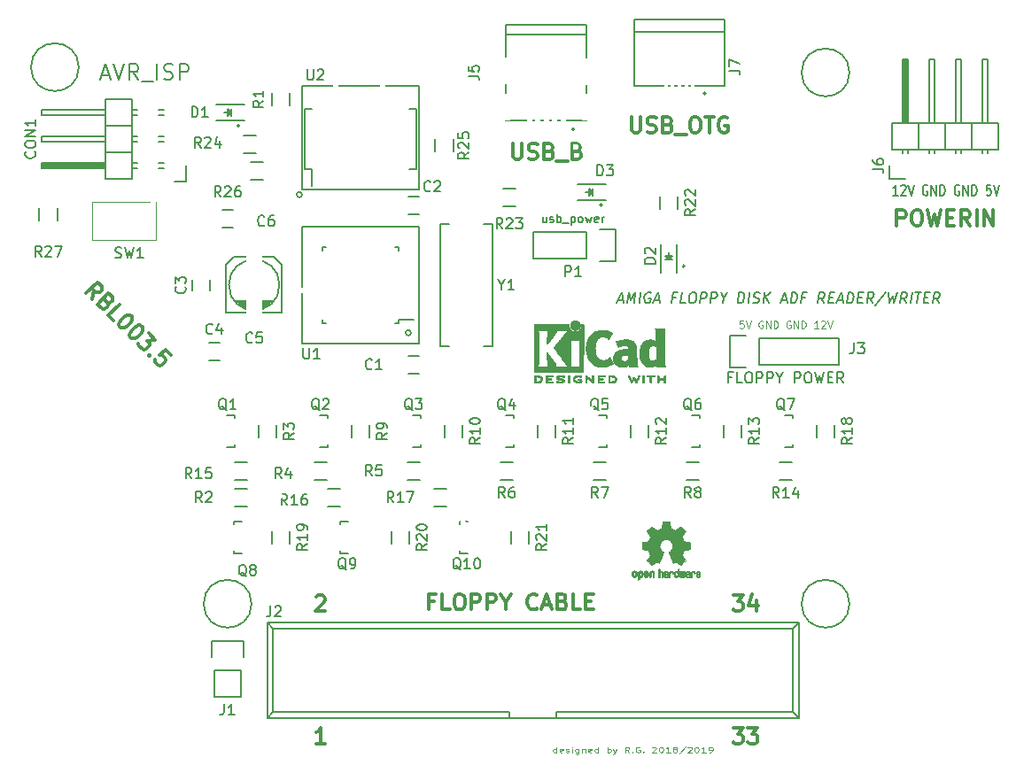
<source format=gto>
%TF.GenerationSoftware,KiCad,Pcbnew,4.0.2+dfsg1-stable*%
%TF.CreationDate,2019-02-11T22:58:43+01:00*%
%TF.ProjectId,usbavrfloppy,757362617672666C6F7070792E6B6963,rev?*%
%TF.FileFunction,Legend,Top*%
%FSLAX46Y46*%
G04 Gerber Fmt 4.6, Leading zero omitted, Abs format (unit mm)*
G04 Created by KiCad (PCBNEW 4.0.2+dfsg1-stable) date Mon 11 Feb 2019 22:58:43 CET*
%MOMM*%
G01*
G04 APERTURE LIST*
%ADD10C,0.100000*%
%ADD11C,0.200000*%
%ADD12C,0.120000*%
%ADD13C,0.300000*%
%ADD14C,0.150000*%
%ADD15C,0.010000*%
%ADD16R,0.400000X3.000000*%
%ADD17O,1.250000X0.950000*%
%ADD18O,1.000000X1.550000*%
%ADD19R,0.500380X3.000000*%
%ADD20R,1.998980X2.499360*%
%ADD21C,0.899160*%
%ADD22C,4.064000*%
%ADD23R,1.300000X1.500000*%
%ADD24R,1.500000X1.300000*%
%ADD25R,1.198880X1.198880*%
%ADD26R,1.600000X0.550000*%
%ADD27R,0.550000X1.600000*%
%ADD28R,1.500000X1.250000*%
%ADD29R,1.250000X1.500000*%
%ADD30R,1.600200X2.999740*%
%ADD31R,1.727200X1.727200*%
%ADD32O,1.727200X1.727200*%
%ADD33R,2.032000X2.032000*%
%ADD34O,2.032000X2.032000*%
%ADD35R,1.727200X2.032000*%
%ADD36O,1.727200X2.032000*%
%ADD37R,0.800100X0.800100*%
%ADD38R,0.450000X1.750000*%
%ADD39R,2.100580X5.600700*%
%ADD40R,2.180000X1.600000*%
%ADD41C,0.600000*%
G04 APERTURE END LIST*
D10*
D11*
X125603000Y-67310000D02*
G75*
G03X125603000Y-67310000I-127000J0D01*
G01*
X160274000Y-74930000D02*
G75*
G03X160274000Y-74930000I-127000J0D01*
G01*
X168148000Y-80772000D02*
G75*
G03X168148000Y-80772000I-127000J0D01*
G01*
X170180000Y-64262000D02*
G75*
G03X170180000Y-64262000I-127000J0D01*
G01*
X157607000Y-67691000D02*
G75*
G03X157607000Y-67691000I-127000J0D01*
G01*
D12*
X155895001Y-127226190D02*
X155895001Y-126726190D01*
X155895001Y-127202381D02*
X155828334Y-127226190D01*
X155695001Y-127226190D01*
X155628334Y-127202381D01*
X155595001Y-127178571D01*
X155561667Y-127130952D01*
X155561667Y-126988095D01*
X155595001Y-126940476D01*
X155628334Y-126916667D01*
X155695001Y-126892857D01*
X155828334Y-126892857D01*
X155895001Y-126916667D01*
X156495000Y-127202381D02*
X156428334Y-127226190D01*
X156295000Y-127226190D01*
X156228334Y-127202381D01*
X156195000Y-127154762D01*
X156195000Y-126964286D01*
X156228334Y-126916667D01*
X156295000Y-126892857D01*
X156428334Y-126892857D01*
X156495000Y-126916667D01*
X156528334Y-126964286D01*
X156528334Y-127011905D01*
X156195000Y-127059524D01*
X156795000Y-127202381D02*
X156861667Y-127226190D01*
X156995000Y-127226190D01*
X157061667Y-127202381D01*
X157095000Y-127154762D01*
X157095000Y-127130952D01*
X157061667Y-127083333D01*
X156995000Y-127059524D01*
X156895000Y-127059524D01*
X156828334Y-127035714D01*
X156795000Y-126988095D01*
X156795000Y-126964286D01*
X156828334Y-126916667D01*
X156895000Y-126892857D01*
X156995000Y-126892857D01*
X157061667Y-126916667D01*
X157395001Y-127226190D02*
X157395001Y-126892857D01*
X157395001Y-126726190D02*
X157361667Y-126750000D01*
X157395001Y-126773810D01*
X157428334Y-126750000D01*
X157395001Y-126726190D01*
X157395001Y-126773810D01*
X158028334Y-126892857D02*
X158028334Y-127297619D01*
X157995000Y-127345238D01*
X157961667Y-127369048D01*
X157895000Y-127392857D01*
X157795000Y-127392857D01*
X157728334Y-127369048D01*
X158028334Y-127202381D02*
X157961667Y-127226190D01*
X157828334Y-127226190D01*
X157761667Y-127202381D01*
X157728334Y-127178571D01*
X157695000Y-127130952D01*
X157695000Y-126988095D01*
X157728334Y-126940476D01*
X157761667Y-126916667D01*
X157828334Y-126892857D01*
X157961667Y-126892857D01*
X158028334Y-126916667D01*
X158361667Y-126892857D02*
X158361667Y-127226190D01*
X158361667Y-126940476D02*
X158395000Y-126916667D01*
X158461667Y-126892857D01*
X158561667Y-126892857D01*
X158628333Y-126916667D01*
X158661667Y-126964286D01*
X158661667Y-127226190D01*
X159261666Y-127202381D02*
X159195000Y-127226190D01*
X159061666Y-127226190D01*
X158995000Y-127202381D01*
X158961666Y-127154762D01*
X158961666Y-126964286D01*
X158995000Y-126916667D01*
X159061666Y-126892857D01*
X159195000Y-126892857D01*
X159261666Y-126916667D01*
X159295000Y-126964286D01*
X159295000Y-127011905D01*
X158961666Y-127059524D01*
X159895000Y-127226190D02*
X159895000Y-126726190D01*
X159895000Y-127202381D02*
X159828333Y-127226190D01*
X159695000Y-127226190D01*
X159628333Y-127202381D01*
X159595000Y-127178571D01*
X159561666Y-127130952D01*
X159561666Y-126988095D01*
X159595000Y-126940476D01*
X159628333Y-126916667D01*
X159695000Y-126892857D01*
X159828333Y-126892857D01*
X159895000Y-126916667D01*
X160761666Y-127226190D02*
X160761666Y-126726190D01*
X160761666Y-126916667D02*
X160828332Y-126892857D01*
X160961666Y-126892857D01*
X161028332Y-126916667D01*
X161061666Y-126940476D01*
X161094999Y-126988095D01*
X161094999Y-127130952D01*
X161061666Y-127178571D01*
X161028332Y-127202381D01*
X160961666Y-127226190D01*
X160828332Y-127226190D01*
X160761666Y-127202381D01*
X161328332Y-126892857D02*
X161494999Y-127226190D01*
X161661665Y-126892857D02*
X161494999Y-127226190D01*
X161428332Y-127345238D01*
X161394999Y-127369048D01*
X161328332Y-127392857D01*
X162861665Y-127226190D02*
X162628331Y-126988095D01*
X162461665Y-127226190D02*
X162461665Y-126726190D01*
X162728331Y-126726190D01*
X162794998Y-126750000D01*
X162828331Y-126773810D01*
X162861665Y-126821429D01*
X162861665Y-126892857D01*
X162828331Y-126940476D01*
X162794998Y-126964286D01*
X162728331Y-126988095D01*
X162461665Y-126988095D01*
X163161665Y-127178571D02*
X163194998Y-127202381D01*
X163161665Y-127226190D01*
X163128331Y-127202381D01*
X163161665Y-127178571D01*
X163161665Y-127226190D01*
X163861664Y-126750000D02*
X163794998Y-126726190D01*
X163694998Y-126726190D01*
X163594998Y-126750000D01*
X163528331Y-126797619D01*
X163494998Y-126845238D01*
X163461664Y-126940476D01*
X163461664Y-127011905D01*
X163494998Y-127107143D01*
X163528331Y-127154762D01*
X163594998Y-127202381D01*
X163694998Y-127226190D01*
X163761664Y-127226190D01*
X163861664Y-127202381D01*
X163894998Y-127178571D01*
X163894998Y-127011905D01*
X163761664Y-127011905D01*
X164194998Y-127178571D02*
X164228331Y-127202381D01*
X164194998Y-127226190D01*
X164161664Y-127202381D01*
X164194998Y-127178571D01*
X164194998Y-127226190D01*
X165028330Y-126773810D02*
X165061664Y-126750000D01*
X165128330Y-126726190D01*
X165294997Y-126726190D01*
X165361664Y-126750000D01*
X165394997Y-126773810D01*
X165428330Y-126821429D01*
X165428330Y-126869048D01*
X165394997Y-126940476D01*
X164994997Y-127226190D01*
X165428330Y-127226190D01*
X165861664Y-126726190D02*
X165928331Y-126726190D01*
X165994997Y-126750000D01*
X166028331Y-126773810D01*
X166061664Y-126821429D01*
X166094997Y-126916667D01*
X166094997Y-127035714D01*
X166061664Y-127130952D01*
X166028331Y-127178571D01*
X165994997Y-127202381D01*
X165928331Y-127226190D01*
X165861664Y-127226190D01*
X165794997Y-127202381D01*
X165761664Y-127178571D01*
X165728331Y-127130952D01*
X165694997Y-127035714D01*
X165694997Y-126916667D01*
X165728331Y-126821429D01*
X165761664Y-126773810D01*
X165794997Y-126750000D01*
X165861664Y-126726190D01*
X166761664Y-127226190D02*
X166361664Y-127226190D01*
X166561664Y-127226190D02*
X166561664Y-126726190D01*
X166494998Y-126797619D01*
X166428331Y-126845238D01*
X166361664Y-126869048D01*
X167161665Y-126940476D02*
X167094998Y-126916667D01*
X167061665Y-126892857D01*
X167028331Y-126845238D01*
X167028331Y-126821429D01*
X167061665Y-126773810D01*
X167094998Y-126750000D01*
X167161665Y-126726190D01*
X167294998Y-126726190D01*
X167361665Y-126750000D01*
X167394998Y-126773810D01*
X167428331Y-126821429D01*
X167428331Y-126845238D01*
X167394998Y-126892857D01*
X167361665Y-126916667D01*
X167294998Y-126940476D01*
X167161665Y-126940476D01*
X167094998Y-126964286D01*
X167061665Y-126988095D01*
X167028331Y-127035714D01*
X167028331Y-127130952D01*
X167061665Y-127178571D01*
X167094998Y-127202381D01*
X167161665Y-127226190D01*
X167294998Y-127226190D01*
X167361665Y-127202381D01*
X167394998Y-127178571D01*
X167428331Y-127130952D01*
X167428331Y-127035714D01*
X167394998Y-126988095D01*
X167361665Y-126964286D01*
X167294998Y-126940476D01*
X168228332Y-126702381D02*
X167628332Y-127345238D01*
X168428331Y-126773810D02*
X168461665Y-126750000D01*
X168528331Y-126726190D01*
X168694998Y-126726190D01*
X168761665Y-126750000D01*
X168794998Y-126773810D01*
X168828331Y-126821429D01*
X168828331Y-126869048D01*
X168794998Y-126940476D01*
X168394998Y-127226190D01*
X168828331Y-127226190D01*
X169261665Y-126726190D02*
X169328332Y-126726190D01*
X169394998Y-126750000D01*
X169428332Y-126773810D01*
X169461665Y-126821429D01*
X169494998Y-126916667D01*
X169494998Y-127035714D01*
X169461665Y-127130952D01*
X169428332Y-127178571D01*
X169394998Y-127202381D01*
X169328332Y-127226190D01*
X169261665Y-127226190D01*
X169194998Y-127202381D01*
X169161665Y-127178571D01*
X169128332Y-127130952D01*
X169094998Y-127035714D01*
X169094998Y-126916667D01*
X169128332Y-126821429D01*
X169161665Y-126773810D01*
X169194998Y-126750000D01*
X169261665Y-126726190D01*
X170161665Y-127226190D02*
X169761665Y-127226190D01*
X169961665Y-127226190D02*
X169961665Y-126726190D01*
X169894999Y-126797619D01*
X169828332Y-126845238D01*
X169761665Y-126869048D01*
X170494999Y-127226190D02*
X170628332Y-127226190D01*
X170694999Y-127202381D01*
X170728332Y-127178571D01*
X170794999Y-127107143D01*
X170828332Y-127011905D01*
X170828332Y-126821429D01*
X170794999Y-126773810D01*
X170761666Y-126750000D01*
X170694999Y-126726190D01*
X170561666Y-126726190D01*
X170494999Y-126750000D01*
X170461666Y-126773810D01*
X170428332Y-126821429D01*
X170428332Y-126940476D01*
X170461666Y-126988095D01*
X170494999Y-127011905D01*
X170561666Y-127035714D01*
X170694999Y-127035714D01*
X170761666Y-127011905D01*
X170794999Y-126988095D01*
X170828332Y-126940476D01*
D13*
X172775715Y-124908571D02*
X173704286Y-124908571D01*
X173204286Y-125480000D01*
X173418572Y-125480000D01*
X173561429Y-125551429D01*
X173632858Y-125622857D01*
X173704286Y-125765714D01*
X173704286Y-126122857D01*
X173632858Y-126265714D01*
X173561429Y-126337143D01*
X173418572Y-126408571D01*
X172990000Y-126408571D01*
X172847143Y-126337143D01*
X172775715Y-126265714D01*
X174204286Y-124908571D02*
X175132857Y-124908571D01*
X174632857Y-125480000D01*
X174847143Y-125480000D01*
X174990000Y-125551429D01*
X175061429Y-125622857D01*
X175132857Y-125765714D01*
X175132857Y-126122857D01*
X175061429Y-126265714D01*
X174990000Y-126337143D01*
X174847143Y-126408571D01*
X174418571Y-126408571D01*
X174275714Y-126337143D01*
X174204286Y-126265714D01*
X172775715Y-112208571D02*
X173704286Y-112208571D01*
X173204286Y-112780000D01*
X173418572Y-112780000D01*
X173561429Y-112851429D01*
X173632858Y-112922857D01*
X173704286Y-113065714D01*
X173704286Y-113422857D01*
X173632858Y-113565714D01*
X173561429Y-113637143D01*
X173418572Y-113708571D01*
X172990000Y-113708571D01*
X172847143Y-113637143D01*
X172775715Y-113565714D01*
X174990000Y-112708571D02*
X174990000Y-113708571D01*
X174632857Y-112137143D02*
X174275714Y-113208571D01*
X175204286Y-113208571D01*
X132921429Y-112351429D02*
X132992858Y-112280000D01*
X133135715Y-112208571D01*
X133492858Y-112208571D01*
X133635715Y-112280000D01*
X133707144Y-112351429D01*
X133778572Y-112494286D01*
X133778572Y-112637143D01*
X133707144Y-112851429D01*
X132850001Y-113708571D01*
X133778572Y-113708571D01*
X133778572Y-126408571D02*
X132921429Y-126408571D01*
X133350001Y-126408571D02*
X133350001Y-124908571D01*
X133207144Y-125122857D01*
X133064286Y-125265714D01*
X132921429Y-125337143D01*
D10*
X173766667Y-85976667D02*
X173433334Y-85976667D01*
X173400000Y-86310000D01*
X173433334Y-86276667D01*
X173500000Y-86243333D01*
X173666667Y-86243333D01*
X173733334Y-86276667D01*
X173766667Y-86310000D01*
X173800000Y-86376667D01*
X173800000Y-86543333D01*
X173766667Y-86610000D01*
X173733334Y-86643333D01*
X173666667Y-86676667D01*
X173500000Y-86676667D01*
X173433334Y-86643333D01*
X173400000Y-86610000D01*
X174000001Y-85976667D02*
X174233334Y-86676667D01*
X174466667Y-85976667D01*
X175600000Y-86010000D02*
X175533334Y-85976667D01*
X175433334Y-85976667D01*
X175333334Y-86010000D01*
X175266667Y-86076667D01*
X175233334Y-86143333D01*
X175200000Y-86276667D01*
X175200000Y-86376667D01*
X175233334Y-86510000D01*
X175266667Y-86576667D01*
X175333334Y-86643333D01*
X175433334Y-86676667D01*
X175500000Y-86676667D01*
X175600000Y-86643333D01*
X175633334Y-86610000D01*
X175633334Y-86376667D01*
X175500000Y-86376667D01*
X175933334Y-86676667D02*
X175933334Y-85976667D01*
X176333334Y-86676667D01*
X176333334Y-85976667D01*
X176666667Y-86676667D02*
X176666667Y-85976667D01*
X176833333Y-85976667D01*
X176933333Y-86010000D01*
X177000000Y-86076667D01*
X177033333Y-86143333D01*
X177066667Y-86276667D01*
X177066667Y-86376667D01*
X177033333Y-86510000D01*
X177000000Y-86576667D01*
X176933333Y-86643333D01*
X176833333Y-86676667D01*
X176666667Y-86676667D01*
X178266666Y-86010000D02*
X178200000Y-85976667D01*
X178100000Y-85976667D01*
X178000000Y-86010000D01*
X177933333Y-86076667D01*
X177900000Y-86143333D01*
X177866666Y-86276667D01*
X177866666Y-86376667D01*
X177900000Y-86510000D01*
X177933333Y-86576667D01*
X178000000Y-86643333D01*
X178100000Y-86676667D01*
X178166666Y-86676667D01*
X178266666Y-86643333D01*
X178300000Y-86610000D01*
X178300000Y-86376667D01*
X178166666Y-86376667D01*
X178600000Y-86676667D02*
X178600000Y-85976667D01*
X179000000Y-86676667D01*
X179000000Y-85976667D01*
X179333333Y-86676667D02*
X179333333Y-85976667D01*
X179499999Y-85976667D01*
X179599999Y-86010000D01*
X179666666Y-86076667D01*
X179699999Y-86143333D01*
X179733333Y-86276667D01*
X179733333Y-86376667D01*
X179699999Y-86510000D01*
X179666666Y-86576667D01*
X179599999Y-86643333D01*
X179499999Y-86676667D01*
X179333333Y-86676667D01*
X180933332Y-86676667D02*
X180533332Y-86676667D01*
X180733332Y-86676667D02*
X180733332Y-85976667D01*
X180666666Y-86076667D01*
X180599999Y-86143333D01*
X180533332Y-86176667D01*
X181199999Y-86043333D02*
X181233333Y-86010000D01*
X181299999Y-85976667D01*
X181466666Y-85976667D01*
X181533333Y-86010000D01*
X181566666Y-86043333D01*
X181599999Y-86110000D01*
X181599999Y-86176667D01*
X181566666Y-86276667D01*
X181166666Y-86676667D01*
X181599999Y-86676667D01*
X181800000Y-85976667D02*
X182033333Y-86676667D01*
X182266666Y-85976667D01*
D11*
X131572000Y-73914000D02*
G75*
G03X131572000Y-73914000I-254000J0D01*
G01*
X142748000Y-63754000D02*
X142748000Y-63500000D01*
X131572000Y-63500000D02*
X142748000Y-63500000D01*
X131572000Y-73406000D02*
X131572000Y-63500000D01*
X142748000Y-73406000D02*
X131572000Y-73406000D01*
X142748000Y-63500000D02*
X142748000Y-73406000D01*
X141986000Y-87122000D02*
G75*
G03X141986000Y-87122000I-254000J0D01*
G01*
X131572000Y-88138000D02*
X131572000Y-76962000D01*
X142748000Y-88138000D02*
X131572000Y-88138000D01*
X142748000Y-76962000D02*
X142748000Y-88138000D01*
X131572000Y-76962000D02*
X142748000Y-76962000D01*
D13*
X111550990Y-83935634D02*
X111702512Y-83077005D01*
X110944898Y-83329543D02*
X112005558Y-82268882D01*
X112409619Y-82672943D01*
X112460127Y-82824467D01*
X112460126Y-82925482D01*
X112409619Y-83077005D01*
X112258097Y-83228527D01*
X112106573Y-83279035D01*
X112005558Y-83279035D01*
X111854035Y-83228527D01*
X111449974Y-82824467D01*
X112914696Y-84188172D02*
X113015711Y-84390203D01*
X113015711Y-84491218D01*
X112965203Y-84642741D01*
X112813680Y-84794264D01*
X112662157Y-84844771D01*
X112561142Y-84844772D01*
X112409619Y-84794263D01*
X112005558Y-84390203D01*
X113066219Y-83329543D01*
X113419772Y-83683096D01*
X113470279Y-83834619D01*
X113470279Y-83935635D01*
X113419771Y-84087157D01*
X113318756Y-84188172D01*
X113167234Y-84238680D01*
X113066218Y-84238680D01*
X112914696Y-84188172D01*
X112561142Y-83834619D01*
X113571295Y-85955939D02*
X113066219Y-85450863D01*
X114126879Y-84390203D01*
X115187539Y-85450863D02*
X115288554Y-85551878D01*
X115339061Y-85703401D01*
X115339061Y-85804417D01*
X115288554Y-85955940D01*
X115137031Y-86208478D01*
X114884493Y-86461016D01*
X114631955Y-86612539D01*
X114480432Y-86663046D01*
X114379416Y-86663046D01*
X114227894Y-86612538D01*
X114126879Y-86511523D01*
X114076371Y-86360001D01*
X114076371Y-86258985D01*
X114126879Y-86107462D01*
X114278401Y-85854924D01*
X114530939Y-85602386D01*
X114783478Y-85450864D01*
X114935000Y-85400356D01*
X115036016Y-85400356D01*
X115187539Y-85450863D01*
X116197691Y-86461015D02*
X116298706Y-86562030D01*
X116349214Y-86713553D01*
X116349214Y-86814569D01*
X116298706Y-86966092D01*
X116147183Y-87218630D01*
X115894645Y-87471168D01*
X115642107Y-87622691D01*
X115490584Y-87673198D01*
X115389569Y-87673198D01*
X115238046Y-87622690D01*
X115137031Y-87521675D01*
X115086523Y-87370153D01*
X115086523Y-87269137D01*
X115137031Y-87117615D01*
X115288553Y-86865076D01*
X115541092Y-86612538D01*
X115793630Y-86461016D01*
X115945152Y-86410508D01*
X116046168Y-86410508D01*
X116197691Y-86461015D01*
X116904798Y-87168122D02*
X117561397Y-87824721D01*
X116803782Y-87875229D01*
X116955305Y-88026752D01*
X117005812Y-88178275D01*
X117005813Y-88279290D01*
X116955305Y-88430812D01*
X116702767Y-88683351D01*
X116551245Y-88733859D01*
X116450229Y-88733859D01*
X116298706Y-88683351D01*
X115995660Y-88380304D01*
X115945152Y-88228782D01*
X115945153Y-88127767D01*
X117056320Y-89238934D02*
X117056320Y-89339950D01*
X116955305Y-89339950D01*
X116955304Y-89238934D01*
X117056320Y-89238934D01*
X116955305Y-89339950D01*
X119026118Y-89289442D02*
X118521042Y-88784366D01*
X117965457Y-89238934D01*
X118066473Y-89238935D01*
X118217996Y-89289442D01*
X118470534Y-89541981D01*
X118521041Y-89693504D01*
X118521042Y-89794519D01*
X118470534Y-89946041D01*
X118217996Y-90198579D01*
X118066473Y-90249087D01*
X117965457Y-90249087D01*
X117813935Y-90198579D01*
X117561397Y-89946041D01*
X117510889Y-89794519D01*
X117510889Y-89693503D01*
D11*
X161787024Y-83986667D02*
X162263215Y-83986667D01*
X161656071Y-84272381D02*
X162114404Y-83272381D01*
X162322738Y-84272381D01*
X162656071Y-84272381D02*
X162781071Y-83272381D01*
X163025120Y-83986667D01*
X163447738Y-83272381D01*
X163322738Y-84272381D01*
X163798928Y-84272381D02*
X163923928Y-83272381D01*
X164917976Y-83320000D02*
X164828690Y-83272381D01*
X164685833Y-83272381D01*
X164537023Y-83320000D01*
X164429880Y-83415238D01*
X164370357Y-83510476D01*
X164298928Y-83700952D01*
X164281071Y-83843810D01*
X164304880Y-84034286D01*
X164340595Y-84129524D01*
X164423928Y-84224762D01*
X164560833Y-84272381D01*
X164656071Y-84272381D01*
X164804881Y-84224762D01*
X164858452Y-84177143D01*
X164900119Y-83843810D01*
X164709643Y-83843810D01*
X165263214Y-83986667D02*
X165739405Y-83986667D01*
X165132261Y-84272381D02*
X165590594Y-83272381D01*
X165798928Y-84272381D01*
X167292977Y-83748571D02*
X166959643Y-83748571D01*
X166894166Y-84272381D02*
X167019166Y-83272381D01*
X167495357Y-83272381D01*
X168227500Y-84272381D02*
X167751309Y-84272381D01*
X167876309Y-83272381D01*
X168876309Y-83272381D02*
X169066786Y-83272381D01*
X169156072Y-83320000D01*
X169239405Y-83415238D01*
X169263215Y-83605714D01*
X169221548Y-83939048D01*
X169150120Y-84129524D01*
X169042977Y-84224762D01*
X168941786Y-84272381D01*
X168751309Y-84272381D01*
X168662024Y-84224762D01*
X168578691Y-84129524D01*
X168554881Y-83939048D01*
X168596548Y-83605714D01*
X168667976Y-83415238D01*
X168775119Y-83320000D01*
X168876309Y-83272381D01*
X169608452Y-84272381D02*
X169733452Y-83272381D01*
X170114405Y-83272381D01*
X170203691Y-83320000D01*
X170245358Y-83367619D01*
X170281072Y-83462857D01*
X170263215Y-83605714D01*
X170203691Y-83700952D01*
X170150120Y-83748571D01*
X170048929Y-83796190D01*
X169667976Y-83796190D01*
X170608452Y-84272381D02*
X170733452Y-83272381D01*
X171114405Y-83272381D01*
X171203691Y-83320000D01*
X171245358Y-83367619D01*
X171281072Y-83462857D01*
X171263215Y-83605714D01*
X171203691Y-83700952D01*
X171150120Y-83748571D01*
X171048929Y-83796190D01*
X170667976Y-83796190D01*
X171858452Y-83796190D02*
X171798928Y-84272381D01*
X171590595Y-83272381D02*
X171858452Y-83796190D01*
X172257262Y-83272381D01*
X173227500Y-84272381D02*
X173352500Y-83272381D01*
X173590595Y-83272381D01*
X173727501Y-83320000D01*
X173810834Y-83415238D01*
X173846549Y-83510476D01*
X173870358Y-83700952D01*
X173852501Y-83843810D01*
X173781072Y-84034286D01*
X173721549Y-84129524D01*
X173614406Y-84224762D01*
X173465595Y-84272381D01*
X173227500Y-84272381D01*
X174227500Y-84272381D02*
X174352500Y-83272381D01*
X174662024Y-84224762D02*
X174798928Y-84272381D01*
X175037024Y-84272381D01*
X175138215Y-84224762D01*
X175191786Y-84177143D01*
X175251310Y-84081905D01*
X175263215Y-83986667D01*
X175227500Y-83891429D01*
X175185834Y-83843810D01*
X175096548Y-83796190D01*
X174912024Y-83748571D01*
X174822738Y-83700952D01*
X174781071Y-83653333D01*
X174745357Y-83558095D01*
X174757262Y-83462857D01*
X174816786Y-83367619D01*
X174870357Y-83320000D01*
X174971547Y-83272381D01*
X175209643Y-83272381D01*
X175346548Y-83320000D01*
X175656071Y-84272381D02*
X175781071Y-83272381D01*
X176227500Y-84272381D02*
X175870357Y-83700952D01*
X176352500Y-83272381D02*
X175709643Y-83843810D01*
X177406072Y-83986667D02*
X177882263Y-83986667D01*
X177275119Y-84272381D02*
X177733452Y-83272381D01*
X177941786Y-84272381D01*
X178275119Y-84272381D02*
X178400119Y-83272381D01*
X178638214Y-83272381D01*
X178775120Y-83320000D01*
X178858453Y-83415238D01*
X178894168Y-83510476D01*
X178917977Y-83700952D01*
X178900120Y-83843810D01*
X178828691Y-84034286D01*
X178769168Y-84129524D01*
X178662025Y-84224762D01*
X178513214Y-84272381D01*
X178275119Y-84272381D01*
X179673930Y-83748571D02*
X179340596Y-83748571D01*
X179275119Y-84272381D02*
X179400119Y-83272381D01*
X179876310Y-83272381D01*
X181465596Y-84272381D02*
X181191786Y-83796190D01*
X180894167Y-84272381D02*
X181019167Y-83272381D01*
X181400120Y-83272381D01*
X181489406Y-83320000D01*
X181531073Y-83367619D01*
X181566787Y-83462857D01*
X181548930Y-83605714D01*
X181489406Y-83700952D01*
X181435835Y-83748571D01*
X181334644Y-83796190D01*
X180953691Y-83796190D01*
X181959644Y-83748571D02*
X182292978Y-83748571D01*
X182370358Y-84272381D02*
X181894167Y-84272381D01*
X182019167Y-83272381D01*
X182495358Y-83272381D01*
X182787025Y-83986667D02*
X183263216Y-83986667D01*
X182656072Y-84272381D02*
X183114405Y-83272381D01*
X183322739Y-84272381D01*
X183656072Y-84272381D02*
X183781072Y-83272381D01*
X184019167Y-83272381D01*
X184156073Y-83320000D01*
X184239406Y-83415238D01*
X184275121Y-83510476D01*
X184298930Y-83700952D01*
X184281073Y-83843810D01*
X184209644Y-84034286D01*
X184150121Y-84129524D01*
X184042978Y-84224762D01*
X183894167Y-84272381D01*
X183656072Y-84272381D01*
X184721549Y-83748571D02*
X185054883Y-83748571D01*
X185132263Y-84272381D02*
X184656072Y-84272381D01*
X184781072Y-83272381D01*
X185257263Y-83272381D01*
X186132263Y-84272381D02*
X185858453Y-83796190D01*
X185560834Y-84272381D02*
X185685834Y-83272381D01*
X186066787Y-83272381D01*
X186156073Y-83320000D01*
X186197740Y-83367619D01*
X186233454Y-83462857D01*
X186215597Y-83605714D01*
X186156073Y-83700952D01*
X186102502Y-83748571D01*
X186001311Y-83796190D01*
X185620358Y-83796190D01*
X187406073Y-83224762D02*
X186388215Y-84510476D01*
X187638215Y-83272381D02*
X187751310Y-84272381D01*
X188031073Y-83558095D01*
X188132263Y-84272381D01*
X188495358Y-83272381D01*
X189322739Y-84272381D02*
X189048929Y-83796190D01*
X188751310Y-84272381D02*
X188876310Y-83272381D01*
X189257263Y-83272381D01*
X189346549Y-83320000D01*
X189388216Y-83367619D01*
X189423930Y-83462857D01*
X189406073Y-83605714D01*
X189346549Y-83700952D01*
X189292978Y-83748571D01*
X189191787Y-83796190D01*
X188810834Y-83796190D01*
X189751310Y-84272381D02*
X189876310Y-83272381D01*
X190209643Y-83272381D02*
X190781072Y-83272381D01*
X190370357Y-84272381D02*
X190495357Y-83272381D01*
X191054882Y-83748571D02*
X191388216Y-83748571D01*
X191465596Y-84272381D02*
X190989405Y-84272381D01*
X191114405Y-83272381D01*
X191590596Y-83272381D01*
X192465596Y-84272381D02*
X192191786Y-83796190D01*
X191894167Y-84272381D02*
X192019167Y-83272381D01*
X192400120Y-83272381D01*
X192489406Y-83320000D01*
X192531073Y-83367619D01*
X192566787Y-83462857D01*
X192548930Y-83605714D01*
X192489406Y-83700952D01*
X192435835Y-83748571D01*
X192334644Y-83796190D01*
X191953691Y-83796190D01*
D13*
X144189572Y-112795857D02*
X143689572Y-112795857D01*
X143689572Y-113581571D02*
X143689572Y-112081571D01*
X144403858Y-112081571D01*
X145689572Y-113581571D02*
X144975286Y-113581571D01*
X144975286Y-112081571D01*
X146475286Y-112081571D02*
X146761000Y-112081571D01*
X146903858Y-112153000D01*
X147046715Y-112295857D01*
X147118143Y-112581571D01*
X147118143Y-113081571D01*
X147046715Y-113367286D01*
X146903858Y-113510143D01*
X146761000Y-113581571D01*
X146475286Y-113581571D01*
X146332429Y-113510143D01*
X146189572Y-113367286D01*
X146118143Y-113081571D01*
X146118143Y-112581571D01*
X146189572Y-112295857D01*
X146332429Y-112153000D01*
X146475286Y-112081571D01*
X147761001Y-113581571D02*
X147761001Y-112081571D01*
X148332429Y-112081571D01*
X148475287Y-112153000D01*
X148546715Y-112224429D01*
X148618144Y-112367286D01*
X148618144Y-112581571D01*
X148546715Y-112724429D01*
X148475287Y-112795857D01*
X148332429Y-112867286D01*
X147761001Y-112867286D01*
X149261001Y-113581571D02*
X149261001Y-112081571D01*
X149832429Y-112081571D01*
X149975287Y-112153000D01*
X150046715Y-112224429D01*
X150118144Y-112367286D01*
X150118144Y-112581571D01*
X150046715Y-112724429D01*
X149975287Y-112795857D01*
X149832429Y-112867286D01*
X149261001Y-112867286D01*
X151046715Y-112867286D02*
X151046715Y-113581571D01*
X150546715Y-112081571D02*
X151046715Y-112867286D01*
X151546715Y-112081571D01*
X154046715Y-113438714D02*
X153975286Y-113510143D01*
X153761000Y-113581571D01*
X153618143Y-113581571D01*
X153403858Y-113510143D01*
X153261000Y-113367286D01*
X153189572Y-113224429D01*
X153118143Y-112938714D01*
X153118143Y-112724429D01*
X153189572Y-112438714D01*
X153261000Y-112295857D01*
X153403858Y-112153000D01*
X153618143Y-112081571D01*
X153761000Y-112081571D01*
X153975286Y-112153000D01*
X154046715Y-112224429D01*
X154618143Y-113153000D02*
X155332429Y-113153000D01*
X154475286Y-113581571D02*
X154975286Y-112081571D01*
X155475286Y-113581571D01*
X156475286Y-112795857D02*
X156689572Y-112867286D01*
X156761000Y-112938714D01*
X156832429Y-113081571D01*
X156832429Y-113295857D01*
X156761000Y-113438714D01*
X156689572Y-113510143D01*
X156546714Y-113581571D01*
X155975286Y-113581571D01*
X155975286Y-112081571D01*
X156475286Y-112081571D01*
X156618143Y-112153000D01*
X156689572Y-112224429D01*
X156761000Y-112367286D01*
X156761000Y-112510143D01*
X156689572Y-112653000D01*
X156618143Y-112724429D01*
X156475286Y-112795857D01*
X155975286Y-112795857D01*
X158189572Y-113581571D02*
X157475286Y-113581571D01*
X157475286Y-112081571D01*
X158689572Y-112795857D02*
X159189572Y-112795857D01*
X159403858Y-113581571D02*
X158689572Y-113581571D01*
X158689572Y-112081571D01*
X159403858Y-112081571D01*
X151725715Y-69028571D02*
X151725715Y-70242857D01*
X151797143Y-70385714D01*
X151868572Y-70457143D01*
X152011429Y-70528571D01*
X152297143Y-70528571D01*
X152440001Y-70457143D01*
X152511429Y-70385714D01*
X152582858Y-70242857D01*
X152582858Y-69028571D01*
X153225715Y-70457143D02*
X153440001Y-70528571D01*
X153797144Y-70528571D01*
X153940001Y-70457143D01*
X154011430Y-70385714D01*
X154082858Y-70242857D01*
X154082858Y-70100000D01*
X154011430Y-69957143D01*
X153940001Y-69885714D01*
X153797144Y-69814286D01*
X153511430Y-69742857D01*
X153368572Y-69671429D01*
X153297144Y-69600000D01*
X153225715Y-69457143D01*
X153225715Y-69314286D01*
X153297144Y-69171429D01*
X153368572Y-69100000D01*
X153511430Y-69028571D01*
X153868572Y-69028571D01*
X154082858Y-69100000D01*
X155225715Y-69742857D02*
X155440001Y-69814286D01*
X155511429Y-69885714D01*
X155582858Y-70028571D01*
X155582858Y-70242857D01*
X155511429Y-70385714D01*
X155440001Y-70457143D01*
X155297143Y-70528571D01*
X154725715Y-70528571D01*
X154725715Y-69028571D01*
X155225715Y-69028571D01*
X155368572Y-69100000D01*
X155440001Y-69171429D01*
X155511429Y-69314286D01*
X155511429Y-69457143D01*
X155440001Y-69600000D01*
X155368572Y-69671429D01*
X155225715Y-69742857D01*
X154725715Y-69742857D01*
X155868572Y-70671429D02*
X157011429Y-70671429D01*
X157868572Y-69742857D02*
X158082858Y-69814286D01*
X158154286Y-69885714D01*
X158225715Y-70028571D01*
X158225715Y-70242857D01*
X158154286Y-70385714D01*
X158082858Y-70457143D01*
X157940000Y-70528571D01*
X157368572Y-70528571D01*
X157368572Y-69028571D01*
X157868572Y-69028571D01*
X158011429Y-69100000D01*
X158082858Y-69171429D01*
X158154286Y-69314286D01*
X158154286Y-69457143D01*
X158082858Y-69600000D01*
X158011429Y-69671429D01*
X157868572Y-69742857D01*
X157368572Y-69742857D01*
X163068572Y-66488571D02*
X163068572Y-67702857D01*
X163140000Y-67845714D01*
X163211429Y-67917143D01*
X163354286Y-67988571D01*
X163640000Y-67988571D01*
X163782858Y-67917143D01*
X163854286Y-67845714D01*
X163925715Y-67702857D01*
X163925715Y-66488571D01*
X164568572Y-67917143D02*
X164782858Y-67988571D01*
X165140001Y-67988571D01*
X165282858Y-67917143D01*
X165354287Y-67845714D01*
X165425715Y-67702857D01*
X165425715Y-67560000D01*
X165354287Y-67417143D01*
X165282858Y-67345714D01*
X165140001Y-67274286D01*
X164854287Y-67202857D01*
X164711429Y-67131429D01*
X164640001Y-67060000D01*
X164568572Y-66917143D01*
X164568572Y-66774286D01*
X164640001Y-66631429D01*
X164711429Y-66560000D01*
X164854287Y-66488571D01*
X165211429Y-66488571D01*
X165425715Y-66560000D01*
X166568572Y-67202857D02*
X166782858Y-67274286D01*
X166854286Y-67345714D01*
X166925715Y-67488571D01*
X166925715Y-67702857D01*
X166854286Y-67845714D01*
X166782858Y-67917143D01*
X166640000Y-67988571D01*
X166068572Y-67988571D01*
X166068572Y-66488571D01*
X166568572Y-66488571D01*
X166711429Y-66560000D01*
X166782858Y-66631429D01*
X166854286Y-66774286D01*
X166854286Y-66917143D01*
X166782858Y-67060000D01*
X166711429Y-67131429D01*
X166568572Y-67202857D01*
X166068572Y-67202857D01*
X167211429Y-68131429D02*
X168354286Y-68131429D01*
X168997143Y-66488571D02*
X169282857Y-66488571D01*
X169425715Y-66560000D01*
X169568572Y-66702857D01*
X169640000Y-66988571D01*
X169640000Y-67488571D01*
X169568572Y-67774286D01*
X169425715Y-67917143D01*
X169282857Y-67988571D01*
X168997143Y-67988571D01*
X168854286Y-67917143D01*
X168711429Y-67774286D01*
X168640000Y-67488571D01*
X168640000Y-66988571D01*
X168711429Y-66702857D01*
X168854286Y-66560000D01*
X168997143Y-66488571D01*
X170068572Y-66488571D02*
X170925715Y-66488571D01*
X170497144Y-67988571D02*
X170497144Y-66488571D01*
X172211429Y-66560000D02*
X172068572Y-66488571D01*
X171854286Y-66488571D01*
X171640001Y-66560000D01*
X171497143Y-66702857D01*
X171425715Y-66845714D01*
X171354286Y-67131429D01*
X171354286Y-67345714D01*
X171425715Y-67631429D01*
X171497143Y-67774286D01*
X171640001Y-67917143D01*
X171854286Y-67988571D01*
X171997143Y-67988571D01*
X172211429Y-67917143D01*
X172282858Y-67845714D01*
X172282858Y-67345714D01*
X171997143Y-67345714D01*
D11*
X188532072Y-73985381D02*
X188074929Y-73985381D01*
X188303500Y-73985381D02*
X188303500Y-72985381D01*
X188227310Y-73128238D01*
X188151119Y-73223476D01*
X188074929Y-73271095D01*
X188836834Y-73080619D02*
X188874929Y-73033000D01*
X188951120Y-72985381D01*
X189141596Y-72985381D01*
X189217786Y-73033000D01*
X189255882Y-73080619D01*
X189293977Y-73175857D01*
X189293977Y-73271095D01*
X189255882Y-73413952D01*
X188798739Y-73985381D01*
X189293977Y-73985381D01*
X189522548Y-72985381D02*
X189789215Y-73985381D01*
X190055882Y-72985381D01*
X191351120Y-73033000D02*
X191274929Y-72985381D01*
X191160644Y-72985381D01*
X191046358Y-73033000D01*
X190970167Y-73128238D01*
X190932072Y-73223476D01*
X190893977Y-73413952D01*
X190893977Y-73556810D01*
X190932072Y-73747286D01*
X190970167Y-73842524D01*
X191046358Y-73937762D01*
X191160644Y-73985381D01*
X191236834Y-73985381D01*
X191351120Y-73937762D01*
X191389215Y-73890143D01*
X191389215Y-73556810D01*
X191236834Y-73556810D01*
X191732072Y-73985381D02*
X191732072Y-72985381D01*
X192189215Y-73985381D01*
X192189215Y-72985381D01*
X192570167Y-73985381D02*
X192570167Y-72985381D01*
X192760643Y-72985381D01*
X192874929Y-73033000D01*
X192951120Y-73128238D01*
X192989215Y-73223476D01*
X193027310Y-73413952D01*
X193027310Y-73556810D01*
X192989215Y-73747286D01*
X192951120Y-73842524D01*
X192874929Y-73937762D01*
X192760643Y-73985381D01*
X192570167Y-73985381D01*
X194398739Y-73033000D02*
X194322548Y-72985381D01*
X194208263Y-72985381D01*
X194093977Y-73033000D01*
X194017786Y-73128238D01*
X193979691Y-73223476D01*
X193941596Y-73413952D01*
X193941596Y-73556810D01*
X193979691Y-73747286D01*
X194017786Y-73842524D01*
X194093977Y-73937762D01*
X194208263Y-73985381D01*
X194284453Y-73985381D01*
X194398739Y-73937762D01*
X194436834Y-73890143D01*
X194436834Y-73556810D01*
X194284453Y-73556810D01*
X194779691Y-73985381D02*
X194779691Y-72985381D01*
X195236834Y-73985381D01*
X195236834Y-72985381D01*
X195617786Y-73985381D02*
X195617786Y-72985381D01*
X195808262Y-72985381D01*
X195922548Y-73033000D01*
X195998739Y-73128238D01*
X196036834Y-73223476D01*
X196074929Y-73413952D01*
X196074929Y-73556810D01*
X196036834Y-73747286D01*
X195998739Y-73842524D01*
X195922548Y-73937762D01*
X195808262Y-73985381D01*
X195617786Y-73985381D01*
X197408263Y-72985381D02*
X197027310Y-72985381D01*
X196989215Y-73461571D01*
X197027310Y-73413952D01*
X197103501Y-73366333D01*
X197293977Y-73366333D01*
X197370167Y-73413952D01*
X197408263Y-73461571D01*
X197446358Y-73556810D01*
X197446358Y-73794905D01*
X197408263Y-73890143D01*
X197370167Y-73937762D01*
X197293977Y-73985381D01*
X197103501Y-73985381D01*
X197027310Y-73937762D01*
X196989215Y-73890143D01*
X197674929Y-72985381D02*
X197941596Y-73985381D01*
X198208263Y-72985381D01*
X154927618Y-76028571D02*
X154927618Y-76561905D01*
X154584761Y-76028571D02*
X154584761Y-76447619D01*
X154622856Y-76523810D01*
X154699047Y-76561905D01*
X154813333Y-76561905D01*
X154889523Y-76523810D01*
X154927618Y-76485714D01*
X155270476Y-76523810D02*
X155346666Y-76561905D01*
X155499047Y-76561905D01*
X155575238Y-76523810D01*
X155613333Y-76447619D01*
X155613333Y-76409524D01*
X155575238Y-76333333D01*
X155499047Y-76295238D01*
X155384762Y-76295238D01*
X155308571Y-76257143D01*
X155270476Y-76180952D01*
X155270476Y-76142857D01*
X155308571Y-76066667D01*
X155384762Y-76028571D01*
X155499047Y-76028571D01*
X155575238Y-76066667D01*
X155956190Y-76561905D02*
X155956190Y-75761905D01*
X155956190Y-76066667D02*
X156032381Y-76028571D01*
X156184762Y-76028571D01*
X156260952Y-76066667D01*
X156299047Y-76104762D01*
X156337143Y-76180952D01*
X156337143Y-76409524D01*
X156299047Y-76485714D01*
X156260952Y-76523810D01*
X156184762Y-76561905D01*
X156032381Y-76561905D01*
X155956190Y-76523810D01*
X156489524Y-76638095D02*
X157099048Y-76638095D01*
X157289524Y-76028571D02*
X157289524Y-76828571D01*
X157289524Y-76066667D02*
X157365715Y-76028571D01*
X157518096Y-76028571D01*
X157594286Y-76066667D01*
X157632381Y-76104762D01*
X157670477Y-76180952D01*
X157670477Y-76409524D01*
X157632381Y-76485714D01*
X157594286Y-76523810D01*
X157518096Y-76561905D01*
X157365715Y-76561905D01*
X157289524Y-76523810D01*
X158127620Y-76561905D02*
X158051429Y-76523810D01*
X158013334Y-76485714D01*
X157975239Y-76409524D01*
X157975239Y-76180952D01*
X158013334Y-76104762D01*
X158051429Y-76066667D01*
X158127620Y-76028571D01*
X158241906Y-76028571D01*
X158318096Y-76066667D01*
X158356191Y-76104762D01*
X158394287Y-76180952D01*
X158394287Y-76409524D01*
X158356191Y-76485714D01*
X158318096Y-76523810D01*
X158241906Y-76561905D01*
X158127620Y-76561905D01*
X158660954Y-76028571D02*
X158813335Y-76561905D01*
X158965716Y-76180952D01*
X159118097Y-76561905D01*
X159270478Y-76028571D01*
X159880001Y-76523810D02*
X159803811Y-76561905D01*
X159651430Y-76561905D01*
X159575239Y-76523810D01*
X159537144Y-76447619D01*
X159537144Y-76142857D01*
X159575239Y-76066667D01*
X159651430Y-76028571D01*
X159803811Y-76028571D01*
X159880001Y-76066667D01*
X159918096Y-76142857D01*
X159918096Y-76219048D01*
X159537144Y-76295238D01*
X160260953Y-76561905D02*
X160260953Y-76028571D01*
X160260953Y-76180952D02*
X160299048Y-76104762D01*
X160337144Y-76066667D01*
X160413334Y-76028571D01*
X160489525Y-76028571D01*
X172657143Y-91368571D02*
X172323809Y-91368571D01*
X172323809Y-91892381D02*
X172323809Y-90892381D01*
X172800000Y-90892381D01*
X173657143Y-91892381D02*
X173180952Y-91892381D01*
X173180952Y-90892381D01*
X174180952Y-90892381D02*
X174371429Y-90892381D01*
X174466667Y-90940000D01*
X174561905Y-91035238D01*
X174609524Y-91225714D01*
X174609524Y-91559048D01*
X174561905Y-91749524D01*
X174466667Y-91844762D01*
X174371429Y-91892381D01*
X174180952Y-91892381D01*
X174085714Y-91844762D01*
X173990476Y-91749524D01*
X173942857Y-91559048D01*
X173942857Y-91225714D01*
X173990476Y-91035238D01*
X174085714Y-90940000D01*
X174180952Y-90892381D01*
X175038095Y-91892381D02*
X175038095Y-90892381D01*
X175419048Y-90892381D01*
X175514286Y-90940000D01*
X175561905Y-90987619D01*
X175609524Y-91082857D01*
X175609524Y-91225714D01*
X175561905Y-91320952D01*
X175514286Y-91368571D01*
X175419048Y-91416190D01*
X175038095Y-91416190D01*
X176038095Y-91892381D02*
X176038095Y-90892381D01*
X176419048Y-90892381D01*
X176514286Y-90940000D01*
X176561905Y-90987619D01*
X176609524Y-91082857D01*
X176609524Y-91225714D01*
X176561905Y-91320952D01*
X176514286Y-91368571D01*
X176419048Y-91416190D01*
X176038095Y-91416190D01*
X177228571Y-91416190D02*
X177228571Y-91892381D01*
X176895238Y-90892381D02*
X177228571Y-91416190D01*
X177561905Y-90892381D01*
X178657143Y-91892381D02*
X178657143Y-90892381D01*
X179038096Y-90892381D01*
X179133334Y-90940000D01*
X179180953Y-90987619D01*
X179228572Y-91082857D01*
X179228572Y-91225714D01*
X179180953Y-91320952D01*
X179133334Y-91368571D01*
X179038096Y-91416190D01*
X178657143Y-91416190D01*
X179847619Y-90892381D02*
X180038096Y-90892381D01*
X180133334Y-90940000D01*
X180228572Y-91035238D01*
X180276191Y-91225714D01*
X180276191Y-91559048D01*
X180228572Y-91749524D01*
X180133334Y-91844762D01*
X180038096Y-91892381D01*
X179847619Y-91892381D01*
X179752381Y-91844762D01*
X179657143Y-91749524D01*
X179609524Y-91559048D01*
X179609524Y-91225714D01*
X179657143Y-91035238D01*
X179752381Y-90940000D01*
X179847619Y-90892381D01*
X180609524Y-90892381D02*
X180847619Y-91892381D01*
X181038096Y-91178095D01*
X181228572Y-91892381D01*
X181466667Y-90892381D01*
X181847619Y-91368571D02*
X182180953Y-91368571D01*
X182323810Y-91892381D02*
X181847619Y-91892381D01*
X181847619Y-90892381D01*
X182323810Y-90892381D01*
X183323810Y-91892381D02*
X182990476Y-91416190D01*
X182752381Y-91892381D02*
X182752381Y-90892381D01*
X183133334Y-90892381D01*
X183228572Y-90940000D01*
X183276191Y-90987619D01*
X183323810Y-91082857D01*
X183323810Y-91225714D01*
X183276191Y-91320952D01*
X183228572Y-91368571D01*
X183133334Y-91416190D01*
X182752381Y-91416190D01*
D13*
X188432857Y-76878571D02*
X188432857Y-75378571D01*
X189004285Y-75378571D01*
X189147143Y-75450000D01*
X189218571Y-75521429D01*
X189290000Y-75664286D01*
X189290000Y-75878571D01*
X189218571Y-76021429D01*
X189147143Y-76092857D01*
X189004285Y-76164286D01*
X188432857Y-76164286D01*
X190218571Y-75378571D02*
X190504285Y-75378571D01*
X190647143Y-75450000D01*
X190790000Y-75592857D01*
X190861428Y-75878571D01*
X190861428Y-76378571D01*
X190790000Y-76664286D01*
X190647143Y-76807143D01*
X190504285Y-76878571D01*
X190218571Y-76878571D01*
X190075714Y-76807143D01*
X189932857Y-76664286D01*
X189861428Y-76378571D01*
X189861428Y-75878571D01*
X189932857Y-75592857D01*
X190075714Y-75450000D01*
X190218571Y-75378571D01*
X191361429Y-75378571D02*
X191718572Y-76878571D01*
X192004286Y-75807143D01*
X192290000Y-76878571D01*
X192647143Y-75378571D01*
X193218572Y-76092857D02*
X193718572Y-76092857D01*
X193932858Y-76878571D02*
X193218572Y-76878571D01*
X193218572Y-75378571D01*
X193932858Y-75378571D01*
X195432858Y-76878571D02*
X194932858Y-76164286D01*
X194575715Y-76878571D02*
X194575715Y-75378571D01*
X195147143Y-75378571D01*
X195290001Y-75450000D01*
X195361429Y-75521429D01*
X195432858Y-75664286D01*
X195432858Y-75878571D01*
X195361429Y-76021429D01*
X195290001Y-76092857D01*
X195147143Y-76164286D01*
X194575715Y-76164286D01*
X196075715Y-76878571D02*
X196075715Y-75378571D01*
X196790001Y-76878571D02*
X196790001Y-75378571D01*
X197647144Y-76878571D01*
X197647144Y-75378571D01*
D11*
X112443143Y-62480000D02*
X113157429Y-62480000D01*
X112300286Y-62908571D02*
X112800286Y-61408571D01*
X113300286Y-62908571D01*
X113586000Y-61408571D02*
X114086000Y-62908571D01*
X114586000Y-61408571D01*
X115943143Y-62908571D02*
X115443143Y-62194286D01*
X115086000Y-62908571D02*
X115086000Y-61408571D01*
X115657428Y-61408571D01*
X115800286Y-61480000D01*
X115871714Y-61551429D01*
X115943143Y-61694286D01*
X115943143Y-61908571D01*
X115871714Y-62051429D01*
X115800286Y-62122857D01*
X115657428Y-62194286D01*
X115086000Y-62194286D01*
X116228857Y-63051429D02*
X117371714Y-63051429D01*
X117728857Y-62908571D02*
X117728857Y-61408571D01*
X118371714Y-62837143D02*
X118586000Y-62908571D01*
X118943143Y-62908571D01*
X119086000Y-62837143D01*
X119157429Y-62765714D01*
X119228857Y-62622857D01*
X119228857Y-62480000D01*
X119157429Y-62337143D01*
X119086000Y-62265714D01*
X118943143Y-62194286D01*
X118657429Y-62122857D01*
X118514571Y-62051429D01*
X118443143Y-61980000D01*
X118371714Y-61837143D01*
X118371714Y-61694286D01*
X118443143Y-61551429D01*
X118514571Y-61480000D01*
X118657429Y-61408571D01*
X119014571Y-61408571D01*
X119228857Y-61480000D01*
X119871714Y-62908571D02*
X119871714Y-61408571D01*
X120443142Y-61408571D01*
X120586000Y-61480000D01*
X120657428Y-61551429D01*
X120728857Y-61694286D01*
X120728857Y-61908571D01*
X120657428Y-62051429D01*
X120586000Y-62122857D01*
X120443142Y-62194286D01*
X119871714Y-62194286D01*
D14*
X171990900Y-57142540D02*
X163290900Y-57142540D01*
X171990900Y-63547540D02*
X163290900Y-63547540D01*
X163290900Y-63547540D02*
X163290900Y-57142540D01*
X163290900Y-58372540D02*
X171990900Y-58372540D01*
X171990900Y-57142540D02*
X171990900Y-63547540D01*
X158790640Y-58630820D02*
X151089360Y-58630820D01*
X158790640Y-57630060D02*
X151089360Y-57630060D01*
X151089360Y-57630060D02*
X151089360Y-66829940D01*
X151089360Y-66829940D02*
X158790640Y-66829940D01*
X158790640Y-66829940D02*
X158790640Y-57630060D01*
X110236000Y-61722000D02*
G75*
G03X110236000Y-61722000I-2286000J0D01*
G01*
X183896000Y-62230000D02*
G75*
G03X183896000Y-62230000I-2286000J0D01*
G01*
X183896000Y-113030000D02*
G75*
G03X183896000Y-113030000I-2286000J0D01*
G01*
X126746000Y-113030000D02*
G75*
G03X126746000Y-113030000I-2286000J0D01*
G01*
X108190000Y-75219000D02*
X108190000Y-76419000D01*
X106440000Y-76419000D02*
X106440000Y-75219000D01*
X127854000Y-72503000D02*
X126654000Y-72503000D01*
X126654000Y-70753000D02*
X127854000Y-70753000D01*
X146036000Y-68615000D02*
X146036000Y-69815000D01*
X144286000Y-69815000D02*
X144286000Y-68615000D01*
X127219000Y-69963000D02*
X126019000Y-69963000D01*
X126019000Y-68213000D02*
X127219000Y-68213000D01*
X151984000Y-75043000D02*
X150784000Y-75043000D01*
X150784000Y-73293000D02*
X151984000Y-73293000D01*
X165749000Y-75276000D02*
X165749000Y-74076000D01*
X167499000Y-74076000D02*
X167499000Y-75276000D01*
X160604000Y-72910000D02*
X157904000Y-72910000D01*
X160604000Y-74410000D02*
X157904000Y-74410000D01*
X159104000Y-73510000D02*
X159104000Y-73760000D01*
X159104000Y-73760000D02*
X159254000Y-73610000D01*
X159354000Y-74010000D02*
X159354000Y-73310000D01*
X159004000Y-73660000D02*
X158654000Y-73660000D01*
X159354000Y-73660000D02*
X159004000Y-74010000D01*
X159004000Y-74010000D02*
X159004000Y-73310000D01*
X159004000Y-73310000D02*
X159354000Y-73660000D01*
X167374000Y-81356000D02*
X167374000Y-78656000D01*
X165874000Y-81356000D02*
X165874000Y-78656000D01*
X166774000Y-79856000D02*
X166524000Y-79856000D01*
X166524000Y-79856000D02*
X166674000Y-80006000D01*
X166274000Y-80106000D02*
X166974000Y-80106000D01*
X166624000Y-79756000D02*
X166624000Y-79406000D01*
X166624000Y-80106000D02*
X166274000Y-79756000D01*
X166274000Y-79756000D02*
X166974000Y-79756000D01*
X166974000Y-79756000D02*
X166624000Y-80106000D01*
X140785000Y-86175000D02*
X140785000Y-85850000D01*
X133535000Y-86175000D02*
X133535000Y-85850000D01*
X133535000Y-78925000D02*
X133535000Y-79250000D01*
X140785000Y-78925000D02*
X140785000Y-79250000D01*
X140785000Y-86175000D02*
X140460000Y-86175000D01*
X140785000Y-78925000D02*
X140460000Y-78925000D01*
X133535000Y-78925000D02*
X133860000Y-78925000D01*
X133535000Y-86175000D02*
X133860000Y-86175000D01*
X140785000Y-85850000D02*
X142210000Y-85850000D01*
X142740000Y-89320000D02*
X141740000Y-89320000D01*
X141740000Y-91020000D02*
X142740000Y-91020000D01*
X142740000Y-74080000D02*
X141740000Y-74080000D01*
X141740000Y-75780000D02*
X142740000Y-75780000D01*
X122770000Y-83050000D02*
X122770000Y-82050000D01*
X121070000Y-82050000D02*
X121070000Y-83050000D01*
X123690000Y-88050000D02*
X122690000Y-88050000D01*
X122690000Y-89750000D02*
X123690000Y-89750000D01*
X126365000Y-84836000D02*
X127762000Y-84836000D01*
X126111000Y-84709000D02*
X127889000Y-84709000D01*
X125730000Y-84582000D02*
X128270000Y-84582000D01*
X128397000Y-84455000D02*
X125603000Y-84455000D01*
X125476000Y-84328000D02*
X128524000Y-84328000D01*
X128651000Y-84201000D02*
X125349000Y-84201000D01*
X125222000Y-84074000D02*
X128778000Y-84074000D01*
X124333000Y-85217000D02*
X124333000Y-80645000D01*
X124333000Y-80645000D02*
X125095000Y-79883000D01*
X125095000Y-79883000D02*
X128905000Y-79883000D01*
X128905000Y-79883000D02*
X129667000Y-80645000D01*
X129667000Y-80645000D02*
X129667000Y-85217000D01*
X129667000Y-85217000D02*
X124333000Y-85217000D01*
X127000000Y-80391000D02*
X127000000Y-81153000D01*
X126619000Y-80772000D02*
X127381000Y-80772000D01*
X129413000Y-82550000D02*
G75*
G03X129413000Y-82550000I-2413000J0D01*
G01*
X123960000Y-77050000D02*
X124960000Y-77050000D01*
X124960000Y-75350000D02*
X123960000Y-75350000D01*
X117856000Y-65786000D02*
X118364000Y-65786000D01*
X117856000Y-66294000D02*
X118364000Y-66294000D01*
X117856000Y-68326000D02*
X118364000Y-68326000D01*
X117856000Y-68834000D02*
X118364000Y-68834000D01*
X117856000Y-70866000D02*
X118364000Y-70866000D01*
X117856000Y-71374000D02*
X118364000Y-71374000D01*
X115316000Y-68834000D02*
X115824000Y-68834000D01*
X115316000Y-68326000D02*
X115824000Y-68326000D01*
X115316000Y-66294000D02*
X115824000Y-66294000D01*
X115316000Y-65786000D02*
X115824000Y-65786000D01*
X115316000Y-71374000D02*
X115824000Y-71374000D01*
X115316000Y-70866000D02*
X115824000Y-70866000D01*
X119380000Y-72670000D02*
X120530000Y-72670000D01*
X120530000Y-72670000D02*
X120530000Y-71120000D01*
X112776000Y-71247000D02*
X106807000Y-71247000D01*
X106807000Y-71247000D02*
X106807000Y-70993000D01*
X106807000Y-70993000D02*
X112649000Y-70993000D01*
X112649000Y-70993000D02*
X112649000Y-71120000D01*
X112649000Y-71120000D02*
X106807000Y-71120000D01*
X115316000Y-69850000D02*
X115316000Y-67310000D01*
X115316000Y-67310000D02*
X112776000Y-67310000D01*
X112776000Y-68834000D02*
X106680000Y-68834000D01*
X106680000Y-68834000D02*
X106680000Y-68326000D01*
X106680000Y-68326000D02*
X112776000Y-68326000D01*
X112776000Y-67310000D02*
X112776000Y-69850000D01*
X115316000Y-64770000D02*
X112776000Y-64770000D01*
X112776000Y-64770000D02*
X112776000Y-67310000D01*
X106680000Y-65786000D02*
X112776000Y-65786000D01*
X106680000Y-66294000D02*
X106680000Y-65786000D01*
X112776000Y-66294000D02*
X106680000Y-66294000D01*
X115316000Y-64770000D02*
X112776000Y-64770000D01*
X115316000Y-67310000D02*
X115316000Y-64770000D01*
X115316000Y-67310000D02*
X112776000Y-67310000D01*
X115316000Y-69850000D02*
X112776000Y-69850000D01*
X112776000Y-69850000D02*
X112776000Y-72390000D01*
X106680000Y-70866000D02*
X112776000Y-70866000D01*
X106680000Y-71374000D02*
X106680000Y-70866000D01*
X112776000Y-71374000D02*
X106680000Y-71374000D01*
X115316000Y-69850000D02*
X112776000Y-69850000D01*
X115316000Y-72390000D02*
X115316000Y-69850000D01*
X115316000Y-72390000D02*
X112776000Y-72390000D01*
X126060000Y-65290000D02*
X123360000Y-65290000D01*
X126060000Y-66790000D02*
X123360000Y-66790000D01*
X124560000Y-65890000D02*
X124560000Y-66140000D01*
X124560000Y-66140000D02*
X124710000Y-65990000D01*
X124810000Y-66390000D02*
X124810000Y-65690000D01*
X124460000Y-66040000D02*
X124110000Y-66040000D01*
X124810000Y-66040000D02*
X124460000Y-66390000D01*
X124460000Y-66390000D02*
X124460000Y-65690000D01*
X124460000Y-65690000D02*
X124810000Y-66040000D01*
X125730000Y-119380000D02*
X125730000Y-121920000D01*
X126010000Y-116560000D02*
X126010000Y-118110000D01*
X125730000Y-119380000D02*
X123190000Y-119380000D01*
X122910000Y-118110000D02*
X122910000Y-116560000D01*
X122910000Y-116560000D02*
X126010000Y-116560000D01*
X123190000Y-119380000D02*
X123190000Y-121920000D01*
X123190000Y-121920000D02*
X125730000Y-121920000D01*
X128270000Y-114830000D02*
X179070000Y-114830000D01*
X128810000Y-115380000D02*
X178510000Y-115380000D01*
X128270000Y-123930000D02*
X179070000Y-123930000D01*
X128810000Y-123380000D02*
X151420000Y-123380000D01*
X155920000Y-123380000D02*
X178510000Y-123380000D01*
X151420000Y-123380000D02*
X151420000Y-123930000D01*
X155920000Y-123380000D02*
X155920000Y-123930000D01*
X128270000Y-114830000D02*
X128270000Y-123930000D01*
X128810000Y-115380000D02*
X128810000Y-123380000D01*
X179070000Y-114830000D02*
X179070000Y-123930000D01*
X178510000Y-115380000D02*
X178510000Y-123380000D01*
X128270000Y-114830000D02*
X128810000Y-115380000D01*
X179070000Y-114830000D02*
X178510000Y-115380000D01*
X128270000Y-123930000D02*
X128810000Y-123380000D01*
X179070000Y-123930000D02*
X178510000Y-123380000D01*
X175260000Y-90170000D02*
X182880000Y-90170000D01*
X175260000Y-87630000D02*
X182880000Y-87630000D01*
X172440000Y-87350000D02*
X173990000Y-87350000D01*
X182880000Y-90170000D02*
X182880000Y-87630000D01*
X175260000Y-87630000D02*
X175260000Y-90170000D01*
X173990000Y-90450000D02*
X172440000Y-90450000D01*
X172440000Y-90450000D02*
X172440000Y-87350000D01*
X187680000Y-72420000D02*
X189230000Y-72420000D01*
X187680000Y-71120000D02*
X187680000Y-72420000D01*
X189103000Y-66929000D02*
X189103000Y-61087000D01*
X189103000Y-61087000D02*
X189357000Y-61087000D01*
X189357000Y-61087000D02*
X189357000Y-66929000D01*
X189357000Y-66929000D02*
X189230000Y-66929000D01*
X189230000Y-66929000D02*
X189230000Y-61087000D01*
X188976000Y-69596000D02*
X188976000Y-69977000D01*
X189484000Y-69596000D02*
X189484000Y-69977000D01*
X191516000Y-69596000D02*
X191516000Y-69977000D01*
X192024000Y-69596000D02*
X192024000Y-69977000D01*
X194056000Y-69596000D02*
X194056000Y-69977000D01*
X194564000Y-69596000D02*
X194564000Y-69977000D01*
X197104000Y-69596000D02*
X197104000Y-69977000D01*
X196596000Y-69596000D02*
X196596000Y-69977000D01*
X187960000Y-69596000D02*
X187960000Y-67056000D01*
X190500000Y-69596000D02*
X190500000Y-67056000D01*
X190500000Y-69596000D02*
X193040000Y-69596000D01*
X193040000Y-69596000D02*
X193040000Y-67056000D01*
X191516000Y-67056000D02*
X191516000Y-60960000D01*
X191516000Y-60960000D02*
X192024000Y-60960000D01*
X192024000Y-60960000D02*
X192024000Y-67056000D01*
X193040000Y-67056000D02*
X190500000Y-67056000D01*
X190500000Y-67056000D02*
X187960000Y-67056000D01*
X189484000Y-60960000D02*
X189484000Y-67056000D01*
X188976000Y-60960000D02*
X189484000Y-60960000D01*
X188976000Y-67056000D02*
X188976000Y-60960000D01*
X190500000Y-69596000D02*
X190500000Y-67056000D01*
X187960000Y-69596000D02*
X190500000Y-69596000D01*
X195580000Y-69596000D02*
X195580000Y-67056000D01*
X195580000Y-69596000D02*
X198120000Y-69596000D01*
X198120000Y-69596000D02*
X198120000Y-67056000D01*
X196596000Y-67056000D02*
X196596000Y-60960000D01*
X196596000Y-60960000D02*
X197104000Y-60960000D01*
X197104000Y-60960000D02*
X197104000Y-67056000D01*
X198120000Y-67056000D02*
X195580000Y-67056000D01*
X195580000Y-67056000D02*
X193040000Y-67056000D01*
X194564000Y-60960000D02*
X194564000Y-67056000D01*
X194056000Y-60960000D02*
X194564000Y-60960000D01*
X194056000Y-67056000D02*
X194056000Y-60960000D01*
X195580000Y-69596000D02*
X195580000Y-67056000D01*
X193040000Y-69596000D02*
X195580000Y-69596000D01*
X193040000Y-69596000D02*
X193040000Y-67056000D01*
X158750000Y-77470000D02*
X153670000Y-77470000D01*
X153670000Y-77470000D02*
X153670000Y-80010000D01*
X153670000Y-80010000D02*
X158750000Y-80010000D01*
X161570000Y-80290000D02*
X160020000Y-80290000D01*
X158750000Y-80010000D02*
X158750000Y-77470000D01*
X160020000Y-77190000D02*
X161570000Y-77190000D01*
X161570000Y-77190000D02*
X161570000Y-80290000D01*
X125110240Y-97819160D02*
X125110240Y-97770900D01*
X124409200Y-95020180D02*
X125110240Y-95020180D01*
X125110240Y-95020180D02*
X125110240Y-95269100D01*
X125110240Y-97819160D02*
X125110240Y-98019820D01*
X125110240Y-98019820D02*
X124409200Y-98019820D01*
X134000240Y-97819160D02*
X134000240Y-97770900D01*
X133299200Y-95020180D02*
X134000240Y-95020180D01*
X134000240Y-95020180D02*
X134000240Y-95269100D01*
X134000240Y-97819160D02*
X134000240Y-98019820D01*
X134000240Y-98019820D02*
X133299200Y-98019820D01*
X142890240Y-97819160D02*
X142890240Y-97770900D01*
X142189200Y-95020180D02*
X142890240Y-95020180D01*
X142890240Y-95020180D02*
X142890240Y-95269100D01*
X142890240Y-97819160D02*
X142890240Y-98019820D01*
X142890240Y-98019820D02*
X142189200Y-98019820D01*
X151780240Y-97819160D02*
X151780240Y-97770900D01*
X151079200Y-95020180D02*
X151780240Y-95020180D01*
X151780240Y-95020180D02*
X151780240Y-95269100D01*
X151780240Y-97819160D02*
X151780240Y-98019820D01*
X151780240Y-98019820D02*
X151079200Y-98019820D01*
X160670240Y-97819160D02*
X160670240Y-97770900D01*
X159969200Y-95020180D02*
X160670240Y-95020180D01*
X160670240Y-95020180D02*
X160670240Y-95269100D01*
X160670240Y-97819160D02*
X160670240Y-98019820D01*
X160670240Y-98019820D02*
X159969200Y-98019820D01*
X169560240Y-97819160D02*
X169560240Y-97770900D01*
X168859200Y-95020180D02*
X169560240Y-95020180D01*
X169560240Y-95020180D02*
X169560240Y-95269100D01*
X169560240Y-97819160D02*
X169560240Y-98019820D01*
X169560240Y-98019820D02*
X168859200Y-98019820D01*
X178450240Y-97819160D02*
X178450240Y-97770900D01*
X177749200Y-95020180D02*
X178450240Y-95020180D01*
X178450240Y-95020180D02*
X178450240Y-95269100D01*
X178450240Y-97819160D02*
X178450240Y-98019820D01*
X178450240Y-98019820D02*
X177749200Y-98019820D01*
X125079760Y-105380840D02*
X125079760Y-105429100D01*
X125780800Y-108179820D02*
X125079760Y-108179820D01*
X125079760Y-108179820D02*
X125079760Y-107930900D01*
X125079760Y-105380840D02*
X125079760Y-105180180D01*
X125079760Y-105180180D02*
X125780800Y-105180180D01*
X135239760Y-105380840D02*
X135239760Y-105429100D01*
X135940800Y-108179820D02*
X135239760Y-108179820D01*
X135239760Y-108179820D02*
X135239760Y-107930900D01*
X135239760Y-105380840D02*
X135239760Y-105180180D01*
X135239760Y-105180180D02*
X135940800Y-105180180D01*
X146669760Y-105380840D02*
X146669760Y-105429100D01*
X147370800Y-108179820D02*
X146669760Y-108179820D01*
X146669760Y-108179820D02*
X146669760Y-107930900D01*
X146669760Y-105380840D02*
X146669760Y-105180180D01*
X146669760Y-105180180D02*
X147370800Y-105180180D01*
X130415000Y-64170000D02*
X130415000Y-65370000D01*
X128665000Y-65370000D02*
X128665000Y-64170000D01*
X125130000Y-99455000D02*
X126330000Y-99455000D01*
X126330000Y-101205000D02*
X125130000Y-101205000D01*
X127395000Y-97120000D02*
X127395000Y-95920000D01*
X129145000Y-95920000D02*
X129145000Y-97120000D01*
X132750000Y-99455000D02*
X133950000Y-99455000D01*
X133950000Y-101205000D02*
X132750000Y-101205000D01*
X141640000Y-99455000D02*
X142840000Y-99455000D01*
X142840000Y-101205000D02*
X141640000Y-101205000D01*
X150530000Y-99455000D02*
X151730000Y-99455000D01*
X151730000Y-101205000D02*
X150530000Y-101205000D01*
X159420000Y-99455000D02*
X160620000Y-99455000D01*
X160620000Y-101205000D02*
X159420000Y-101205000D01*
X168310000Y-99455000D02*
X169510000Y-99455000D01*
X169510000Y-101205000D02*
X168310000Y-101205000D01*
X136285000Y-97120000D02*
X136285000Y-95920000D01*
X138035000Y-95920000D02*
X138035000Y-97120000D01*
X145175000Y-97120000D02*
X145175000Y-95920000D01*
X146925000Y-95920000D02*
X146925000Y-97120000D01*
X154065000Y-97120000D02*
X154065000Y-95920000D01*
X155815000Y-95920000D02*
X155815000Y-97120000D01*
X162955000Y-97120000D02*
X162955000Y-95920000D01*
X164705000Y-95920000D02*
X164705000Y-97120000D01*
X171845000Y-97120000D02*
X171845000Y-95920000D01*
X173595000Y-95920000D02*
X173595000Y-97120000D01*
X177200000Y-99455000D02*
X178400000Y-99455000D01*
X178400000Y-101205000D02*
X177200000Y-101205000D01*
X126330000Y-103745000D02*
X125130000Y-103745000D01*
X125130000Y-101995000D02*
X126330000Y-101995000D01*
X134020000Y-101995000D02*
X135220000Y-101995000D01*
X135220000Y-103745000D02*
X134020000Y-103745000D01*
X144180000Y-101995000D02*
X145380000Y-101995000D01*
X145380000Y-103745000D02*
X144180000Y-103745000D01*
X180735000Y-97120000D02*
X180735000Y-95920000D01*
X182485000Y-95920000D02*
X182485000Y-97120000D01*
X128665000Y-107280000D02*
X128665000Y-106080000D01*
X130415000Y-106080000D02*
X130415000Y-107280000D01*
X140095000Y-107280000D02*
X140095000Y-106080000D01*
X141845000Y-106080000D02*
X141845000Y-107280000D01*
X151525000Y-107280000D02*
X151525000Y-106080000D01*
X153275000Y-106080000D02*
X153275000Y-107280000D01*
X131835000Y-71455000D02*
X132485000Y-71455000D01*
X131835000Y-65705000D02*
X132485000Y-65705000D01*
X142485000Y-65705000D02*
X141835000Y-65705000D01*
X142485000Y-71455000D02*
X141835000Y-71455000D01*
X131835000Y-71455000D02*
X131835000Y-65705000D01*
X142485000Y-71455000D02*
X142485000Y-65705000D01*
X132485000Y-71455000D02*
X132485000Y-73055000D01*
X144820640Y-76700380D02*
X144820640Y-88399620D01*
X149819360Y-88399620D02*
X149819360Y-76700380D01*
X144820640Y-88399620D02*
X145669000Y-88399620D01*
X149819360Y-88399620D02*
X148971000Y-88399620D01*
X144820640Y-76700380D02*
X145669000Y-76700380D01*
X149819360Y-76700380D02*
X148971000Y-76700380D01*
D12*
X111494000Y-74644000D02*
X117614000Y-74644000D01*
X117614000Y-74644000D02*
X117614000Y-78264000D01*
X117614000Y-78264000D02*
X111494000Y-78264000D01*
X111494000Y-78264000D02*
X111494000Y-74644000D01*
D15*
G36*
X157073600Y-86389054D02*
X157084465Y-86502993D01*
X157116082Y-86610616D01*
X157166985Y-86709615D01*
X157235707Y-86797684D01*
X157320781Y-86872516D01*
X157417768Y-86930384D01*
X157524036Y-86970005D01*
X157631050Y-86988573D01*
X157736700Y-86987434D01*
X157838875Y-86967930D01*
X157935466Y-86931406D01*
X158024362Y-86879205D01*
X158103454Y-86812673D01*
X158170631Y-86733152D01*
X158223783Y-86641987D01*
X158260801Y-86540523D01*
X158279573Y-86430102D01*
X158281511Y-86380206D01*
X158281511Y-86292267D01*
X158333440Y-86292267D01*
X158369747Y-86295111D01*
X158396645Y-86306911D01*
X158423751Y-86330649D01*
X158462133Y-86369031D01*
X158462133Y-88560602D01*
X158462124Y-88822739D01*
X158462092Y-89063241D01*
X158462028Y-89283048D01*
X158461924Y-89483101D01*
X158461773Y-89664344D01*
X158461566Y-89827716D01*
X158461294Y-89974160D01*
X158460950Y-90104617D01*
X158460526Y-90220029D01*
X158460013Y-90321338D01*
X158459403Y-90409484D01*
X158458688Y-90485410D01*
X158457860Y-90550057D01*
X158456911Y-90604367D01*
X158455833Y-90649280D01*
X158454617Y-90685740D01*
X158453255Y-90714687D01*
X158451739Y-90737063D01*
X158450062Y-90753809D01*
X158448214Y-90765868D01*
X158446187Y-90774180D01*
X158443975Y-90779687D01*
X158442892Y-90781537D01*
X158438729Y-90788549D01*
X158435195Y-90794996D01*
X158431365Y-90800900D01*
X158426318Y-90806286D01*
X158419129Y-90811178D01*
X158408877Y-90815598D01*
X158394636Y-90819572D01*
X158375486Y-90823121D01*
X158350501Y-90826270D01*
X158318760Y-90829042D01*
X158279338Y-90831461D01*
X158231314Y-90833551D01*
X158173763Y-90835335D01*
X158105763Y-90836837D01*
X158026390Y-90838080D01*
X157934721Y-90839089D01*
X157829834Y-90839885D01*
X157710804Y-90840494D01*
X157576710Y-90840939D01*
X157426627Y-90841243D01*
X157259633Y-90841430D01*
X157074804Y-90841524D01*
X156871217Y-90841548D01*
X156647950Y-90841525D01*
X156404078Y-90841480D01*
X156138679Y-90841437D01*
X156100296Y-90841432D01*
X155833318Y-90841389D01*
X155587998Y-90841318D01*
X155363417Y-90841213D01*
X155158655Y-90841066D01*
X154972794Y-90840869D01*
X154804912Y-90840616D01*
X154654092Y-90840300D01*
X154519413Y-90839913D01*
X154399956Y-90839447D01*
X154294801Y-90838897D01*
X154203029Y-90838253D01*
X154123721Y-90837511D01*
X154055957Y-90836661D01*
X153998818Y-90835697D01*
X153951383Y-90834611D01*
X153912734Y-90833397D01*
X153881951Y-90832047D01*
X153858115Y-90830555D01*
X153840306Y-90828911D01*
X153827605Y-90827111D01*
X153819092Y-90825145D01*
X153814734Y-90823477D01*
X153806272Y-90819906D01*
X153798503Y-90817270D01*
X153791398Y-90814634D01*
X153784927Y-90811062D01*
X153779061Y-90805621D01*
X153773771Y-90797375D01*
X153769026Y-90785390D01*
X153764798Y-90768731D01*
X153761057Y-90746463D01*
X153757773Y-90717652D01*
X153754917Y-90681363D01*
X153752460Y-90636661D01*
X153750371Y-90582611D01*
X153748622Y-90518279D01*
X153747183Y-90442730D01*
X153746024Y-90355030D01*
X153745117Y-90254243D01*
X153744431Y-90139434D01*
X153743937Y-90009670D01*
X153743605Y-89864015D01*
X153743407Y-89701535D01*
X153743313Y-89521295D01*
X153743292Y-89322360D01*
X153743315Y-89103796D01*
X153743354Y-88864668D01*
X153743378Y-88604040D01*
X153743378Y-88561889D01*
X153743364Y-88298992D01*
X153743339Y-88057732D01*
X153743329Y-87837165D01*
X153743358Y-87636352D01*
X153743452Y-87454349D01*
X153743638Y-87290216D01*
X153743941Y-87143011D01*
X153744386Y-87011792D01*
X153744966Y-86901867D01*
X154047803Y-86901867D01*
X154087593Y-86959711D01*
X154098764Y-86975479D01*
X154108834Y-86989441D01*
X154117862Y-87002784D01*
X154125903Y-87016693D01*
X154133014Y-87032356D01*
X154139253Y-87050958D01*
X154144675Y-87073686D01*
X154149338Y-87101727D01*
X154153299Y-87136267D01*
X154156615Y-87178492D01*
X154159341Y-87229589D01*
X154161536Y-87290744D01*
X154163255Y-87363144D01*
X154164556Y-87447975D01*
X154165495Y-87546422D01*
X154166130Y-87659674D01*
X154166516Y-87788916D01*
X154166712Y-87935334D01*
X154166773Y-88100116D01*
X154166757Y-88284447D01*
X154166720Y-88489513D01*
X154166711Y-88612133D01*
X154166735Y-88829082D01*
X154166769Y-89024642D01*
X154166757Y-89199999D01*
X154166642Y-89356341D01*
X154166370Y-89494857D01*
X154165882Y-89616734D01*
X154165124Y-89723160D01*
X154164038Y-89815322D01*
X154162569Y-89894409D01*
X154160660Y-89961608D01*
X154158256Y-90018107D01*
X154155299Y-90065093D01*
X154151734Y-90103755D01*
X154147505Y-90135280D01*
X154142554Y-90160855D01*
X154136827Y-90181670D01*
X154130267Y-90198911D01*
X154122817Y-90213765D01*
X154114421Y-90227422D01*
X154105024Y-90241069D01*
X154094568Y-90255893D01*
X154088477Y-90264783D01*
X154049704Y-90322400D01*
X154581268Y-90322400D01*
X154704517Y-90322365D01*
X154807013Y-90322215D01*
X154890580Y-90321878D01*
X154957044Y-90321286D01*
X155008229Y-90320367D01*
X155045959Y-90319051D01*
X155072060Y-90317269D01*
X155088356Y-90314951D01*
X155096672Y-90312026D01*
X155098832Y-90308424D01*
X155096661Y-90304075D01*
X155095465Y-90302645D01*
X155070315Y-90265573D01*
X155044417Y-90212772D01*
X155020808Y-90150770D01*
X155012539Y-90124357D01*
X155007922Y-90106416D01*
X155004021Y-90085355D01*
X155000752Y-90059089D01*
X154998034Y-90025532D01*
X154995785Y-89982599D01*
X154993923Y-89928204D01*
X154992364Y-89860262D01*
X154991028Y-89776688D01*
X154989831Y-89675395D01*
X154988692Y-89554300D01*
X154988315Y-89509600D01*
X154987298Y-89384449D01*
X154986540Y-89280082D01*
X154986097Y-89194707D01*
X154986030Y-89126533D01*
X154986395Y-89073765D01*
X154987252Y-89034614D01*
X154988659Y-89007285D01*
X154990675Y-88989986D01*
X154993357Y-88980926D01*
X154996764Y-88978312D01*
X155000956Y-88980351D01*
X155005429Y-88984667D01*
X155015784Y-88997602D01*
X155037842Y-89026676D01*
X155070043Y-89069759D01*
X155110826Y-89124718D01*
X155158630Y-89189423D01*
X155211895Y-89261742D01*
X155269060Y-89339544D01*
X155328563Y-89420698D01*
X155388845Y-89503072D01*
X155448345Y-89584536D01*
X155505502Y-89662957D01*
X155558755Y-89736204D01*
X155606543Y-89802147D01*
X155647307Y-89858654D01*
X155679484Y-89903593D01*
X155701515Y-89934834D01*
X155706083Y-89941466D01*
X155729004Y-89978369D01*
X155755812Y-90026359D01*
X155781211Y-90075897D01*
X155784432Y-90082577D01*
X155806110Y-90130772D01*
X155818696Y-90168334D01*
X155824426Y-90204160D01*
X155825544Y-90246200D01*
X155824910Y-90322400D01*
X156979349Y-90322400D01*
X156888185Y-90228669D01*
X156841388Y-90178775D01*
X156791101Y-90122295D01*
X156745056Y-90068026D01*
X156724631Y-90042673D01*
X156694193Y-90003128D01*
X156654138Y-89949916D01*
X156605639Y-89884667D01*
X156549865Y-89809011D01*
X156487989Y-89724577D01*
X156421181Y-89632994D01*
X156350613Y-89535892D01*
X156277455Y-89434901D01*
X156202879Y-89331650D01*
X156128056Y-89227768D01*
X156054157Y-89124885D01*
X155982354Y-89024631D01*
X155913816Y-88928636D01*
X155849716Y-88838527D01*
X155791225Y-88755936D01*
X155739514Y-88682492D01*
X155695753Y-88619824D01*
X155661115Y-88569561D01*
X155636770Y-88533334D01*
X155623889Y-88512771D01*
X155622131Y-88508668D01*
X155630090Y-88497342D01*
X155650885Y-88470162D01*
X155683153Y-88428829D01*
X155725530Y-88375044D01*
X155776653Y-88310506D01*
X155835159Y-88236918D01*
X155899686Y-88155978D01*
X155968869Y-88069388D01*
X156041347Y-87978848D01*
X156115754Y-87886060D01*
X156175483Y-87811702D01*
X157186489Y-87811702D01*
X157192398Y-87824659D01*
X157206728Y-87846908D01*
X157207775Y-87848391D01*
X157226562Y-87878544D01*
X157246209Y-87915375D01*
X157250108Y-87923511D01*
X157253644Y-87931940D01*
X157256770Y-87942059D01*
X157259514Y-87955260D01*
X157261908Y-87972938D01*
X157263981Y-87996484D01*
X157265765Y-88027293D01*
X157267288Y-88066757D01*
X157268581Y-88116269D01*
X157269674Y-88177223D01*
X157270597Y-88251011D01*
X157271381Y-88339028D01*
X157272055Y-88442665D01*
X157272650Y-88563316D01*
X157273195Y-88702374D01*
X157273721Y-88861232D01*
X157274255Y-89040089D01*
X157274794Y-89225207D01*
X157275228Y-89389145D01*
X157275491Y-89533303D01*
X157275516Y-89659079D01*
X157275235Y-89767871D01*
X157274581Y-89861077D01*
X157273486Y-89940097D01*
X157271882Y-90006328D01*
X157269703Y-90061170D01*
X157266881Y-90106021D01*
X157263349Y-90142278D01*
X157259039Y-90171341D01*
X157253883Y-90194609D01*
X157247815Y-90213479D01*
X157240767Y-90229351D01*
X157232671Y-90243622D01*
X157223460Y-90257691D01*
X157214960Y-90270158D01*
X157197824Y-90296452D01*
X157187678Y-90314037D01*
X157186489Y-90317257D01*
X157197396Y-90318334D01*
X157228589Y-90319335D01*
X157277777Y-90320235D01*
X157342667Y-90321010D01*
X157420970Y-90321637D01*
X157510393Y-90322091D01*
X157608644Y-90322349D01*
X157677555Y-90322400D01*
X157782548Y-90322180D01*
X157879390Y-90321548D01*
X157965893Y-90320549D01*
X158039868Y-90319227D01*
X158099126Y-90317626D01*
X158141480Y-90315791D01*
X158164740Y-90313765D01*
X158168622Y-90312493D01*
X158160924Y-90297591D01*
X158152926Y-90289560D01*
X158139754Y-90272434D01*
X158122515Y-90242183D01*
X158110593Y-90217622D01*
X158083955Y-90158711D01*
X158080880Y-88981845D01*
X158077805Y-87804978D01*
X157632147Y-87804978D01*
X157534330Y-87805142D01*
X157443936Y-87805611D01*
X157363370Y-87806347D01*
X157295038Y-87807316D01*
X157241344Y-87808480D01*
X157204695Y-87809803D01*
X157187496Y-87811249D01*
X157186489Y-87811702D01*
X156175483Y-87811702D01*
X156190730Y-87792722D01*
X156264910Y-87700537D01*
X156336931Y-87611204D01*
X156405431Y-87526424D01*
X156469045Y-87447898D01*
X156526412Y-87377326D01*
X156576167Y-87316409D01*
X156616948Y-87266847D01*
X156634112Y-87246178D01*
X156720404Y-87145516D01*
X156797003Y-87062259D01*
X156865817Y-86994438D01*
X156928752Y-86940089D01*
X156938133Y-86932722D01*
X156977644Y-86902117D01*
X155845884Y-86901867D01*
X155851173Y-86949844D01*
X155847870Y-87007188D01*
X155826339Y-87075463D01*
X155786365Y-87155212D01*
X155741057Y-87227495D01*
X155724839Y-87250140D01*
X155696786Y-87287696D01*
X155658570Y-87338021D01*
X155611863Y-87398973D01*
X155558339Y-87468411D01*
X155499669Y-87544194D01*
X155437525Y-87624180D01*
X155373579Y-87706228D01*
X155309505Y-87788196D01*
X155246973Y-87867943D01*
X155187657Y-87943327D01*
X155133229Y-88012207D01*
X155085361Y-88072442D01*
X155045725Y-88121889D01*
X155015994Y-88158408D01*
X154997839Y-88179858D01*
X154994780Y-88183156D01*
X154991921Y-88175149D01*
X154989707Y-88144855D01*
X154988143Y-88092556D01*
X154987233Y-88018531D01*
X154986980Y-87923063D01*
X154987387Y-87806434D01*
X154988296Y-87686445D01*
X154989618Y-87554333D01*
X154991143Y-87442594D01*
X154993119Y-87349025D01*
X154995794Y-87271419D01*
X154999418Y-87207574D01*
X155004239Y-87155283D01*
X155010506Y-87112344D01*
X155018468Y-87076551D01*
X155028373Y-87045700D01*
X155040469Y-87017586D01*
X155055007Y-86990005D01*
X155069689Y-86964966D01*
X155107686Y-86901867D01*
X154047803Y-86901867D01*
X153744966Y-86901867D01*
X153744999Y-86895617D01*
X153745805Y-86793544D01*
X153746830Y-86704633D01*
X153748100Y-86627941D01*
X153749640Y-86562527D01*
X153751476Y-86507449D01*
X153753633Y-86461765D01*
X153756137Y-86424534D01*
X153759013Y-86394813D01*
X153762287Y-86371662D01*
X153765985Y-86354139D01*
X153770131Y-86341301D01*
X153774753Y-86332208D01*
X153779874Y-86325918D01*
X153785522Y-86321488D01*
X153791721Y-86317978D01*
X153798496Y-86314445D01*
X153804492Y-86310876D01*
X153809725Y-86308300D01*
X153817901Y-86305972D01*
X153830114Y-86303878D01*
X153847459Y-86302007D01*
X153871031Y-86300347D01*
X153901923Y-86298884D01*
X153941232Y-86297608D01*
X153990050Y-86296504D01*
X154049473Y-86295561D01*
X154120596Y-86294767D01*
X154204512Y-86294109D01*
X154302317Y-86293575D01*
X154415106Y-86293153D01*
X154543971Y-86292829D01*
X154690009Y-86292592D01*
X154854314Y-86292430D01*
X155037980Y-86292330D01*
X155242103Y-86292280D01*
X155453247Y-86292267D01*
X157073600Y-86292267D01*
X157073600Y-86389054D01*
X157073600Y-86389054D01*
G37*
X157073600Y-86389054D02*
X157084465Y-86502993D01*
X157116082Y-86610616D01*
X157166985Y-86709615D01*
X157235707Y-86797684D01*
X157320781Y-86872516D01*
X157417768Y-86930384D01*
X157524036Y-86970005D01*
X157631050Y-86988573D01*
X157736700Y-86987434D01*
X157838875Y-86967930D01*
X157935466Y-86931406D01*
X158024362Y-86879205D01*
X158103454Y-86812673D01*
X158170631Y-86733152D01*
X158223783Y-86641987D01*
X158260801Y-86540523D01*
X158279573Y-86430102D01*
X158281511Y-86380206D01*
X158281511Y-86292267D01*
X158333440Y-86292267D01*
X158369747Y-86295111D01*
X158396645Y-86306911D01*
X158423751Y-86330649D01*
X158462133Y-86369031D01*
X158462133Y-88560602D01*
X158462124Y-88822739D01*
X158462092Y-89063241D01*
X158462028Y-89283048D01*
X158461924Y-89483101D01*
X158461773Y-89664344D01*
X158461566Y-89827716D01*
X158461294Y-89974160D01*
X158460950Y-90104617D01*
X158460526Y-90220029D01*
X158460013Y-90321338D01*
X158459403Y-90409484D01*
X158458688Y-90485410D01*
X158457860Y-90550057D01*
X158456911Y-90604367D01*
X158455833Y-90649280D01*
X158454617Y-90685740D01*
X158453255Y-90714687D01*
X158451739Y-90737063D01*
X158450062Y-90753809D01*
X158448214Y-90765868D01*
X158446187Y-90774180D01*
X158443975Y-90779687D01*
X158442892Y-90781537D01*
X158438729Y-90788549D01*
X158435195Y-90794996D01*
X158431365Y-90800900D01*
X158426318Y-90806286D01*
X158419129Y-90811178D01*
X158408877Y-90815598D01*
X158394636Y-90819572D01*
X158375486Y-90823121D01*
X158350501Y-90826270D01*
X158318760Y-90829042D01*
X158279338Y-90831461D01*
X158231314Y-90833551D01*
X158173763Y-90835335D01*
X158105763Y-90836837D01*
X158026390Y-90838080D01*
X157934721Y-90839089D01*
X157829834Y-90839885D01*
X157710804Y-90840494D01*
X157576710Y-90840939D01*
X157426627Y-90841243D01*
X157259633Y-90841430D01*
X157074804Y-90841524D01*
X156871217Y-90841548D01*
X156647950Y-90841525D01*
X156404078Y-90841480D01*
X156138679Y-90841437D01*
X156100296Y-90841432D01*
X155833318Y-90841389D01*
X155587998Y-90841318D01*
X155363417Y-90841213D01*
X155158655Y-90841066D01*
X154972794Y-90840869D01*
X154804912Y-90840616D01*
X154654092Y-90840300D01*
X154519413Y-90839913D01*
X154399956Y-90839447D01*
X154294801Y-90838897D01*
X154203029Y-90838253D01*
X154123721Y-90837511D01*
X154055957Y-90836661D01*
X153998818Y-90835697D01*
X153951383Y-90834611D01*
X153912734Y-90833397D01*
X153881951Y-90832047D01*
X153858115Y-90830555D01*
X153840306Y-90828911D01*
X153827605Y-90827111D01*
X153819092Y-90825145D01*
X153814734Y-90823477D01*
X153806272Y-90819906D01*
X153798503Y-90817270D01*
X153791398Y-90814634D01*
X153784927Y-90811062D01*
X153779061Y-90805621D01*
X153773771Y-90797375D01*
X153769026Y-90785390D01*
X153764798Y-90768731D01*
X153761057Y-90746463D01*
X153757773Y-90717652D01*
X153754917Y-90681363D01*
X153752460Y-90636661D01*
X153750371Y-90582611D01*
X153748622Y-90518279D01*
X153747183Y-90442730D01*
X153746024Y-90355030D01*
X153745117Y-90254243D01*
X153744431Y-90139434D01*
X153743937Y-90009670D01*
X153743605Y-89864015D01*
X153743407Y-89701535D01*
X153743313Y-89521295D01*
X153743292Y-89322360D01*
X153743315Y-89103796D01*
X153743354Y-88864668D01*
X153743378Y-88604040D01*
X153743378Y-88561889D01*
X153743364Y-88298992D01*
X153743339Y-88057732D01*
X153743329Y-87837165D01*
X153743358Y-87636352D01*
X153743452Y-87454349D01*
X153743638Y-87290216D01*
X153743941Y-87143011D01*
X153744386Y-87011792D01*
X153744966Y-86901867D01*
X154047803Y-86901867D01*
X154087593Y-86959711D01*
X154098764Y-86975479D01*
X154108834Y-86989441D01*
X154117862Y-87002784D01*
X154125903Y-87016693D01*
X154133014Y-87032356D01*
X154139253Y-87050958D01*
X154144675Y-87073686D01*
X154149338Y-87101727D01*
X154153299Y-87136267D01*
X154156615Y-87178492D01*
X154159341Y-87229589D01*
X154161536Y-87290744D01*
X154163255Y-87363144D01*
X154164556Y-87447975D01*
X154165495Y-87546422D01*
X154166130Y-87659674D01*
X154166516Y-87788916D01*
X154166712Y-87935334D01*
X154166773Y-88100116D01*
X154166757Y-88284447D01*
X154166720Y-88489513D01*
X154166711Y-88612133D01*
X154166735Y-88829082D01*
X154166769Y-89024642D01*
X154166757Y-89199999D01*
X154166642Y-89356341D01*
X154166370Y-89494857D01*
X154165882Y-89616734D01*
X154165124Y-89723160D01*
X154164038Y-89815322D01*
X154162569Y-89894409D01*
X154160660Y-89961608D01*
X154158256Y-90018107D01*
X154155299Y-90065093D01*
X154151734Y-90103755D01*
X154147505Y-90135280D01*
X154142554Y-90160855D01*
X154136827Y-90181670D01*
X154130267Y-90198911D01*
X154122817Y-90213765D01*
X154114421Y-90227422D01*
X154105024Y-90241069D01*
X154094568Y-90255893D01*
X154088477Y-90264783D01*
X154049704Y-90322400D01*
X154581268Y-90322400D01*
X154704517Y-90322365D01*
X154807013Y-90322215D01*
X154890580Y-90321878D01*
X154957044Y-90321286D01*
X155008229Y-90320367D01*
X155045959Y-90319051D01*
X155072060Y-90317269D01*
X155088356Y-90314951D01*
X155096672Y-90312026D01*
X155098832Y-90308424D01*
X155096661Y-90304075D01*
X155095465Y-90302645D01*
X155070315Y-90265573D01*
X155044417Y-90212772D01*
X155020808Y-90150770D01*
X155012539Y-90124357D01*
X155007922Y-90106416D01*
X155004021Y-90085355D01*
X155000752Y-90059089D01*
X154998034Y-90025532D01*
X154995785Y-89982599D01*
X154993923Y-89928204D01*
X154992364Y-89860262D01*
X154991028Y-89776688D01*
X154989831Y-89675395D01*
X154988692Y-89554300D01*
X154988315Y-89509600D01*
X154987298Y-89384449D01*
X154986540Y-89280082D01*
X154986097Y-89194707D01*
X154986030Y-89126533D01*
X154986395Y-89073765D01*
X154987252Y-89034614D01*
X154988659Y-89007285D01*
X154990675Y-88989986D01*
X154993357Y-88980926D01*
X154996764Y-88978312D01*
X155000956Y-88980351D01*
X155005429Y-88984667D01*
X155015784Y-88997602D01*
X155037842Y-89026676D01*
X155070043Y-89069759D01*
X155110826Y-89124718D01*
X155158630Y-89189423D01*
X155211895Y-89261742D01*
X155269060Y-89339544D01*
X155328563Y-89420698D01*
X155388845Y-89503072D01*
X155448345Y-89584536D01*
X155505502Y-89662957D01*
X155558755Y-89736204D01*
X155606543Y-89802147D01*
X155647307Y-89858654D01*
X155679484Y-89903593D01*
X155701515Y-89934834D01*
X155706083Y-89941466D01*
X155729004Y-89978369D01*
X155755812Y-90026359D01*
X155781211Y-90075897D01*
X155784432Y-90082577D01*
X155806110Y-90130772D01*
X155818696Y-90168334D01*
X155824426Y-90204160D01*
X155825544Y-90246200D01*
X155824910Y-90322400D01*
X156979349Y-90322400D01*
X156888185Y-90228669D01*
X156841388Y-90178775D01*
X156791101Y-90122295D01*
X156745056Y-90068026D01*
X156724631Y-90042673D01*
X156694193Y-90003128D01*
X156654138Y-89949916D01*
X156605639Y-89884667D01*
X156549865Y-89809011D01*
X156487989Y-89724577D01*
X156421181Y-89632994D01*
X156350613Y-89535892D01*
X156277455Y-89434901D01*
X156202879Y-89331650D01*
X156128056Y-89227768D01*
X156054157Y-89124885D01*
X155982354Y-89024631D01*
X155913816Y-88928636D01*
X155849716Y-88838527D01*
X155791225Y-88755936D01*
X155739514Y-88682492D01*
X155695753Y-88619824D01*
X155661115Y-88569561D01*
X155636770Y-88533334D01*
X155623889Y-88512771D01*
X155622131Y-88508668D01*
X155630090Y-88497342D01*
X155650885Y-88470162D01*
X155683153Y-88428829D01*
X155725530Y-88375044D01*
X155776653Y-88310506D01*
X155835159Y-88236918D01*
X155899686Y-88155978D01*
X155968869Y-88069388D01*
X156041347Y-87978848D01*
X156115754Y-87886060D01*
X156175483Y-87811702D01*
X157186489Y-87811702D01*
X157192398Y-87824659D01*
X157206728Y-87846908D01*
X157207775Y-87848391D01*
X157226562Y-87878544D01*
X157246209Y-87915375D01*
X157250108Y-87923511D01*
X157253644Y-87931940D01*
X157256770Y-87942059D01*
X157259514Y-87955260D01*
X157261908Y-87972938D01*
X157263981Y-87996484D01*
X157265765Y-88027293D01*
X157267288Y-88066757D01*
X157268581Y-88116269D01*
X157269674Y-88177223D01*
X157270597Y-88251011D01*
X157271381Y-88339028D01*
X157272055Y-88442665D01*
X157272650Y-88563316D01*
X157273195Y-88702374D01*
X157273721Y-88861232D01*
X157274255Y-89040089D01*
X157274794Y-89225207D01*
X157275228Y-89389145D01*
X157275491Y-89533303D01*
X157275516Y-89659079D01*
X157275235Y-89767871D01*
X157274581Y-89861077D01*
X157273486Y-89940097D01*
X157271882Y-90006328D01*
X157269703Y-90061170D01*
X157266881Y-90106021D01*
X157263349Y-90142278D01*
X157259039Y-90171341D01*
X157253883Y-90194609D01*
X157247815Y-90213479D01*
X157240767Y-90229351D01*
X157232671Y-90243622D01*
X157223460Y-90257691D01*
X157214960Y-90270158D01*
X157197824Y-90296452D01*
X157187678Y-90314037D01*
X157186489Y-90317257D01*
X157197396Y-90318334D01*
X157228589Y-90319335D01*
X157277777Y-90320235D01*
X157342667Y-90321010D01*
X157420970Y-90321637D01*
X157510393Y-90322091D01*
X157608644Y-90322349D01*
X157677555Y-90322400D01*
X157782548Y-90322180D01*
X157879390Y-90321548D01*
X157965893Y-90320549D01*
X158039868Y-90319227D01*
X158099126Y-90317626D01*
X158141480Y-90315791D01*
X158164740Y-90313765D01*
X158168622Y-90312493D01*
X158160924Y-90297591D01*
X158152926Y-90289560D01*
X158139754Y-90272434D01*
X158122515Y-90242183D01*
X158110593Y-90217622D01*
X158083955Y-90158711D01*
X158080880Y-88981845D01*
X158077805Y-87804978D01*
X157632147Y-87804978D01*
X157534330Y-87805142D01*
X157443936Y-87805611D01*
X157363370Y-87806347D01*
X157295038Y-87807316D01*
X157241344Y-87808480D01*
X157204695Y-87809803D01*
X157187496Y-87811249D01*
X157186489Y-87811702D01*
X156175483Y-87811702D01*
X156190730Y-87792722D01*
X156264910Y-87700537D01*
X156336931Y-87611204D01*
X156405431Y-87526424D01*
X156469045Y-87447898D01*
X156526412Y-87377326D01*
X156576167Y-87316409D01*
X156616948Y-87266847D01*
X156634112Y-87246178D01*
X156720404Y-87145516D01*
X156797003Y-87062259D01*
X156865817Y-86994438D01*
X156928752Y-86940089D01*
X156938133Y-86932722D01*
X156977644Y-86902117D01*
X155845884Y-86901867D01*
X155851173Y-86949844D01*
X155847870Y-87007188D01*
X155826339Y-87075463D01*
X155786365Y-87155212D01*
X155741057Y-87227495D01*
X155724839Y-87250140D01*
X155696786Y-87287696D01*
X155658570Y-87338021D01*
X155611863Y-87398973D01*
X155558339Y-87468411D01*
X155499669Y-87544194D01*
X155437525Y-87624180D01*
X155373579Y-87706228D01*
X155309505Y-87788196D01*
X155246973Y-87867943D01*
X155187657Y-87943327D01*
X155133229Y-88012207D01*
X155085361Y-88072442D01*
X155045725Y-88121889D01*
X155015994Y-88158408D01*
X154997839Y-88179858D01*
X154994780Y-88183156D01*
X154991921Y-88175149D01*
X154989707Y-88144855D01*
X154988143Y-88092556D01*
X154987233Y-88018531D01*
X154986980Y-87923063D01*
X154987387Y-87806434D01*
X154988296Y-87686445D01*
X154989618Y-87554333D01*
X154991143Y-87442594D01*
X154993119Y-87349025D01*
X154995794Y-87271419D01*
X154999418Y-87207574D01*
X155004239Y-87155283D01*
X155010506Y-87112344D01*
X155018468Y-87076551D01*
X155028373Y-87045700D01*
X155040469Y-87017586D01*
X155055007Y-86990005D01*
X155069689Y-86964966D01*
X155107686Y-86901867D01*
X154047803Y-86901867D01*
X153744966Y-86901867D01*
X153744999Y-86895617D01*
X153745805Y-86793544D01*
X153746830Y-86704633D01*
X153748100Y-86627941D01*
X153749640Y-86562527D01*
X153751476Y-86507449D01*
X153753633Y-86461765D01*
X153756137Y-86424534D01*
X153759013Y-86394813D01*
X153762287Y-86371662D01*
X153765985Y-86354139D01*
X153770131Y-86341301D01*
X153774753Y-86332208D01*
X153779874Y-86325918D01*
X153785522Y-86321488D01*
X153791721Y-86317978D01*
X153798496Y-86314445D01*
X153804492Y-86310876D01*
X153809725Y-86308300D01*
X153817901Y-86305972D01*
X153830114Y-86303878D01*
X153847459Y-86302007D01*
X153871031Y-86300347D01*
X153901923Y-86298884D01*
X153941232Y-86297608D01*
X153990050Y-86296504D01*
X154049473Y-86295561D01*
X154120596Y-86294767D01*
X154204512Y-86294109D01*
X154302317Y-86293575D01*
X154415106Y-86293153D01*
X154543971Y-86292829D01*
X154690009Y-86292592D01*
X154854314Y-86292430D01*
X155037980Y-86292330D01*
X155242103Y-86292280D01*
X155453247Y-86292267D01*
X157073600Y-86292267D01*
X157073600Y-86389054D01*
G36*
X160348429Y-86849071D02*
X160508570Y-86870245D01*
X160672510Y-86910385D01*
X160842313Y-86969889D01*
X161020043Y-87049154D01*
X161031310Y-87054699D01*
X161089005Y-87082725D01*
X161140552Y-87106802D01*
X161182191Y-87125249D01*
X161210162Y-87136386D01*
X161219733Y-87138933D01*
X161238950Y-87143941D01*
X161243561Y-87148147D01*
X161238458Y-87158580D01*
X161222418Y-87184868D01*
X161197288Y-87224257D01*
X161164914Y-87273991D01*
X161127143Y-87331315D01*
X161085822Y-87393476D01*
X161042798Y-87457718D01*
X160999917Y-87521285D01*
X160959026Y-87581425D01*
X160921971Y-87635380D01*
X160890600Y-87680397D01*
X160866759Y-87713721D01*
X160852294Y-87732597D01*
X160850309Y-87734787D01*
X160840191Y-87730138D01*
X160817850Y-87712962D01*
X160787280Y-87686440D01*
X160771536Y-87671964D01*
X160675047Y-87596682D01*
X160568336Y-87541241D01*
X160452832Y-87506141D01*
X160329962Y-87491880D01*
X160260561Y-87493051D01*
X160139423Y-87510212D01*
X160030205Y-87546094D01*
X159932582Y-87600959D01*
X159846228Y-87675070D01*
X159770815Y-87768688D01*
X159706018Y-87882076D01*
X159668601Y-87968667D01*
X159624748Y-88104366D01*
X159592428Y-88251850D01*
X159571557Y-88407314D01*
X159562051Y-88566956D01*
X159563827Y-88726973D01*
X159576803Y-88883561D01*
X159600894Y-89032918D01*
X159636018Y-89171240D01*
X159682092Y-89294724D01*
X159698373Y-89328978D01*
X159766620Y-89443064D01*
X159847079Y-89539557D01*
X159938570Y-89617670D01*
X160039911Y-89676617D01*
X160149920Y-89715612D01*
X160267415Y-89733868D01*
X160308883Y-89735211D01*
X160430441Y-89724290D01*
X160550878Y-89691474D01*
X160668666Y-89637439D01*
X160782277Y-89562865D01*
X160873685Y-89484539D01*
X160920215Y-89440008D01*
X161101483Y-89737271D01*
X161146580Y-89811433D01*
X161187819Y-89879646D01*
X161223735Y-89939459D01*
X161252866Y-89988420D01*
X161273750Y-90024079D01*
X161284924Y-90043984D01*
X161286375Y-90047079D01*
X161278146Y-90056718D01*
X161252567Y-90073999D01*
X161212873Y-90097283D01*
X161162297Y-90124934D01*
X161104074Y-90155315D01*
X161041437Y-90186790D01*
X160977621Y-90217722D01*
X160915860Y-90246473D01*
X160859388Y-90271408D01*
X160811438Y-90290889D01*
X160787986Y-90299318D01*
X160654221Y-90337133D01*
X160516327Y-90362136D01*
X160368622Y-90375140D01*
X160241833Y-90377468D01*
X160173878Y-90376373D01*
X160108277Y-90374275D01*
X160050847Y-90371434D01*
X160007403Y-90368106D01*
X159993298Y-90366422D01*
X159854284Y-90337587D01*
X159712757Y-90292468D01*
X159575275Y-90233750D01*
X159448394Y-90164120D01*
X159370889Y-90111441D01*
X159243481Y-90003239D01*
X159125178Y-89876671D01*
X159018172Y-89734866D01*
X158924652Y-89580951D01*
X158846810Y-89418053D01*
X158802956Y-89300756D01*
X158752708Y-89117128D01*
X158719209Y-88922581D01*
X158702449Y-88721325D01*
X158702416Y-88517568D01*
X158719101Y-88315521D01*
X158752493Y-88119392D01*
X158802580Y-87933391D01*
X158806397Y-87921803D01*
X158869281Y-87759750D01*
X158946028Y-87611832D01*
X159039242Y-87473865D01*
X159151527Y-87341661D01*
X159195392Y-87296399D01*
X159331534Y-87172457D01*
X159471491Y-87069915D01*
X159617411Y-86987656D01*
X159771442Y-86924564D01*
X159935732Y-86879523D01*
X160031289Y-86862033D01*
X160190023Y-86846466D01*
X160348429Y-86849071D01*
X160348429Y-86849071D01*
G37*
X160348429Y-86849071D02*
X160508570Y-86870245D01*
X160672510Y-86910385D01*
X160842313Y-86969889D01*
X161020043Y-87049154D01*
X161031310Y-87054699D01*
X161089005Y-87082725D01*
X161140552Y-87106802D01*
X161182191Y-87125249D01*
X161210162Y-87136386D01*
X161219733Y-87138933D01*
X161238950Y-87143941D01*
X161243561Y-87148147D01*
X161238458Y-87158580D01*
X161222418Y-87184868D01*
X161197288Y-87224257D01*
X161164914Y-87273991D01*
X161127143Y-87331315D01*
X161085822Y-87393476D01*
X161042798Y-87457718D01*
X160999917Y-87521285D01*
X160959026Y-87581425D01*
X160921971Y-87635380D01*
X160890600Y-87680397D01*
X160866759Y-87713721D01*
X160852294Y-87732597D01*
X160850309Y-87734787D01*
X160840191Y-87730138D01*
X160817850Y-87712962D01*
X160787280Y-87686440D01*
X160771536Y-87671964D01*
X160675047Y-87596682D01*
X160568336Y-87541241D01*
X160452832Y-87506141D01*
X160329962Y-87491880D01*
X160260561Y-87493051D01*
X160139423Y-87510212D01*
X160030205Y-87546094D01*
X159932582Y-87600959D01*
X159846228Y-87675070D01*
X159770815Y-87768688D01*
X159706018Y-87882076D01*
X159668601Y-87968667D01*
X159624748Y-88104366D01*
X159592428Y-88251850D01*
X159571557Y-88407314D01*
X159562051Y-88566956D01*
X159563827Y-88726973D01*
X159576803Y-88883561D01*
X159600894Y-89032918D01*
X159636018Y-89171240D01*
X159682092Y-89294724D01*
X159698373Y-89328978D01*
X159766620Y-89443064D01*
X159847079Y-89539557D01*
X159938570Y-89617670D01*
X160039911Y-89676617D01*
X160149920Y-89715612D01*
X160267415Y-89733868D01*
X160308883Y-89735211D01*
X160430441Y-89724290D01*
X160550878Y-89691474D01*
X160668666Y-89637439D01*
X160782277Y-89562865D01*
X160873685Y-89484539D01*
X160920215Y-89440008D01*
X161101483Y-89737271D01*
X161146580Y-89811433D01*
X161187819Y-89879646D01*
X161223735Y-89939459D01*
X161252866Y-89988420D01*
X161273750Y-90024079D01*
X161284924Y-90043984D01*
X161286375Y-90047079D01*
X161278146Y-90056718D01*
X161252567Y-90073999D01*
X161212873Y-90097283D01*
X161162297Y-90124934D01*
X161104074Y-90155315D01*
X161041437Y-90186790D01*
X160977621Y-90217722D01*
X160915860Y-90246473D01*
X160859388Y-90271408D01*
X160811438Y-90290889D01*
X160787986Y-90299318D01*
X160654221Y-90337133D01*
X160516327Y-90362136D01*
X160368622Y-90375140D01*
X160241833Y-90377468D01*
X160173878Y-90376373D01*
X160108277Y-90374275D01*
X160050847Y-90371434D01*
X160007403Y-90368106D01*
X159993298Y-90366422D01*
X159854284Y-90337587D01*
X159712757Y-90292468D01*
X159575275Y-90233750D01*
X159448394Y-90164120D01*
X159370889Y-90111441D01*
X159243481Y-90003239D01*
X159125178Y-89876671D01*
X159018172Y-89734866D01*
X158924652Y-89580951D01*
X158846810Y-89418053D01*
X158802956Y-89300756D01*
X158752708Y-89117128D01*
X158719209Y-88922581D01*
X158702449Y-88721325D01*
X158702416Y-88517568D01*
X158719101Y-88315521D01*
X158752493Y-88119392D01*
X158802580Y-87933391D01*
X158806397Y-87921803D01*
X158869281Y-87759750D01*
X158946028Y-87611832D01*
X159039242Y-87473865D01*
X159151527Y-87341661D01*
X159195392Y-87296399D01*
X159331534Y-87172457D01*
X159471491Y-87069915D01*
X159617411Y-86987656D01*
X159771442Y-86924564D01*
X159935732Y-86879523D01*
X160031289Y-86862033D01*
X160190023Y-86846466D01*
X160348429Y-86849071D01*
G36*
X162693574Y-87766552D02*
X162845492Y-87786567D01*
X162980756Y-87820202D01*
X163100239Y-87867725D01*
X163204815Y-87929405D01*
X163282424Y-87992965D01*
X163351265Y-88067099D01*
X163405006Y-88146871D01*
X163447910Y-88239091D01*
X163463384Y-88282161D01*
X163476244Y-88321142D01*
X163487446Y-88357289D01*
X163497120Y-88392434D01*
X163505396Y-88428410D01*
X163512403Y-88467050D01*
X163518272Y-88510185D01*
X163523131Y-88559649D01*
X163527110Y-88617273D01*
X163530340Y-88684891D01*
X163532949Y-88764334D01*
X163535067Y-88857436D01*
X163536824Y-88966027D01*
X163538349Y-89091942D01*
X163539772Y-89237012D01*
X163541025Y-89379778D01*
X163542351Y-89535968D01*
X163543556Y-89671239D01*
X163544766Y-89787246D01*
X163546106Y-89885645D01*
X163547700Y-89968093D01*
X163549675Y-90036246D01*
X163552156Y-90091760D01*
X163555269Y-90136292D01*
X163559138Y-90171498D01*
X163563889Y-90199034D01*
X163569648Y-90220556D01*
X163576539Y-90237722D01*
X163584689Y-90252186D01*
X163594223Y-90265606D01*
X163605266Y-90279638D01*
X163609566Y-90285071D01*
X163625386Y-90307910D01*
X163632422Y-90323463D01*
X163632444Y-90323922D01*
X163621567Y-90326121D01*
X163590582Y-90328147D01*
X163541957Y-90329942D01*
X163478163Y-90331451D01*
X163401669Y-90332616D01*
X163314944Y-90333380D01*
X163220457Y-90333686D01*
X163209550Y-90333689D01*
X162786657Y-90333689D01*
X162783395Y-90237622D01*
X162780133Y-90141556D01*
X162718044Y-90192543D01*
X162620714Y-90260057D01*
X162510813Y-90314749D01*
X162424349Y-90344978D01*
X162355278Y-90359666D01*
X162271925Y-90369659D01*
X162182159Y-90374646D01*
X162093845Y-90374313D01*
X162014851Y-90368351D01*
X161978622Y-90362638D01*
X161838603Y-90324776D01*
X161712178Y-90269932D01*
X161600260Y-90198924D01*
X161503762Y-90112568D01*
X161423600Y-90011679D01*
X161360687Y-89897076D01*
X161316312Y-89770984D01*
X161303978Y-89714401D01*
X161296368Y-89652202D01*
X161292739Y-89577363D01*
X161292245Y-89543467D01*
X161292310Y-89540282D01*
X162052248Y-89540282D01*
X162061541Y-89615333D01*
X162089728Y-89679160D01*
X162138197Y-89734798D01*
X162143254Y-89739211D01*
X162191548Y-89774037D01*
X162243257Y-89796620D01*
X162303989Y-89808540D01*
X162379352Y-89811383D01*
X162397459Y-89810978D01*
X162451278Y-89808325D01*
X162491308Y-89802909D01*
X162526324Y-89792745D01*
X162565103Y-89775850D01*
X162575745Y-89770672D01*
X162636396Y-89734844D01*
X162683215Y-89692212D01*
X162695952Y-89676973D01*
X162740622Y-89620462D01*
X162740622Y-89424586D01*
X162740086Y-89345939D01*
X162738396Y-89287988D01*
X162735428Y-89248875D01*
X162731057Y-89226741D01*
X162726972Y-89220274D01*
X162711047Y-89217111D01*
X162677264Y-89214488D01*
X162630340Y-89212655D01*
X162574993Y-89211857D01*
X162566106Y-89211842D01*
X162445330Y-89217096D01*
X162342660Y-89233263D01*
X162256106Y-89260961D01*
X162183681Y-89300808D01*
X162128751Y-89347758D01*
X162084204Y-89405645D01*
X162059480Y-89468693D01*
X162052248Y-89540282D01*
X161292310Y-89540282D01*
X161294178Y-89449712D01*
X161302522Y-89370812D01*
X161318768Y-89299590D01*
X161344405Y-89228864D01*
X161368401Y-89176493D01*
X161427020Y-89081196D01*
X161505117Y-88993170D01*
X161600315Y-88914017D01*
X161710238Y-88845340D01*
X161832510Y-88788741D01*
X161964755Y-88745821D01*
X162029422Y-88730882D01*
X162165604Y-88708777D01*
X162314049Y-88694194D01*
X162465505Y-88687813D01*
X162592064Y-88689445D01*
X162753950Y-88696224D01*
X162746530Y-88637245D01*
X162727238Y-88538092D01*
X162696104Y-88457372D01*
X162652269Y-88394466D01*
X162594871Y-88348756D01*
X162523048Y-88319622D01*
X162435941Y-88306447D01*
X162332686Y-88308611D01*
X162294711Y-88312612D01*
X162153520Y-88337780D01*
X162016707Y-88378814D01*
X161922178Y-88416815D01*
X161877018Y-88436190D01*
X161838585Y-88451760D01*
X161812234Y-88461405D01*
X161804546Y-88463452D01*
X161794802Y-88454374D01*
X161778083Y-88425405D01*
X161754232Y-88376217D01*
X161723093Y-88306484D01*
X161684507Y-88215879D01*
X161677910Y-88200089D01*
X161647853Y-88127772D01*
X161620874Y-88062425D01*
X161598136Y-88006906D01*
X161580806Y-87964072D01*
X161570048Y-87936781D01*
X161566941Y-87927942D01*
X161576940Y-87923187D01*
X161603217Y-87917910D01*
X161631489Y-87914231D01*
X161661646Y-87909474D01*
X161709433Y-87900028D01*
X161770612Y-87886820D01*
X161840946Y-87870776D01*
X161916194Y-87852820D01*
X161944755Y-87845797D01*
X162049816Y-87820209D01*
X162137480Y-87800147D01*
X162212068Y-87784969D01*
X162277903Y-87774035D01*
X162339307Y-87766704D01*
X162400602Y-87762335D01*
X162466110Y-87760287D01*
X162524128Y-87759889D01*
X162693574Y-87766552D01*
X162693574Y-87766552D01*
G37*
X162693574Y-87766552D02*
X162845492Y-87786567D01*
X162980756Y-87820202D01*
X163100239Y-87867725D01*
X163204815Y-87929405D01*
X163282424Y-87992965D01*
X163351265Y-88067099D01*
X163405006Y-88146871D01*
X163447910Y-88239091D01*
X163463384Y-88282161D01*
X163476244Y-88321142D01*
X163487446Y-88357289D01*
X163497120Y-88392434D01*
X163505396Y-88428410D01*
X163512403Y-88467050D01*
X163518272Y-88510185D01*
X163523131Y-88559649D01*
X163527110Y-88617273D01*
X163530340Y-88684891D01*
X163532949Y-88764334D01*
X163535067Y-88857436D01*
X163536824Y-88966027D01*
X163538349Y-89091942D01*
X163539772Y-89237012D01*
X163541025Y-89379778D01*
X163542351Y-89535968D01*
X163543556Y-89671239D01*
X163544766Y-89787246D01*
X163546106Y-89885645D01*
X163547700Y-89968093D01*
X163549675Y-90036246D01*
X163552156Y-90091760D01*
X163555269Y-90136292D01*
X163559138Y-90171498D01*
X163563889Y-90199034D01*
X163569648Y-90220556D01*
X163576539Y-90237722D01*
X163584689Y-90252186D01*
X163594223Y-90265606D01*
X163605266Y-90279638D01*
X163609566Y-90285071D01*
X163625386Y-90307910D01*
X163632422Y-90323463D01*
X163632444Y-90323922D01*
X163621567Y-90326121D01*
X163590582Y-90328147D01*
X163541957Y-90329942D01*
X163478163Y-90331451D01*
X163401669Y-90332616D01*
X163314944Y-90333380D01*
X163220457Y-90333686D01*
X163209550Y-90333689D01*
X162786657Y-90333689D01*
X162783395Y-90237622D01*
X162780133Y-90141556D01*
X162718044Y-90192543D01*
X162620714Y-90260057D01*
X162510813Y-90314749D01*
X162424349Y-90344978D01*
X162355278Y-90359666D01*
X162271925Y-90369659D01*
X162182159Y-90374646D01*
X162093845Y-90374313D01*
X162014851Y-90368351D01*
X161978622Y-90362638D01*
X161838603Y-90324776D01*
X161712178Y-90269932D01*
X161600260Y-90198924D01*
X161503762Y-90112568D01*
X161423600Y-90011679D01*
X161360687Y-89897076D01*
X161316312Y-89770984D01*
X161303978Y-89714401D01*
X161296368Y-89652202D01*
X161292739Y-89577363D01*
X161292245Y-89543467D01*
X161292310Y-89540282D01*
X162052248Y-89540282D01*
X162061541Y-89615333D01*
X162089728Y-89679160D01*
X162138197Y-89734798D01*
X162143254Y-89739211D01*
X162191548Y-89774037D01*
X162243257Y-89796620D01*
X162303989Y-89808540D01*
X162379352Y-89811383D01*
X162397459Y-89810978D01*
X162451278Y-89808325D01*
X162491308Y-89802909D01*
X162526324Y-89792745D01*
X162565103Y-89775850D01*
X162575745Y-89770672D01*
X162636396Y-89734844D01*
X162683215Y-89692212D01*
X162695952Y-89676973D01*
X162740622Y-89620462D01*
X162740622Y-89424586D01*
X162740086Y-89345939D01*
X162738396Y-89287988D01*
X162735428Y-89248875D01*
X162731057Y-89226741D01*
X162726972Y-89220274D01*
X162711047Y-89217111D01*
X162677264Y-89214488D01*
X162630340Y-89212655D01*
X162574993Y-89211857D01*
X162566106Y-89211842D01*
X162445330Y-89217096D01*
X162342660Y-89233263D01*
X162256106Y-89260961D01*
X162183681Y-89300808D01*
X162128751Y-89347758D01*
X162084204Y-89405645D01*
X162059480Y-89468693D01*
X162052248Y-89540282D01*
X161292310Y-89540282D01*
X161294178Y-89449712D01*
X161302522Y-89370812D01*
X161318768Y-89299590D01*
X161344405Y-89228864D01*
X161368401Y-89176493D01*
X161427020Y-89081196D01*
X161505117Y-88993170D01*
X161600315Y-88914017D01*
X161710238Y-88845340D01*
X161832510Y-88788741D01*
X161964755Y-88745821D01*
X162029422Y-88730882D01*
X162165604Y-88708777D01*
X162314049Y-88694194D01*
X162465505Y-88687813D01*
X162592064Y-88689445D01*
X162753950Y-88696224D01*
X162746530Y-88637245D01*
X162727238Y-88538092D01*
X162696104Y-88457372D01*
X162652269Y-88394466D01*
X162594871Y-88348756D01*
X162523048Y-88319622D01*
X162435941Y-88306447D01*
X162332686Y-88308611D01*
X162294711Y-88312612D01*
X162153520Y-88337780D01*
X162016707Y-88378814D01*
X161922178Y-88416815D01*
X161877018Y-88436190D01*
X161838585Y-88451760D01*
X161812234Y-88461405D01*
X161804546Y-88463452D01*
X161794802Y-88454374D01*
X161778083Y-88425405D01*
X161754232Y-88376217D01*
X161723093Y-88306484D01*
X161684507Y-88215879D01*
X161677910Y-88200089D01*
X161647853Y-88127772D01*
X161620874Y-88062425D01*
X161598136Y-88006906D01*
X161580806Y-87964072D01*
X161570048Y-87936781D01*
X161566941Y-87927942D01*
X161576940Y-87923187D01*
X161603217Y-87917910D01*
X161631489Y-87914231D01*
X161661646Y-87909474D01*
X161709433Y-87900028D01*
X161770612Y-87886820D01*
X161840946Y-87870776D01*
X161916194Y-87852820D01*
X161944755Y-87845797D01*
X162049816Y-87820209D01*
X162137480Y-87800147D01*
X162212068Y-87784969D01*
X162277903Y-87774035D01*
X162339307Y-87766704D01*
X162400602Y-87762335D01*
X162466110Y-87760287D01*
X162524128Y-87759889D01*
X162693574Y-87766552D01*
G36*
X166206507Y-88372245D02*
X166206526Y-88606662D01*
X166206552Y-88819603D01*
X166206625Y-89012168D01*
X166206782Y-89185459D01*
X166207064Y-89340576D01*
X166207509Y-89478620D01*
X166208156Y-89600692D01*
X166209045Y-89707894D01*
X166210213Y-89801326D01*
X166211701Y-89882090D01*
X166213546Y-89951286D01*
X166215789Y-90010015D01*
X166218469Y-90059379D01*
X166221623Y-90100478D01*
X166225292Y-90134413D01*
X166229513Y-90162286D01*
X166234327Y-90185198D01*
X166239773Y-90204249D01*
X166245888Y-90220540D01*
X166252712Y-90235173D01*
X166260285Y-90249249D01*
X166268645Y-90263868D01*
X166273839Y-90272974D01*
X166308104Y-90333689D01*
X165449955Y-90333689D01*
X165449955Y-90237733D01*
X165449224Y-90194370D01*
X165447272Y-90161205D01*
X165444463Y-90143424D01*
X165443221Y-90141778D01*
X165431799Y-90148662D01*
X165409084Y-90166505D01*
X165386385Y-90185879D01*
X165331800Y-90226614D01*
X165262321Y-90267617D01*
X165185270Y-90305123D01*
X165107965Y-90335364D01*
X165077113Y-90345012D01*
X165008616Y-90359578D01*
X164925764Y-90369539D01*
X164836371Y-90374583D01*
X164748248Y-90374396D01*
X164669207Y-90368666D01*
X164631511Y-90362858D01*
X164493414Y-90324797D01*
X164366113Y-90267073D01*
X164250292Y-90190211D01*
X164146637Y-90094739D01*
X164055833Y-89981179D01*
X163989031Y-89870381D01*
X163934164Y-89753625D01*
X163892163Y-89634276D01*
X163862167Y-89508283D01*
X163843311Y-89371594D01*
X163834732Y-89220158D01*
X163834006Y-89142711D01*
X163836100Y-89085934D01*
X164665217Y-89085934D01*
X164665424Y-89179002D01*
X164668337Y-89266692D01*
X164674000Y-89343772D01*
X164682455Y-89405009D01*
X164685038Y-89417350D01*
X164716840Y-89524633D01*
X164758498Y-89611658D01*
X164810363Y-89678642D01*
X164872781Y-89725805D01*
X164946100Y-89753365D01*
X165030669Y-89761541D01*
X165126835Y-89750551D01*
X165190311Y-89734829D01*
X165239454Y-89716639D01*
X165293583Y-89690791D01*
X165334244Y-89667089D01*
X165404800Y-89620721D01*
X165404800Y-88470530D01*
X165337392Y-88426962D01*
X165258867Y-88386040D01*
X165174681Y-88359389D01*
X165089557Y-88347465D01*
X165008216Y-88350722D01*
X164935380Y-88369615D01*
X164903426Y-88385184D01*
X164845501Y-88428181D01*
X164796544Y-88484953D01*
X164755390Y-88557575D01*
X164720874Y-88648121D01*
X164691833Y-88758666D01*
X164690552Y-88764533D01*
X164680381Y-88826788D01*
X164672739Y-88904594D01*
X164667670Y-88992720D01*
X164665217Y-89085934D01*
X163836100Y-89085934D01*
X163841857Y-88929895D01*
X163863802Y-88734059D01*
X163899786Y-88555332D01*
X163949759Y-88393845D01*
X164013668Y-88249726D01*
X164091462Y-88123106D01*
X164183089Y-88014115D01*
X164288497Y-87922883D01*
X164333662Y-87891932D01*
X164434611Y-87835785D01*
X164537901Y-87796174D01*
X164647989Y-87772014D01*
X164769330Y-87762219D01*
X164861836Y-87763265D01*
X164991490Y-87774231D01*
X165104084Y-87796046D01*
X165202875Y-87829714D01*
X165291121Y-87876236D01*
X165339986Y-87910448D01*
X165369353Y-87932362D01*
X165391043Y-87947333D01*
X165399253Y-87951733D01*
X165400868Y-87940904D01*
X165402159Y-87910251D01*
X165403138Y-87862526D01*
X165403817Y-87800479D01*
X165404210Y-87726862D01*
X165404330Y-87644427D01*
X165404188Y-87555925D01*
X165403797Y-87464107D01*
X165403171Y-87371724D01*
X165402320Y-87281528D01*
X165401260Y-87196271D01*
X165400001Y-87118703D01*
X165398556Y-87051576D01*
X165396938Y-86997641D01*
X165395161Y-86959650D01*
X165394669Y-86952667D01*
X165387092Y-86882251D01*
X165375531Y-86827102D01*
X165357792Y-86779981D01*
X165331682Y-86733647D01*
X165325415Y-86724067D01*
X165300983Y-86687378D01*
X166206311Y-86687378D01*
X166206507Y-88372245D01*
X166206507Y-88372245D01*
G37*
X166206507Y-88372245D02*
X166206526Y-88606662D01*
X166206552Y-88819603D01*
X166206625Y-89012168D01*
X166206782Y-89185459D01*
X166207064Y-89340576D01*
X166207509Y-89478620D01*
X166208156Y-89600692D01*
X166209045Y-89707894D01*
X166210213Y-89801326D01*
X166211701Y-89882090D01*
X166213546Y-89951286D01*
X166215789Y-90010015D01*
X166218469Y-90059379D01*
X166221623Y-90100478D01*
X166225292Y-90134413D01*
X166229513Y-90162286D01*
X166234327Y-90185198D01*
X166239773Y-90204249D01*
X166245888Y-90220540D01*
X166252712Y-90235173D01*
X166260285Y-90249249D01*
X166268645Y-90263868D01*
X166273839Y-90272974D01*
X166308104Y-90333689D01*
X165449955Y-90333689D01*
X165449955Y-90237733D01*
X165449224Y-90194370D01*
X165447272Y-90161205D01*
X165444463Y-90143424D01*
X165443221Y-90141778D01*
X165431799Y-90148662D01*
X165409084Y-90166505D01*
X165386385Y-90185879D01*
X165331800Y-90226614D01*
X165262321Y-90267617D01*
X165185270Y-90305123D01*
X165107965Y-90335364D01*
X165077113Y-90345012D01*
X165008616Y-90359578D01*
X164925764Y-90369539D01*
X164836371Y-90374583D01*
X164748248Y-90374396D01*
X164669207Y-90368666D01*
X164631511Y-90362858D01*
X164493414Y-90324797D01*
X164366113Y-90267073D01*
X164250292Y-90190211D01*
X164146637Y-90094739D01*
X164055833Y-89981179D01*
X163989031Y-89870381D01*
X163934164Y-89753625D01*
X163892163Y-89634276D01*
X163862167Y-89508283D01*
X163843311Y-89371594D01*
X163834732Y-89220158D01*
X163834006Y-89142711D01*
X163836100Y-89085934D01*
X164665217Y-89085934D01*
X164665424Y-89179002D01*
X164668337Y-89266692D01*
X164674000Y-89343772D01*
X164682455Y-89405009D01*
X164685038Y-89417350D01*
X164716840Y-89524633D01*
X164758498Y-89611658D01*
X164810363Y-89678642D01*
X164872781Y-89725805D01*
X164946100Y-89753365D01*
X165030669Y-89761541D01*
X165126835Y-89750551D01*
X165190311Y-89734829D01*
X165239454Y-89716639D01*
X165293583Y-89690791D01*
X165334244Y-89667089D01*
X165404800Y-89620721D01*
X165404800Y-88470530D01*
X165337392Y-88426962D01*
X165258867Y-88386040D01*
X165174681Y-88359389D01*
X165089557Y-88347465D01*
X165008216Y-88350722D01*
X164935380Y-88369615D01*
X164903426Y-88385184D01*
X164845501Y-88428181D01*
X164796544Y-88484953D01*
X164755390Y-88557575D01*
X164720874Y-88648121D01*
X164691833Y-88758666D01*
X164690552Y-88764533D01*
X164680381Y-88826788D01*
X164672739Y-88904594D01*
X164667670Y-88992720D01*
X164665217Y-89085934D01*
X163836100Y-89085934D01*
X163841857Y-88929895D01*
X163863802Y-88734059D01*
X163899786Y-88555332D01*
X163949759Y-88393845D01*
X164013668Y-88249726D01*
X164091462Y-88123106D01*
X164183089Y-88014115D01*
X164288497Y-87922883D01*
X164333662Y-87891932D01*
X164434611Y-87835785D01*
X164537901Y-87796174D01*
X164647989Y-87772014D01*
X164769330Y-87762219D01*
X164861836Y-87763265D01*
X164991490Y-87774231D01*
X165104084Y-87796046D01*
X165202875Y-87829714D01*
X165291121Y-87876236D01*
X165339986Y-87910448D01*
X165369353Y-87932362D01*
X165391043Y-87947333D01*
X165399253Y-87951733D01*
X165400868Y-87940904D01*
X165402159Y-87910251D01*
X165403138Y-87862526D01*
X165403817Y-87800479D01*
X165404210Y-87726862D01*
X165404330Y-87644427D01*
X165404188Y-87555925D01*
X165403797Y-87464107D01*
X165403171Y-87371724D01*
X165402320Y-87281528D01*
X165401260Y-87196271D01*
X165400001Y-87118703D01*
X165398556Y-87051576D01*
X165396938Y-86997641D01*
X165395161Y-86959650D01*
X165394669Y-86952667D01*
X165387092Y-86882251D01*
X165375531Y-86827102D01*
X165357792Y-86779981D01*
X165331682Y-86733647D01*
X165325415Y-86724067D01*
X165300983Y-86687378D01*
X166206311Y-86687378D01*
X166206507Y-88372245D01*
G36*
X157746957Y-85926571D02*
X157843232Y-85950809D01*
X157929816Y-85993641D01*
X158004627Y-86053419D01*
X158065582Y-86128494D01*
X158110601Y-86217220D01*
X158136864Y-86313530D01*
X158142714Y-86410795D01*
X158127860Y-86504654D01*
X158094160Y-86592511D01*
X158043472Y-86671770D01*
X157977655Y-86739836D01*
X157898566Y-86794112D01*
X157808066Y-86832002D01*
X157756800Y-86844426D01*
X157712302Y-86851947D01*
X157678001Y-86854919D01*
X157645040Y-86853094D01*
X157604566Y-86846225D01*
X157571469Y-86839250D01*
X157478053Y-86807741D01*
X157394381Y-86756617D01*
X157322335Y-86687429D01*
X157263800Y-86601728D01*
X157249852Y-86574489D01*
X157233414Y-86538122D01*
X157223106Y-86507582D01*
X157217540Y-86475450D01*
X157215331Y-86434307D01*
X157215052Y-86388222D01*
X157219139Y-86303865D01*
X157232554Y-86234586D01*
X157257744Y-86173961D01*
X157297154Y-86115567D01*
X157335702Y-86071302D01*
X157407594Y-86005484D01*
X157482687Y-85960053D01*
X157565438Y-85932850D01*
X157643072Y-85922576D01*
X157746957Y-85926571D01*
X157746957Y-85926571D01*
G37*
X157746957Y-85926571D02*
X157843232Y-85950809D01*
X157929816Y-85993641D01*
X158004627Y-86053419D01*
X158065582Y-86128494D01*
X158110601Y-86217220D01*
X158136864Y-86313530D01*
X158142714Y-86410795D01*
X158127860Y-86504654D01*
X158094160Y-86592511D01*
X158043472Y-86671770D01*
X157977655Y-86739836D01*
X157898566Y-86794112D01*
X157808066Y-86832002D01*
X157756800Y-86844426D01*
X157712302Y-86851947D01*
X157678001Y-86854919D01*
X157645040Y-86853094D01*
X157604566Y-86846225D01*
X157571469Y-86839250D01*
X157478053Y-86807741D01*
X157394381Y-86756617D01*
X157322335Y-86687429D01*
X157263800Y-86601728D01*
X157249852Y-86574489D01*
X157233414Y-86538122D01*
X157223106Y-86507582D01*
X157217540Y-86475450D01*
X157215331Y-86434307D01*
X157215052Y-86388222D01*
X157219139Y-86303865D01*
X157232554Y-86234586D01*
X157257744Y-86173961D01*
X157297154Y-86115567D01*
X157335702Y-86071302D01*
X157407594Y-86005484D01*
X157482687Y-85960053D01*
X157565438Y-85932850D01*
X157643072Y-85922576D01*
X157746957Y-85926571D01*
G36*
X153898629Y-91169066D02*
X153938111Y-91169467D01*
X154053800Y-91172259D01*
X154150689Y-91180550D01*
X154232081Y-91195232D01*
X154301277Y-91217193D01*
X154361580Y-91247322D01*
X154416292Y-91286510D01*
X154435833Y-91303532D01*
X154468250Y-91343363D01*
X154497480Y-91397413D01*
X154520009Y-91457323D01*
X154532321Y-91514739D01*
X154533600Y-91535956D01*
X154525583Y-91594769D01*
X154504101Y-91659013D01*
X154473001Y-91719821D01*
X154436134Y-91768330D01*
X154430146Y-91774182D01*
X154379421Y-91815321D01*
X154323875Y-91847435D01*
X154260304Y-91871365D01*
X154185506Y-91887953D01*
X154096278Y-91898041D01*
X153989418Y-91902469D01*
X153940472Y-91902845D01*
X153878238Y-91902545D01*
X153834472Y-91901292D01*
X153805069Y-91898554D01*
X153785921Y-91893801D01*
X153772923Y-91886501D01*
X153765955Y-91880267D01*
X153759374Y-91872694D01*
X153754212Y-91862924D01*
X153750297Y-91848340D01*
X153747457Y-91826326D01*
X153745520Y-91794264D01*
X153744316Y-91749536D01*
X153743672Y-91689526D01*
X153743417Y-91611617D01*
X153743378Y-91535956D01*
X153743130Y-91435041D01*
X153743183Y-91354427D01*
X153744143Y-91315822D01*
X153890133Y-91315822D01*
X153890133Y-91756089D01*
X153983266Y-91756004D01*
X154039307Y-91754396D01*
X154098001Y-91750256D01*
X154146972Y-91744464D01*
X154148462Y-91744226D01*
X154227608Y-91725090D01*
X154288998Y-91695287D01*
X154335695Y-91652878D01*
X154365365Y-91606961D01*
X154383647Y-91556026D01*
X154382229Y-91508200D01*
X154361012Y-91456933D01*
X154319511Y-91403899D01*
X154262002Y-91364600D01*
X154187250Y-91338331D01*
X154137292Y-91329035D01*
X154080584Y-91322507D01*
X154020481Y-91317782D01*
X153969361Y-91315817D01*
X153966333Y-91315808D01*
X153890133Y-91315822D01*
X153744143Y-91315822D01*
X153744740Y-91291851D01*
X153749002Y-91245055D01*
X153757170Y-91211778D01*
X153770444Y-91189759D01*
X153790026Y-91176739D01*
X153817117Y-91170457D01*
X153852918Y-91168653D01*
X153898629Y-91169066D01*
X153898629Y-91169066D01*
G37*
X153898629Y-91169066D02*
X153938111Y-91169467D01*
X154053800Y-91172259D01*
X154150689Y-91180550D01*
X154232081Y-91195232D01*
X154301277Y-91217193D01*
X154361580Y-91247322D01*
X154416292Y-91286510D01*
X154435833Y-91303532D01*
X154468250Y-91343363D01*
X154497480Y-91397413D01*
X154520009Y-91457323D01*
X154532321Y-91514739D01*
X154533600Y-91535956D01*
X154525583Y-91594769D01*
X154504101Y-91659013D01*
X154473001Y-91719821D01*
X154436134Y-91768330D01*
X154430146Y-91774182D01*
X154379421Y-91815321D01*
X154323875Y-91847435D01*
X154260304Y-91871365D01*
X154185506Y-91887953D01*
X154096278Y-91898041D01*
X153989418Y-91902469D01*
X153940472Y-91902845D01*
X153878238Y-91902545D01*
X153834472Y-91901292D01*
X153805069Y-91898554D01*
X153785921Y-91893801D01*
X153772923Y-91886501D01*
X153765955Y-91880267D01*
X153759374Y-91872694D01*
X153754212Y-91862924D01*
X153750297Y-91848340D01*
X153747457Y-91826326D01*
X153745520Y-91794264D01*
X153744316Y-91749536D01*
X153743672Y-91689526D01*
X153743417Y-91611617D01*
X153743378Y-91535956D01*
X153743130Y-91435041D01*
X153743183Y-91354427D01*
X153744143Y-91315822D01*
X153890133Y-91315822D01*
X153890133Y-91756089D01*
X153983266Y-91756004D01*
X154039307Y-91754396D01*
X154098001Y-91750256D01*
X154146972Y-91744464D01*
X154148462Y-91744226D01*
X154227608Y-91725090D01*
X154288998Y-91695287D01*
X154335695Y-91652878D01*
X154365365Y-91606961D01*
X154383647Y-91556026D01*
X154382229Y-91508200D01*
X154361012Y-91456933D01*
X154319511Y-91403899D01*
X154262002Y-91364600D01*
X154187250Y-91338331D01*
X154137292Y-91329035D01*
X154080584Y-91322507D01*
X154020481Y-91317782D01*
X153969361Y-91315817D01*
X153966333Y-91315808D01*
X153890133Y-91315822D01*
X153744143Y-91315822D01*
X153744740Y-91291851D01*
X153749002Y-91245055D01*
X153757170Y-91211778D01*
X153770444Y-91189759D01*
X153790026Y-91176739D01*
X153817117Y-91170457D01*
X153852918Y-91168653D01*
X153898629Y-91169066D01*
G36*
X155307206Y-91169146D02*
X155376614Y-91169518D01*
X155429003Y-91170385D01*
X155467153Y-91171946D01*
X155493841Y-91174403D01*
X155511847Y-91177957D01*
X155523951Y-91182810D01*
X155532931Y-91189161D01*
X155536182Y-91192084D01*
X155555957Y-91223142D01*
X155559518Y-91258828D01*
X155546509Y-91290510D01*
X155540494Y-91296913D01*
X155530765Y-91303121D01*
X155515099Y-91307910D01*
X155490592Y-91311514D01*
X155454339Y-91314164D01*
X155403435Y-91316095D01*
X155334974Y-91317539D01*
X155272383Y-91318418D01*
X155024666Y-91321467D01*
X155021281Y-91386378D01*
X155017895Y-91451289D01*
X155186042Y-91451289D01*
X155259041Y-91451919D01*
X155312483Y-91454553D01*
X155349372Y-91460309D01*
X155372712Y-91470304D01*
X155385506Y-91485656D01*
X155390758Y-91507482D01*
X155391555Y-91527738D01*
X155389077Y-91552592D01*
X155379723Y-91570906D01*
X155360617Y-91583637D01*
X155328882Y-91591741D01*
X155281641Y-91596176D01*
X155216017Y-91597899D01*
X155180199Y-91598045D01*
X155019022Y-91598045D01*
X155019022Y-91756089D01*
X155267378Y-91756089D01*
X155348787Y-91756202D01*
X155410658Y-91756712D01*
X155456032Y-91757870D01*
X155487946Y-91759930D01*
X155509441Y-91763146D01*
X155523557Y-91767772D01*
X155533332Y-91774059D01*
X155538311Y-91778667D01*
X155555390Y-91805560D01*
X155560889Y-91829467D01*
X155553037Y-91858667D01*
X155538311Y-91880267D01*
X155530454Y-91887066D01*
X155520312Y-91892346D01*
X155505156Y-91896298D01*
X155482259Y-91899113D01*
X155448891Y-91900982D01*
X155402325Y-91902098D01*
X155339833Y-91902651D01*
X155258686Y-91902833D01*
X155216578Y-91902845D01*
X155126402Y-91902765D01*
X155056076Y-91902398D01*
X155002871Y-91901552D01*
X154964060Y-91900036D01*
X154936913Y-91897659D01*
X154918702Y-91894229D01*
X154906700Y-91889554D01*
X154898178Y-91883444D01*
X154894844Y-91880267D01*
X154888245Y-91872670D01*
X154883073Y-91862870D01*
X154879154Y-91848239D01*
X154876316Y-91826152D01*
X154874385Y-91793982D01*
X154873188Y-91749103D01*
X154872552Y-91688889D01*
X154872303Y-91610713D01*
X154872266Y-91537923D01*
X154872300Y-91444707D01*
X154872535Y-91371431D01*
X154873170Y-91315458D01*
X154874406Y-91274151D01*
X154876444Y-91244872D01*
X154879483Y-91224984D01*
X154883723Y-91211850D01*
X154889365Y-91202832D01*
X154896609Y-91195293D01*
X154898394Y-91193612D01*
X154907055Y-91186172D01*
X154917118Y-91180409D01*
X154931375Y-91176112D01*
X154952617Y-91173064D01*
X154983636Y-91171051D01*
X155027223Y-91169860D01*
X155086169Y-91169275D01*
X155163266Y-91169083D01*
X155217999Y-91169067D01*
X155307206Y-91169146D01*
X155307206Y-91169146D01*
G37*
X155307206Y-91169146D02*
X155376614Y-91169518D01*
X155429003Y-91170385D01*
X155467153Y-91171946D01*
X155493841Y-91174403D01*
X155511847Y-91177957D01*
X155523951Y-91182810D01*
X155532931Y-91189161D01*
X155536182Y-91192084D01*
X155555957Y-91223142D01*
X155559518Y-91258828D01*
X155546509Y-91290510D01*
X155540494Y-91296913D01*
X155530765Y-91303121D01*
X155515099Y-91307910D01*
X155490592Y-91311514D01*
X155454339Y-91314164D01*
X155403435Y-91316095D01*
X155334974Y-91317539D01*
X155272383Y-91318418D01*
X155024666Y-91321467D01*
X155021281Y-91386378D01*
X155017895Y-91451289D01*
X155186042Y-91451289D01*
X155259041Y-91451919D01*
X155312483Y-91454553D01*
X155349372Y-91460309D01*
X155372712Y-91470304D01*
X155385506Y-91485656D01*
X155390758Y-91507482D01*
X155391555Y-91527738D01*
X155389077Y-91552592D01*
X155379723Y-91570906D01*
X155360617Y-91583637D01*
X155328882Y-91591741D01*
X155281641Y-91596176D01*
X155216017Y-91597899D01*
X155180199Y-91598045D01*
X155019022Y-91598045D01*
X155019022Y-91756089D01*
X155267378Y-91756089D01*
X155348787Y-91756202D01*
X155410658Y-91756712D01*
X155456032Y-91757870D01*
X155487946Y-91759930D01*
X155509441Y-91763146D01*
X155523557Y-91767772D01*
X155533332Y-91774059D01*
X155538311Y-91778667D01*
X155555390Y-91805560D01*
X155560889Y-91829467D01*
X155553037Y-91858667D01*
X155538311Y-91880267D01*
X155530454Y-91887066D01*
X155520312Y-91892346D01*
X155505156Y-91896298D01*
X155482259Y-91899113D01*
X155448891Y-91900982D01*
X155402325Y-91902098D01*
X155339833Y-91902651D01*
X155258686Y-91902833D01*
X155216578Y-91902845D01*
X155126402Y-91902765D01*
X155056076Y-91902398D01*
X155002871Y-91901552D01*
X154964060Y-91900036D01*
X154936913Y-91897659D01*
X154918702Y-91894229D01*
X154906700Y-91889554D01*
X154898178Y-91883444D01*
X154894844Y-91880267D01*
X154888245Y-91872670D01*
X154883073Y-91862870D01*
X154879154Y-91848239D01*
X154876316Y-91826152D01*
X154874385Y-91793982D01*
X154873188Y-91749103D01*
X154872552Y-91688889D01*
X154872303Y-91610713D01*
X154872266Y-91537923D01*
X154872300Y-91444707D01*
X154872535Y-91371431D01*
X154873170Y-91315458D01*
X154874406Y-91274151D01*
X154876444Y-91244872D01*
X154879483Y-91224984D01*
X154883723Y-91211850D01*
X154889365Y-91202832D01*
X154896609Y-91195293D01*
X154898394Y-91193612D01*
X154907055Y-91186172D01*
X154917118Y-91180409D01*
X154931375Y-91176112D01*
X154952617Y-91173064D01*
X154983636Y-91171051D01*
X155027223Y-91169860D01*
X155086169Y-91169275D01*
X155163266Y-91169083D01*
X155217999Y-91169067D01*
X155307206Y-91169146D01*
G36*
X156328297Y-91170351D02*
X156403112Y-91175581D01*
X156472694Y-91183750D01*
X156532998Y-91194550D01*
X156579980Y-91207673D01*
X156609594Y-91222813D01*
X156614140Y-91227269D01*
X156629946Y-91261850D01*
X156625153Y-91297351D01*
X156600636Y-91327725D01*
X156599466Y-91328596D01*
X156585046Y-91337954D01*
X156569992Y-91342876D01*
X156548995Y-91343473D01*
X156516743Y-91339861D01*
X156467927Y-91332154D01*
X156464000Y-91331505D01*
X156391261Y-91322569D01*
X156312783Y-91318161D01*
X156234073Y-91318119D01*
X156160639Y-91322279D01*
X156097989Y-91330479D01*
X156051630Y-91342557D01*
X156048584Y-91343771D01*
X156014952Y-91362615D01*
X156003136Y-91381685D01*
X156012386Y-91400439D01*
X156041953Y-91418337D01*
X156091089Y-91434837D01*
X156159043Y-91449396D01*
X156204355Y-91456406D01*
X156298544Y-91469889D01*
X156373456Y-91482214D01*
X156432283Y-91494449D01*
X156478215Y-91507661D01*
X156514445Y-91522917D01*
X156544162Y-91541285D01*
X156570558Y-91563831D01*
X156591770Y-91585971D01*
X156616935Y-91616819D01*
X156629319Y-91643345D01*
X156633192Y-91676026D01*
X156633333Y-91687995D01*
X156630424Y-91727712D01*
X156618798Y-91757259D01*
X156598677Y-91783486D01*
X156557784Y-91823576D01*
X156512183Y-91854149D01*
X156458487Y-91876203D01*
X156393308Y-91890735D01*
X156313256Y-91898741D01*
X156214943Y-91901218D01*
X156198711Y-91901177D01*
X156133151Y-91899818D01*
X156068134Y-91896730D01*
X156010748Y-91892356D01*
X155968078Y-91887140D01*
X155964628Y-91886541D01*
X155922204Y-91876491D01*
X155886220Y-91863796D01*
X155865850Y-91852190D01*
X155846893Y-91821572D01*
X155845573Y-91785918D01*
X155861915Y-91754144D01*
X155865571Y-91750551D01*
X155880685Y-91739876D01*
X155899585Y-91735276D01*
X155928838Y-91736059D01*
X155964349Y-91740127D01*
X156004030Y-91743762D01*
X156059655Y-91746828D01*
X156124594Y-91749053D01*
X156192215Y-91750164D01*
X156210000Y-91750237D01*
X156277872Y-91749964D01*
X156327546Y-91748646D01*
X156363390Y-91745827D01*
X156389776Y-91741050D01*
X156411074Y-91733857D01*
X156423874Y-91727867D01*
X156452000Y-91711233D01*
X156469932Y-91696168D01*
X156472553Y-91691897D01*
X156467024Y-91674263D01*
X156440740Y-91657192D01*
X156395522Y-91641458D01*
X156333192Y-91627838D01*
X156314829Y-91624804D01*
X156218910Y-91609738D01*
X156142359Y-91597146D01*
X156082220Y-91586111D01*
X156035540Y-91575720D01*
X155999363Y-91565056D01*
X155970735Y-91553205D01*
X155946702Y-91539251D01*
X155924308Y-91522281D01*
X155900598Y-91501378D01*
X155892620Y-91494049D01*
X155864647Y-91466699D01*
X155849840Y-91445029D01*
X155844048Y-91420232D01*
X155843111Y-91388983D01*
X155853425Y-91327705D01*
X155884248Y-91275640D01*
X155935405Y-91232958D01*
X156006717Y-91199825D01*
X156057600Y-91184964D01*
X156112900Y-91175366D01*
X156179147Y-91169936D01*
X156252294Y-91168367D01*
X156328297Y-91170351D01*
X156328297Y-91170351D01*
G37*
X156328297Y-91170351D02*
X156403112Y-91175581D01*
X156472694Y-91183750D01*
X156532998Y-91194550D01*
X156579980Y-91207673D01*
X156609594Y-91222813D01*
X156614140Y-91227269D01*
X156629946Y-91261850D01*
X156625153Y-91297351D01*
X156600636Y-91327725D01*
X156599466Y-91328596D01*
X156585046Y-91337954D01*
X156569992Y-91342876D01*
X156548995Y-91343473D01*
X156516743Y-91339861D01*
X156467927Y-91332154D01*
X156464000Y-91331505D01*
X156391261Y-91322569D01*
X156312783Y-91318161D01*
X156234073Y-91318119D01*
X156160639Y-91322279D01*
X156097989Y-91330479D01*
X156051630Y-91342557D01*
X156048584Y-91343771D01*
X156014952Y-91362615D01*
X156003136Y-91381685D01*
X156012386Y-91400439D01*
X156041953Y-91418337D01*
X156091089Y-91434837D01*
X156159043Y-91449396D01*
X156204355Y-91456406D01*
X156298544Y-91469889D01*
X156373456Y-91482214D01*
X156432283Y-91494449D01*
X156478215Y-91507661D01*
X156514445Y-91522917D01*
X156544162Y-91541285D01*
X156570558Y-91563831D01*
X156591770Y-91585971D01*
X156616935Y-91616819D01*
X156629319Y-91643345D01*
X156633192Y-91676026D01*
X156633333Y-91687995D01*
X156630424Y-91727712D01*
X156618798Y-91757259D01*
X156598677Y-91783486D01*
X156557784Y-91823576D01*
X156512183Y-91854149D01*
X156458487Y-91876203D01*
X156393308Y-91890735D01*
X156313256Y-91898741D01*
X156214943Y-91901218D01*
X156198711Y-91901177D01*
X156133151Y-91899818D01*
X156068134Y-91896730D01*
X156010748Y-91892356D01*
X155968078Y-91887140D01*
X155964628Y-91886541D01*
X155922204Y-91876491D01*
X155886220Y-91863796D01*
X155865850Y-91852190D01*
X155846893Y-91821572D01*
X155845573Y-91785918D01*
X155861915Y-91754144D01*
X155865571Y-91750551D01*
X155880685Y-91739876D01*
X155899585Y-91735276D01*
X155928838Y-91736059D01*
X155964349Y-91740127D01*
X156004030Y-91743762D01*
X156059655Y-91746828D01*
X156124594Y-91749053D01*
X156192215Y-91750164D01*
X156210000Y-91750237D01*
X156277872Y-91749964D01*
X156327546Y-91748646D01*
X156363390Y-91745827D01*
X156389776Y-91741050D01*
X156411074Y-91733857D01*
X156423874Y-91727867D01*
X156452000Y-91711233D01*
X156469932Y-91696168D01*
X156472553Y-91691897D01*
X156467024Y-91674263D01*
X156440740Y-91657192D01*
X156395522Y-91641458D01*
X156333192Y-91627838D01*
X156314829Y-91624804D01*
X156218910Y-91609738D01*
X156142359Y-91597146D01*
X156082220Y-91586111D01*
X156035540Y-91575720D01*
X155999363Y-91565056D01*
X155970735Y-91553205D01*
X155946702Y-91539251D01*
X155924308Y-91522281D01*
X155900598Y-91501378D01*
X155892620Y-91494049D01*
X155864647Y-91466699D01*
X155849840Y-91445029D01*
X155844048Y-91420232D01*
X155843111Y-91388983D01*
X155853425Y-91327705D01*
X155884248Y-91275640D01*
X155935405Y-91232958D01*
X156006717Y-91199825D01*
X156057600Y-91184964D01*
X156112900Y-91175366D01*
X156179147Y-91169936D01*
X156252294Y-91168367D01*
X156328297Y-91170351D01*
G36*
X157096178Y-91191645D02*
X157102758Y-91199218D01*
X157107921Y-91208987D01*
X157111836Y-91223571D01*
X157114676Y-91245585D01*
X157116613Y-91277648D01*
X157117817Y-91322375D01*
X157118461Y-91382385D01*
X157118716Y-91460294D01*
X157118755Y-91535956D01*
X157118686Y-91629802D01*
X157118362Y-91703689D01*
X157117614Y-91760232D01*
X157116268Y-91802049D01*
X157114154Y-91831757D01*
X157111100Y-91851973D01*
X157106934Y-91865314D01*
X157101484Y-91874398D01*
X157096178Y-91880267D01*
X157063174Y-91899947D01*
X157028009Y-91898181D01*
X156996545Y-91876717D01*
X156989316Y-91868337D01*
X156983666Y-91858614D01*
X156979401Y-91844861D01*
X156976327Y-91824389D01*
X156974248Y-91794512D01*
X156972970Y-91752541D01*
X156972299Y-91695789D01*
X156972041Y-91621567D01*
X156972000Y-91537537D01*
X156972000Y-91224485D01*
X156999709Y-91196776D01*
X157033863Y-91173463D01*
X157066994Y-91172623D01*
X157096178Y-91191645D01*
X157096178Y-91191645D01*
G37*
X157096178Y-91191645D02*
X157102758Y-91199218D01*
X157107921Y-91208987D01*
X157111836Y-91223571D01*
X157114676Y-91245585D01*
X157116613Y-91277648D01*
X157117817Y-91322375D01*
X157118461Y-91382385D01*
X157118716Y-91460294D01*
X157118755Y-91535956D01*
X157118686Y-91629802D01*
X157118362Y-91703689D01*
X157117614Y-91760232D01*
X157116268Y-91802049D01*
X157114154Y-91831757D01*
X157111100Y-91851973D01*
X157106934Y-91865314D01*
X157101484Y-91874398D01*
X157096178Y-91880267D01*
X157063174Y-91899947D01*
X157028009Y-91898181D01*
X156996545Y-91876717D01*
X156989316Y-91868337D01*
X156983666Y-91858614D01*
X156979401Y-91844861D01*
X156976327Y-91824389D01*
X156974248Y-91794512D01*
X156972970Y-91752541D01*
X156972299Y-91695789D01*
X156972041Y-91621567D01*
X156972000Y-91537537D01*
X156972000Y-91224485D01*
X156999709Y-91196776D01*
X157033863Y-91173463D01*
X157066994Y-91172623D01*
X157096178Y-91191645D01*
G36*
X158069919Y-91174599D02*
X158138435Y-91186095D01*
X158191057Y-91203967D01*
X158225292Y-91227499D01*
X158234621Y-91240924D01*
X158244107Y-91272148D01*
X158237723Y-91300395D01*
X158217570Y-91327182D01*
X158186255Y-91339713D01*
X158140817Y-91338696D01*
X158105674Y-91331906D01*
X158027581Y-91318971D01*
X157947774Y-91317742D01*
X157858445Y-91328241D01*
X157833771Y-91332690D01*
X157750709Y-91356108D01*
X157685727Y-91390945D01*
X157639539Y-91436604D01*
X157612855Y-91492494D01*
X157607337Y-91521388D01*
X157610949Y-91580012D01*
X157634271Y-91631879D01*
X157675176Y-91675978D01*
X157731541Y-91711299D01*
X157801240Y-91736829D01*
X157882148Y-91751559D01*
X157972140Y-91754478D01*
X158069090Y-91744575D01*
X158074564Y-91743641D01*
X158113125Y-91736459D01*
X158134506Y-91729521D01*
X158143773Y-91719227D01*
X158145994Y-91701976D01*
X158146044Y-91692841D01*
X158146044Y-91654489D01*
X158077569Y-91654489D01*
X158017100Y-91650347D01*
X157975835Y-91637147D01*
X157951825Y-91613730D01*
X157943123Y-91578936D01*
X157943017Y-91574394D01*
X157948108Y-91544654D01*
X157965567Y-91523419D01*
X157998061Y-91509366D01*
X158048257Y-91501173D01*
X158096877Y-91498161D01*
X158167544Y-91496433D01*
X158218802Y-91499070D01*
X158253761Y-91508800D01*
X158275530Y-91528353D01*
X158287220Y-91560456D01*
X158291940Y-91607838D01*
X158292800Y-91670071D01*
X158291391Y-91739535D01*
X158287152Y-91786786D01*
X158280064Y-91812012D01*
X158278689Y-91813988D01*
X158239772Y-91845508D01*
X158182714Y-91870470D01*
X158111131Y-91888340D01*
X158028642Y-91898586D01*
X157938861Y-91900673D01*
X157845408Y-91894068D01*
X157790444Y-91885956D01*
X157704234Y-91861554D01*
X157624108Y-91821662D01*
X157557023Y-91769887D01*
X157546827Y-91759539D01*
X157513698Y-91716035D01*
X157483806Y-91662118D01*
X157460643Y-91605592D01*
X157447702Y-91554259D01*
X157446142Y-91534544D01*
X157452782Y-91493419D01*
X157470432Y-91442252D01*
X157495703Y-91388394D01*
X157525211Y-91339195D01*
X157551281Y-91306334D01*
X157612235Y-91257452D01*
X157691031Y-91218545D01*
X157784843Y-91190494D01*
X157890850Y-91174179D01*
X157988000Y-91170192D01*
X158069919Y-91174599D01*
X158069919Y-91174599D01*
G37*
X158069919Y-91174599D02*
X158138435Y-91186095D01*
X158191057Y-91203967D01*
X158225292Y-91227499D01*
X158234621Y-91240924D01*
X158244107Y-91272148D01*
X158237723Y-91300395D01*
X158217570Y-91327182D01*
X158186255Y-91339713D01*
X158140817Y-91338696D01*
X158105674Y-91331906D01*
X158027581Y-91318971D01*
X157947774Y-91317742D01*
X157858445Y-91328241D01*
X157833771Y-91332690D01*
X157750709Y-91356108D01*
X157685727Y-91390945D01*
X157639539Y-91436604D01*
X157612855Y-91492494D01*
X157607337Y-91521388D01*
X157610949Y-91580012D01*
X157634271Y-91631879D01*
X157675176Y-91675978D01*
X157731541Y-91711299D01*
X157801240Y-91736829D01*
X157882148Y-91751559D01*
X157972140Y-91754478D01*
X158069090Y-91744575D01*
X158074564Y-91743641D01*
X158113125Y-91736459D01*
X158134506Y-91729521D01*
X158143773Y-91719227D01*
X158145994Y-91701976D01*
X158146044Y-91692841D01*
X158146044Y-91654489D01*
X158077569Y-91654489D01*
X158017100Y-91650347D01*
X157975835Y-91637147D01*
X157951825Y-91613730D01*
X157943123Y-91578936D01*
X157943017Y-91574394D01*
X157948108Y-91544654D01*
X157965567Y-91523419D01*
X157998061Y-91509366D01*
X158048257Y-91501173D01*
X158096877Y-91498161D01*
X158167544Y-91496433D01*
X158218802Y-91499070D01*
X158253761Y-91508800D01*
X158275530Y-91528353D01*
X158287220Y-91560456D01*
X158291940Y-91607838D01*
X158292800Y-91670071D01*
X158291391Y-91739535D01*
X158287152Y-91786786D01*
X158280064Y-91812012D01*
X158278689Y-91813988D01*
X158239772Y-91845508D01*
X158182714Y-91870470D01*
X158111131Y-91888340D01*
X158028642Y-91898586D01*
X157938861Y-91900673D01*
X157845408Y-91894068D01*
X157790444Y-91885956D01*
X157704234Y-91861554D01*
X157624108Y-91821662D01*
X157557023Y-91769887D01*
X157546827Y-91759539D01*
X157513698Y-91716035D01*
X157483806Y-91662118D01*
X157460643Y-91605592D01*
X157447702Y-91554259D01*
X157446142Y-91534544D01*
X157452782Y-91493419D01*
X157470432Y-91442252D01*
X157495703Y-91388394D01*
X157525211Y-91339195D01*
X157551281Y-91306334D01*
X157612235Y-91257452D01*
X157691031Y-91218545D01*
X157784843Y-91190494D01*
X157890850Y-91174179D01*
X157988000Y-91170192D01*
X158069919Y-91174599D01*
G36*
X158719886Y-91173448D02*
X158743452Y-91187273D01*
X158774265Y-91209881D01*
X158813922Y-91242338D01*
X158864020Y-91285708D01*
X158926157Y-91341058D01*
X159001928Y-91409451D01*
X159088666Y-91488084D01*
X159269289Y-91651878D01*
X159274933Y-91432029D01*
X159276971Y-91356351D01*
X159278937Y-91299994D01*
X159281266Y-91259706D01*
X159284394Y-91232235D01*
X159288755Y-91214329D01*
X159294784Y-91202737D01*
X159302916Y-91194208D01*
X159307228Y-91190623D01*
X159341759Y-91171670D01*
X159374617Y-91174441D01*
X159400682Y-91190633D01*
X159427333Y-91212199D01*
X159430648Y-91527151D01*
X159431565Y-91619779D01*
X159432032Y-91692544D01*
X159431887Y-91748161D01*
X159430968Y-91789342D01*
X159429113Y-91818803D01*
X159426161Y-91839255D01*
X159421950Y-91853413D01*
X159416318Y-91863991D01*
X159410073Y-91872474D01*
X159396561Y-91888207D01*
X159383117Y-91898636D01*
X159367876Y-91902639D01*
X159348974Y-91899094D01*
X159324545Y-91886879D01*
X159292727Y-91864871D01*
X159251652Y-91831949D01*
X159199458Y-91786991D01*
X159134278Y-91728875D01*
X159060444Y-91662099D01*
X158795155Y-91421458D01*
X158789511Y-91640589D01*
X158787469Y-91716128D01*
X158785498Y-91772354D01*
X158783161Y-91812524D01*
X158780019Y-91839896D01*
X158775636Y-91857728D01*
X158769576Y-91869279D01*
X158761400Y-91877807D01*
X158757216Y-91881282D01*
X158720235Y-91900372D01*
X158685292Y-91897493D01*
X158654864Y-91873100D01*
X158647903Y-91863286D01*
X158642477Y-91851826D01*
X158638397Y-91835968D01*
X158635471Y-91812963D01*
X158633508Y-91780062D01*
X158632317Y-91734516D01*
X158631708Y-91673573D01*
X158631489Y-91594486D01*
X158631466Y-91535956D01*
X158631540Y-91444407D01*
X158631887Y-91372687D01*
X158632699Y-91318045D01*
X158634167Y-91277732D01*
X158636481Y-91248998D01*
X158639833Y-91229093D01*
X158644412Y-91215268D01*
X158650411Y-91204772D01*
X158654864Y-91198811D01*
X158666150Y-91184691D01*
X158676699Y-91174029D01*
X158688107Y-91167892D01*
X158701970Y-91167343D01*
X158719886Y-91173448D01*
X158719886Y-91173448D01*
G37*
X158719886Y-91173448D02*
X158743452Y-91187273D01*
X158774265Y-91209881D01*
X158813922Y-91242338D01*
X158864020Y-91285708D01*
X158926157Y-91341058D01*
X159001928Y-91409451D01*
X159088666Y-91488084D01*
X159269289Y-91651878D01*
X159274933Y-91432029D01*
X159276971Y-91356351D01*
X159278937Y-91299994D01*
X159281266Y-91259706D01*
X159284394Y-91232235D01*
X159288755Y-91214329D01*
X159294784Y-91202737D01*
X159302916Y-91194208D01*
X159307228Y-91190623D01*
X159341759Y-91171670D01*
X159374617Y-91174441D01*
X159400682Y-91190633D01*
X159427333Y-91212199D01*
X159430648Y-91527151D01*
X159431565Y-91619779D01*
X159432032Y-91692544D01*
X159431887Y-91748161D01*
X159430968Y-91789342D01*
X159429113Y-91818803D01*
X159426161Y-91839255D01*
X159421950Y-91853413D01*
X159416318Y-91863991D01*
X159410073Y-91872474D01*
X159396561Y-91888207D01*
X159383117Y-91898636D01*
X159367876Y-91902639D01*
X159348974Y-91899094D01*
X159324545Y-91886879D01*
X159292727Y-91864871D01*
X159251652Y-91831949D01*
X159199458Y-91786991D01*
X159134278Y-91728875D01*
X159060444Y-91662099D01*
X158795155Y-91421458D01*
X158789511Y-91640589D01*
X158787469Y-91716128D01*
X158785498Y-91772354D01*
X158783161Y-91812524D01*
X158780019Y-91839896D01*
X158775636Y-91857728D01*
X158769576Y-91869279D01*
X158761400Y-91877807D01*
X158757216Y-91881282D01*
X158720235Y-91900372D01*
X158685292Y-91897493D01*
X158654864Y-91873100D01*
X158647903Y-91863286D01*
X158642477Y-91851826D01*
X158638397Y-91835968D01*
X158635471Y-91812963D01*
X158633508Y-91780062D01*
X158632317Y-91734516D01*
X158631708Y-91673573D01*
X158631489Y-91594486D01*
X158631466Y-91535956D01*
X158631540Y-91444407D01*
X158631887Y-91372687D01*
X158632699Y-91318045D01*
X158634167Y-91277732D01*
X158636481Y-91248998D01*
X158639833Y-91229093D01*
X158644412Y-91215268D01*
X158650411Y-91204772D01*
X158654864Y-91198811D01*
X158666150Y-91184691D01*
X158676699Y-91174029D01*
X158688107Y-91167892D01*
X158701970Y-91167343D01*
X158719886Y-91173448D01*
G36*
X160250343Y-91169260D02*
X160326701Y-91170174D01*
X160385217Y-91172311D01*
X160428255Y-91176175D01*
X160458183Y-91182267D01*
X160477368Y-91191090D01*
X160488176Y-91203146D01*
X160492973Y-91218939D01*
X160494127Y-91238970D01*
X160494133Y-91241335D01*
X160493131Y-91263992D01*
X160488396Y-91281503D01*
X160477333Y-91294574D01*
X160457348Y-91303913D01*
X160425846Y-91310227D01*
X160380232Y-91314222D01*
X160317913Y-91316606D01*
X160236293Y-91318086D01*
X160211277Y-91318414D01*
X159969200Y-91321467D01*
X159965814Y-91386378D01*
X159962429Y-91451289D01*
X160130576Y-91451289D01*
X160196266Y-91451531D01*
X160243172Y-91452556D01*
X160275083Y-91454811D01*
X160295791Y-91458742D01*
X160309084Y-91464798D01*
X160318755Y-91473424D01*
X160318817Y-91473493D01*
X160336356Y-91507112D01*
X160335722Y-91543448D01*
X160317314Y-91574423D01*
X160313671Y-91577607D01*
X160300741Y-91585812D01*
X160283024Y-91591521D01*
X160256570Y-91595162D01*
X160217432Y-91597167D01*
X160161662Y-91597964D01*
X160125994Y-91598045D01*
X159963555Y-91598045D01*
X159963555Y-91756089D01*
X160210161Y-91756089D01*
X160291580Y-91756231D01*
X160353410Y-91756814D01*
X160398637Y-91758068D01*
X160430248Y-91760227D01*
X160451231Y-91763523D01*
X160464573Y-91768189D01*
X160473261Y-91774457D01*
X160475450Y-91776733D01*
X160491614Y-91808280D01*
X160492797Y-91844168D01*
X160479536Y-91875285D01*
X160469043Y-91885271D01*
X160458129Y-91890769D01*
X160441217Y-91895022D01*
X160415633Y-91898180D01*
X160378701Y-91900392D01*
X160327746Y-91901806D01*
X160260094Y-91902572D01*
X160173069Y-91902838D01*
X160153394Y-91902845D01*
X160064911Y-91902787D01*
X159996227Y-91902467D01*
X159944564Y-91901667D01*
X159907145Y-91900167D01*
X159881190Y-91897749D01*
X159863922Y-91894194D01*
X159852562Y-91889282D01*
X159844332Y-91882795D01*
X159839817Y-91878138D01*
X159833021Y-91869889D01*
X159827712Y-91859669D01*
X159823706Y-91844800D01*
X159820821Y-91822602D01*
X159818874Y-91790393D01*
X159817681Y-91745496D01*
X159817061Y-91685228D01*
X159816829Y-91606911D01*
X159816800Y-91540994D01*
X159816871Y-91448628D01*
X159817208Y-91376117D01*
X159817998Y-91320737D01*
X159819426Y-91279765D01*
X159821679Y-91250478D01*
X159824943Y-91230153D01*
X159829404Y-91216066D01*
X159835248Y-91205495D01*
X159840197Y-91198811D01*
X159863594Y-91169067D01*
X160153774Y-91169067D01*
X160250343Y-91169260D01*
X160250343Y-91169260D01*
G37*
X160250343Y-91169260D02*
X160326701Y-91170174D01*
X160385217Y-91172311D01*
X160428255Y-91176175D01*
X160458183Y-91182267D01*
X160477368Y-91191090D01*
X160488176Y-91203146D01*
X160492973Y-91218939D01*
X160494127Y-91238970D01*
X160494133Y-91241335D01*
X160493131Y-91263992D01*
X160488396Y-91281503D01*
X160477333Y-91294574D01*
X160457348Y-91303913D01*
X160425846Y-91310227D01*
X160380232Y-91314222D01*
X160317913Y-91316606D01*
X160236293Y-91318086D01*
X160211277Y-91318414D01*
X159969200Y-91321467D01*
X159965814Y-91386378D01*
X159962429Y-91451289D01*
X160130576Y-91451289D01*
X160196266Y-91451531D01*
X160243172Y-91452556D01*
X160275083Y-91454811D01*
X160295791Y-91458742D01*
X160309084Y-91464798D01*
X160318755Y-91473424D01*
X160318817Y-91473493D01*
X160336356Y-91507112D01*
X160335722Y-91543448D01*
X160317314Y-91574423D01*
X160313671Y-91577607D01*
X160300741Y-91585812D01*
X160283024Y-91591521D01*
X160256570Y-91595162D01*
X160217432Y-91597167D01*
X160161662Y-91597964D01*
X160125994Y-91598045D01*
X159963555Y-91598045D01*
X159963555Y-91756089D01*
X160210161Y-91756089D01*
X160291580Y-91756231D01*
X160353410Y-91756814D01*
X160398637Y-91758068D01*
X160430248Y-91760227D01*
X160451231Y-91763523D01*
X160464573Y-91768189D01*
X160473261Y-91774457D01*
X160475450Y-91776733D01*
X160491614Y-91808280D01*
X160492797Y-91844168D01*
X160479536Y-91875285D01*
X160469043Y-91885271D01*
X160458129Y-91890769D01*
X160441217Y-91895022D01*
X160415633Y-91898180D01*
X160378701Y-91900392D01*
X160327746Y-91901806D01*
X160260094Y-91902572D01*
X160173069Y-91902838D01*
X160153394Y-91902845D01*
X160064911Y-91902787D01*
X159996227Y-91902467D01*
X159944564Y-91901667D01*
X159907145Y-91900167D01*
X159881190Y-91897749D01*
X159863922Y-91894194D01*
X159852562Y-91889282D01*
X159844332Y-91882795D01*
X159839817Y-91878138D01*
X159833021Y-91869889D01*
X159827712Y-91859669D01*
X159823706Y-91844800D01*
X159820821Y-91822602D01*
X159818874Y-91790393D01*
X159817681Y-91745496D01*
X159817061Y-91685228D01*
X159816829Y-91606911D01*
X159816800Y-91540994D01*
X159816871Y-91448628D01*
X159817208Y-91376117D01*
X159817998Y-91320737D01*
X159819426Y-91279765D01*
X159821679Y-91250478D01*
X159824943Y-91230153D01*
X159829404Y-91216066D01*
X159835248Y-91205495D01*
X159840197Y-91198811D01*
X159863594Y-91169067D01*
X160153774Y-91169067D01*
X160250343Y-91169260D01*
G36*
X161038309Y-91169275D02*
X161167288Y-91173636D01*
X161276991Y-91186861D01*
X161369226Y-91209741D01*
X161445802Y-91243070D01*
X161508527Y-91287638D01*
X161559212Y-91344236D01*
X161599663Y-91413658D01*
X161600459Y-91415351D01*
X161624601Y-91477483D01*
X161633203Y-91532509D01*
X161626231Y-91587887D01*
X161603654Y-91651073D01*
X161599372Y-91660689D01*
X161570172Y-91716966D01*
X161537356Y-91760451D01*
X161495002Y-91797417D01*
X161437190Y-91834135D01*
X161433831Y-91836052D01*
X161383504Y-91860227D01*
X161326621Y-91878282D01*
X161259527Y-91890839D01*
X161178565Y-91898522D01*
X161080082Y-91901953D01*
X161045286Y-91902251D01*
X160879594Y-91902845D01*
X160856197Y-91873100D01*
X160849257Y-91863319D01*
X160843842Y-91851897D01*
X160839765Y-91836095D01*
X160836837Y-91813175D01*
X160834867Y-91780396D01*
X160834225Y-91756089D01*
X160990844Y-91756089D01*
X161084726Y-91756089D01*
X161139664Y-91754483D01*
X161196060Y-91750255D01*
X161242345Y-91744292D01*
X161245139Y-91743790D01*
X161327348Y-91721736D01*
X161391114Y-91688600D01*
X161438452Y-91642847D01*
X161471382Y-91582939D01*
X161477108Y-91567061D01*
X161482721Y-91542333D01*
X161480291Y-91517902D01*
X161468467Y-91485400D01*
X161461340Y-91469434D01*
X161438000Y-91427006D01*
X161409880Y-91397240D01*
X161378940Y-91376511D01*
X161316966Y-91349537D01*
X161237651Y-91329998D01*
X161145253Y-91318746D01*
X161078333Y-91316270D01*
X160990844Y-91315822D01*
X160990844Y-91756089D01*
X160834225Y-91756089D01*
X160833668Y-91735021D01*
X160833050Y-91674311D01*
X160832825Y-91595526D01*
X160832800Y-91533920D01*
X160832800Y-91224485D01*
X160860509Y-91196776D01*
X160872806Y-91185544D01*
X160886103Y-91177853D01*
X160904672Y-91173040D01*
X160932786Y-91170446D01*
X160974717Y-91169410D01*
X161034737Y-91169270D01*
X161038309Y-91169275D01*
X161038309Y-91169275D01*
G37*
X161038309Y-91169275D02*
X161167288Y-91173636D01*
X161276991Y-91186861D01*
X161369226Y-91209741D01*
X161445802Y-91243070D01*
X161508527Y-91287638D01*
X161559212Y-91344236D01*
X161599663Y-91413658D01*
X161600459Y-91415351D01*
X161624601Y-91477483D01*
X161633203Y-91532509D01*
X161626231Y-91587887D01*
X161603654Y-91651073D01*
X161599372Y-91660689D01*
X161570172Y-91716966D01*
X161537356Y-91760451D01*
X161495002Y-91797417D01*
X161437190Y-91834135D01*
X161433831Y-91836052D01*
X161383504Y-91860227D01*
X161326621Y-91878282D01*
X161259527Y-91890839D01*
X161178565Y-91898522D01*
X161080082Y-91901953D01*
X161045286Y-91902251D01*
X160879594Y-91902845D01*
X160856197Y-91873100D01*
X160849257Y-91863319D01*
X160843842Y-91851897D01*
X160839765Y-91836095D01*
X160836837Y-91813175D01*
X160834867Y-91780396D01*
X160834225Y-91756089D01*
X160990844Y-91756089D01*
X161084726Y-91756089D01*
X161139664Y-91754483D01*
X161196060Y-91750255D01*
X161242345Y-91744292D01*
X161245139Y-91743790D01*
X161327348Y-91721736D01*
X161391114Y-91688600D01*
X161438452Y-91642847D01*
X161471382Y-91582939D01*
X161477108Y-91567061D01*
X161482721Y-91542333D01*
X161480291Y-91517902D01*
X161468467Y-91485400D01*
X161461340Y-91469434D01*
X161438000Y-91427006D01*
X161409880Y-91397240D01*
X161378940Y-91376511D01*
X161316966Y-91349537D01*
X161237651Y-91329998D01*
X161145253Y-91318746D01*
X161078333Y-91316270D01*
X160990844Y-91315822D01*
X160990844Y-91756089D01*
X160834225Y-91756089D01*
X160833668Y-91735021D01*
X160833050Y-91674311D01*
X160832825Y-91595526D01*
X160832800Y-91533920D01*
X160832800Y-91224485D01*
X160860509Y-91196776D01*
X160872806Y-91185544D01*
X160886103Y-91177853D01*
X160904672Y-91173040D01*
X160932786Y-91170446D01*
X160974717Y-91169410D01*
X161034737Y-91169270D01*
X161038309Y-91169275D01*
G36*
X163764665Y-91171034D02*
X163784255Y-91178035D01*
X163785010Y-91178377D01*
X163811613Y-91198678D01*
X163826270Y-91219561D01*
X163829138Y-91229352D01*
X163828996Y-91242361D01*
X163824961Y-91260895D01*
X163816146Y-91287257D01*
X163801669Y-91323752D01*
X163780645Y-91372687D01*
X163752188Y-91436365D01*
X163715415Y-91517093D01*
X163695175Y-91561216D01*
X163658625Y-91639985D01*
X163624315Y-91712423D01*
X163593552Y-91775880D01*
X163567648Y-91827708D01*
X163547910Y-91865259D01*
X163535650Y-91885884D01*
X163533224Y-91888733D01*
X163502183Y-91901302D01*
X163467121Y-91899619D01*
X163439000Y-91884332D01*
X163437854Y-91883089D01*
X163426668Y-91866154D01*
X163407904Y-91833170D01*
X163383875Y-91788380D01*
X163356897Y-91736032D01*
X163347201Y-91716742D01*
X163274014Y-91570150D01*
X163194240Y-91729393D01*
X163165767Y-91784415D01*
X163139350Y-91832132D01*
X163117148Y-91868893D01*
X163101319Y-91891044D01*
X163095954Y-91895741D01*
X163054257Y-91902102D01*
X163019849Y-91888733D01*
X163009728Y-91874446D01*
X162992214Y-91842692D01*
X162968735Y-91796597D01*
X162940720Y-91739285D01*
X162909599Y-91673880D01*
X162876799Y-91603507D01*
X162843750Y-91531291D01*
X162811881Y-91460355D01*
X162782619Y-91393825D01*
X162757395Y-91334826D01*
X162737636Y-91286481D01*
X162724772Y-91251915D01*
X162720231Y-91234253D01*
X162720277Y-91233613D01*
X162731326Y-91211388D01*
X162753410Y-91188753D01*
X162754710Y-91187768D01*
X162781853Y-91172425D01*
X162806958Y-91172574D01*
X162816368Y-91175466D01*
X162827834Y-91181718D01*
X162840010Y-91194014D01*
X162854357Y-91214908D01*
X162872336Y-91246949D01*
X162895407Y-91292688D01*
X162925030Y-91354677D01*
X162951745Y-91411898D01*
X162982480Y-91478226D01*
X163010021Y-91537874D01*
X163032938Y-91587725D01*
X163049798Y-91624664D01*
X163059173Y-91645573D01*
X163060540Y-91648845D01*
X163066689Y-91643497D01*
X163080822Y-91621109D01*
X163101057Y-91584946D01*
X163125515Y-91538277D01*
X163135248Y-91519022D01*
X163168217Y-91454004D01*
X163193643Y-91406654D01*
X163213612Y-91374219D01*
X163230210Y-91353946D01*
X163245524Y-91343082D01*
X163261640Y-91338875D01*
X163272143Y-91338400D01*
X163290670Y-91340042D01*
X163306904Y-91346831D01*
X163323035Y-91361566D01*
X163341251Y-91387044D01*
X163363739Y-91426061D01*
X163392689Y-91481414D01*
X163408662Y-91512903D01*
X163434570Y-91563087D01*
X163457167Y-91604704D01*
X163474458Y-91634242D01*
X163484450Y-91648189D01*
X163485809Y-91648770D01*
X163492261Y-91637793D01*
X163506708Y-91609290D01*
X163527703Y-91566244D01*
X163553797Y-91511638D01*
X163583546Y-91448454D01*
X163598180Y-91417071D01*
X163636250Y-91336078D01*
X163666905Y-91273756D01*
X163691737Y-91228071D01*
X163712337Y-91196989D01*
X163730298Y-91178478D01*
X163747210Y-91170504D01*
X163764665Y-91171034D01*
X163764665Y-91171034D01*
G37*
X163764665Y-91171034D02*
X163784255Y-91178035D01*
X163785010Y-91178377D01*
X163811613Y-91198678D01*
X163826270Y-91219561D01*
X163829138Y-91229352D01*
X163828996Y-91242361D01*
X163824961Y-91260895D01*
X163816146Y-91287257D01*
X163801669Y-91323752D01*
X163780645Y-91372687D01*
X163752188Y-91436365D01*
X163715415Y-91517093D01*
X163695175Y-91561216D01*
X163658625Y-91639985D01*
X163624315Y-91712423D01*
X163593552Y-91775880D01*
X163567648Y-91827708D01*
X163547910Y-91865259D01*
X163535650Y-91885884D01*
X163533224Y-91888733D01*
X163502183Y-91901302D01*
X163467121Y-91899619D01*
X163439000Y-91884332D01*
X163437854Y-91883089D01*
X163426668Y-91866154D01*
X163407904Y-91833170D01*
X163383875Y-91788380D01*
X163356897Y-91736032D01*
X163347201Y-91716742D01*
X163274014Y-91570150D01*
X163194240Y-91729393D01*
X163165767Y-91784415D01*
X163139350Y-91832132D01*
X163117148Y-91868893D01*
X163101319Y-91891044D01*
X163095954Y-91895741D01*
X163054257Y-91902102D01*
X163019849Y-91888733D01*
X163009728Y-91874446D01*
X162992214Y-91842692D01*
X162968735Y-91796597D01*
X162940720Y-91739285D01*
X162909599Y-91673880D01*
X162876799Y-91603507D01*
X162843750Y-91531291D01*
X162811881Y-91460355D01*
X162782619Y-91393825D01*
X162757395Y-91334826D01*
X162737636Y-91286481D01*
X162724772Y-91251915D01*
X162720231Y-91234253D01*
X162720277Y-91233613D01*
X162731326Y-91211388D01*
X162753410Y-91188753D01*
X162754710Y-91187768D01*
X162781853Y-91172425D01*
X162806958Y-91172574D01*
X162816368Y-91175466D01*
X162827834Y-91181718D01*
X162840010Y-91194014D01*
X162854357Y-91214908D01*
X162872336Y-91246949D01*
X162895407Y-91292688D01*
X162925030Y-91354677D01*
X162951745Y-91411898D01*
X162982480Y-91478226D01*
X163010021Y-91537874D01*
X163032938Y-91587725D01*
X163049798Y-91624664D01*
X163059173Y-91645573D01*
X163060540Y-91648845D01*
X163066689Y-91643497D01*
X163080822Y-91621109D01*
X163101057Y-91584946D01*
X163125515Y-91538277D01*
X163135248Y-91519022D01*
X163168217Y-91454004D01*
X163193643Y-91406654D01*
X163213612Y-91374219D01*
X163230210Y-91353946D01*
X163245524Y-91343082D01*
X163261640Y-91338875D01*
X163272143Y-91338400D01*
X163290670Y-91340042D01*
X163306904Y-91346831D01*
X163323035Y-91361566D01*
X163341251Y-91387044D01*
X163363739Y-91426061D01*
X163392689Y-91481414D01*
X163408662Y-91512903D01*
X163434570Y-91563087D01*
X163457167Y-91604704D01*
X163474458Y-91634242D01*
X163484450Y-91648189D01*
X163485809Y-91648770D01*
X163492261Y-91637793D01*
X163506708Y-91609290D01*
X163527703Y-91566244D01*
X163553797Y-91511638D01*
X163583546Y-91448454D01*
X163598180Y-91417071D01*
X163636250Y-91336078D01*
X163666905Y-91273756D01*
X163691737Y-91228071D01*
X163712337Y-91196989D01*
X163730298Y-91178478D01*
X163747210Y-91170504D01*
X163764665Y-91171034D01*
G36*
X164208614Y-91175877D02*
X164232327Y-91190647D01*
X164258978Y-91212227D01*
X164258978Y-91533773D01*
X164258893Y-91627830D01*
X164258529Y-91701932D01*
X164257724Y-91758704D01*
X164256313Y-91800768D01*
X164254133Y-91830748D01*
X164251021Y-91851267D01*
X164246814Y-91864949D01*
X164241348Y-91874416D01*
X164237472Y-91879082D01*
X164206034Y-91899575D01*
X164170233Y-91898739D01*
X164138873Y-91881264D01*
X164112222Y-91859684D01*
X164112222Y-91212227D01*
X164138873Y-91190647D01*
X164164594Y-91174949D01*
X164185600Y-91169067D01*
X164208614Y-91175877D01*
X164208614Y-91175877D01*
G37*
X164208614Y-91175877D02*
X164232327Y-91190647D01*
X164258978Y-91212227D01*
X164258978Y-91533773D01*
X164258893Y-91627830D01*
X164258529Y-91701932D01*
X164257724Y-91758704D01*
X164256313Y-91800768D01*
X164254133Y-91830748D01*
X164251021Y-91851267D01*
X164246814Y-91864949D01*
X164241348Y-91874416D01*
X164237472Y-91879082D01*
X164206034Y-91899575D01*
X164170233Y-91898739D01*
X164138873Y-91881264D01*
X164112222Y-91859684D01*
X164112222Y-91212227D01*
X164138873Y-91190647D01*
X164164594Y-91174949D01*
X164185600Y-91169067D01*
X164208614Y-91175877D01*
G36*
X164983065Y-91169163D02*
X165061772Y-91169542D01*
X165122863Y-91170333D01*
X165168817Y-91171670D01*
X165202114Y-91173683D01*
X165225236Y-91176506D01*
X165240662Y-91180269D01*
X165250871Y-91185105D01*
X165255813Y-91188822D01*
X165281457Y-91221358D01*
X165284559Y-91255138D01*
X165268711Y-91285826D01*
X165258348Y-91298089D01*
X165247196Y-91306450D01*
X165231035Y-91311657D01*
X165205642Y-91314457D01*
X165166798Y-91315596D01*
X165110280Y-91315821D01*
X165099180Y-91315822D01*
X164953244Y-91315822D01*
X164953244Y-91586756D01*
X164953148Y-91672154D01*
X164952711Y-91737864D01*
X164951712Y-91786774D01*
X164949928Y-91821773D01*
X164947137Y-91845749D01*
X164943117Y-91861593D01*
X164937645Y-91872191D01*
X164930666Y-91880267D01*
X164897734Y-91900112D01*
X164863354Y-91898548D01*
X164832176Y-91875906D01*
X164829886Y-91873100D01*
X164822429Y-91862492D01*
X164816747Y-91850081D01*
X164812601Y-91832850D01*
X164809750Y-91807784D01*
X164807954Y-91771867D01*
X164806972Y-91722083D01*
X164806564Y-91655417D01*
X164806489Y-91579589D01*
X164806489Y-91315822D01*
X164667127Y-91315822D01*
X164607322Y-91315418D01*
X164565918Y-91313840D01*
X164538748Y-91310547D01*
X164521646Y-91304992D01*
X164510443Y-91296631D01*
X164509083Y-91295178D01*
X164492725Y-91261939D01*
X164494172Y-91224362D01*
X164512978Y-91191645D01*
X164520250Y-91185298D01*
X164529627Y-91180266D01*
X164543609Y-91176396D01*
X164564696Y-91173537D01*
X164595389Y-91171535D01*
X164638189Y-91170239D01*
X164695595Y-91169498D01*
X164770110Y-91169158D01*
X164864233Y-91169068D01*
X164884260Y-91169067D01*
X164983065Y-91169163D01*
X164983065Y-91169163D01*
G37*
X164983065Y-91169163D02*
X165061772Y-91169542D01*
X165122863Y-91170333D01*
X165168817Y-91171670D01*
X165202114Y-91173683D01*
X165225236Y-91176506D01*
X165240662Y-91180269D01*
X165250871Y-91185105D01*
X165255813Y-91188822D01*
X165281457Y-91221358D01*
X165284559Y-91255138D01*
X165268711Y-91285826D01*
X165258348Y-91298089D01*
X165247196Y-91306450D01*
X165231035Y-91311657D01*
X165205642Y-91314457D01*
X165166798Y-91315596D01*
X165110280Y-91315821D01*
X165099180Y-91315822D01*
X164953244Y-91315822D01*
X164953244Y-91586756D01*
X164953148Y-91672154D01*
X164952711Y-91737864D01*
X164951712Y-91786774D01*
X164949928Y-91821773D01*
X164947137Y-91845749D01*
X164943117Y-91861593D01*
X164937645Y-91872191D01*
X164930666Y-91880267D01*
X164897734Y-91900112D01*
X164863354Y-91898548D01*
X164832176Y-91875906D01*
X164829886Y-91873100D01*
X164822429Y-91862492D01*
X164816747Y-91850081D01*
X164812601Y-91832850D01*
X164809750Y-91807784D01*
X164807954Y-91771867D01*
X164806972Y-91722083D01*
X164806564Y-91655417D01*
X164806489Y-91579589D01*
X164806489Y-91315822D01*
X164667127Y-91315822D01*
X164607322Y-91315418D01*
X164565918Y-91313840D01*
X164538748Y-91310547D01*
X164521646Y-91304992D01*
X164510443Y-91296631D01*
X164509083Y-91295178D01*
X164492725Y-91261939D01*
X164494172Y-91224362D01*
X164512978Y-91191645D01*
X164520250Y-91185298D01*
X164529627Y-91180266D01*
X164543609Y-91176396D01*
X164564696Y-91173537D01*
X164595389Y-91171535D01*
X164638189Y-91170239D01*
X164695595Y-91169498D01*
X164770110Y-91169158D01*
X164864233Y-91169068D01*
X164884260Y-91169067D01*
X164983065Y-91169163D01*
G36*
X166248823Y-91174533D02*
X166280202Y-91196776D01*
X166307911Y-91224485D01*
X166307911Y-91533920D01*
X166307838Y-91625799D01*
X166307495Y-91697840D01*
X166306692Y-91752780D01*
X166305241Y-91793360D01*
X166302952Y-91822317D01*
X166299636Y-91842391D01*
X166295105Y-91856321D01*
X166289169Y-91866845D01*
X166284514Y-91873100D01*
X166253783Y-91897673D01*
X166218496Y-91900341D01*
X166186245Y-91885271D01*
X166175588Y-91876374D01*
X166168464Y-91864557D01*
X166164167Y-91845526D01*
X166161991Y-91814992D01*
X166161228Y-91768662D01*
X166161155Y-91732871D01*
X166161155Y-91598045D01*
X165664444Y-91598045D01*
X165664444Y-91720700D01*
X165663931Y-91776787D01*
X165661876Y-91815333D01*
X165657508Y-91841361D01*
X165650056Y-91859897D01*
X165641047Y-91873100D01*
X165610144Y-91897604D01*
X165575196Y-91900506D01*
X165541738Y-91883089D01*
X165532604Y-91873959D01*
X165526152Y-91861855D01*
X165521897Y-91843001D01*
X165519352Y-91813620D01*
X165518029Y-91769937D01*
X165517443Y-91708175D01*
X165517375Y-91694000D01*
X165516891Y-91577631D01*
X165516641Y-91481727D01*
X165516723Y-91404177D01*
X165517231Y-91342869D01*
X165518262Y-91295690D01*
X165519913Y-91260530D01*
X165522279Y-91235276D01*
X165525457Y-91217817D01*
X165529544Y-91206041D01*
X165534634Y-91197835D01*
X165540266Y-91191645D01*
X165572128Y-91171844D01*
X165605357Y-91174533D01*
X165636735Y-91196776D01*
X165649433Y-91211126D01*
X165657526Y-91226978D01*
X165662042Y-91249554D01*
X165664006Y-91284078D01*
X165664444Y-91335776D01*
X165664444Y-91451289D01*
X166161155Y-91451289D01*
X166161155Y-91332756D01*
X166161662Y-91278148D01*
X166163698Y-91241275D01*
X166168035Y-91217307D01*
X166175447Y-91201415D01*
X166183733Y-91191645D01*
X166215594Y-91171844D01*
X166248823Y-91174533D01*
X166248823Y-91174533D01*
G37*
X166248823Y-91174533D02*
X166280202Y-91196776D01*
X166307911Y-91224485D01*
X166307911Y-91533920D01*
X166307838Y-91625799D01*
X166307495Y-91697840D01*
X166306692Y-91752780D01*
X166305241Y-91793360D01*
X166302952Y-91822317D01*
X166299636Y-91842391D01*
X166295105Y-91856321D01*
X166289169Y-91866845D01*
X166284514Y-91873100D01*
X166253783Y-91897673D01*
X166218496Y-91900341D01*
X166186245Y-91885271D01*
X166175588Y-91876374D01*
X166168464Y-91864557D01*
X166164167Y-91845526D01*
X166161991Y-91814992D01*
X166161228Y-91768662D01*
X166161155Y-91732871D01*
X166161155Y-91598045D01*
X165664444Y-91598045D01*
X165664444Y-91720700D01*
X165663931Y-91776787D01*
X165661876Y-91815333D01*
X165657508Y-91841361D01*
X165650056Y-91859897D01*
X165641047Y-91873100D01*
X165610144Y-91897604D01*
X165575196Y-91900506D01*
X165541738Y-91883089D01*
X165532604Y-91873959D01*
X165526152Y-91861855D01*
X165521897Y-91843001D01*
X165519352Y-91813620D01*
X165518029Y-91769937D01*
X165517443Y-91708175D01*
X165517375Y-91694000D01*
X165516891Y-91577631D01*
X165516641Y-91481727D01*
X165516723Y-91404177D01*
X165517231Y-91342869D01*
X165518262Y-91295690D01*
X165519913Y-91260530D01*
X165522279Y-91235276D01*
X165525457Y-91217817D01*
X165529544Y-91206041D01*
X165534634Y-91197835D01*
X165540266Y-91191645D01*
X165572128Y-91171844D01*
X165605357Y-91174533D01*
X165636735Y-91196776D01*
X165649433Y-91211126D01*
X165657526Y-91226978D01*
X165662042Y-91249554D01*
X165664006Y-91284078D01*
X165664444Y-91335776D01*
X165664444Y-91451289D01*
X166161155Y-91451289D01*
X166161155Y-91332756D01*
X166161662Y-91278148D01*
X166163698Y-91241275D01*
X166168035Y-91217307D01*
X166175447Y-91201415D01*
X166183733Y-91191645D01*
X166215594Y-91171844D01*
X166248823Y-91174533D01*
G36*
X163969744Y-109869918D02*
X164025201Y-109897568D01*
X164074148Y-109948480D01*
X164087629Y-109967338D01*
X164102314Y-109992015D01*
X164111842Y-110018816D01*
X164117293Y-110054587D01*
X164119747Y-110106169D01*
X164120286Y-110174267D01*
X164117852Y-110267588D01*
X164109394Y-110337657D01*
X164093174Y-110389931D01*
X164067454Y-110429869D01*
X164030497Y-110462929D01*
X164027782Y-110464886D01*
X163991360Y-110484908D01*
X163947502Y-110494815D01*
X163891724Y-110497257D01*
X163801048Y-110497257D01*
X163801010Y-110585283D01*
X163800166Y-110634308D01*
X163795024Y-110663065D01*
X163781587Y-110680311D01*
X163755858Y-110694808D01*
X163749679Y-110697769D01*
X163720764Y-110711648D01*
X163698376Y-110720414D01*
X163681729Y-110721171D01*
X163670036Y-110711023D01*
X163662510Y-110687073D01*
X163658366Y-110646426D01*
X163656815Y-110586186D01*
X163657071Y-110503455D01*
X163658349Y-110395339D01*
X163658748Y-110363000D01*
X163660185Y-110251524D01*
X163661472Y-110178603D01*
X163800971Y-110178603D01*
X163801755Y-110240499D01*
X163805240Y-110280997D01*
X163813124Y-110307708D01*
X163827105Y-110328244D01*
X163836597Y-110338260D01*
X163875404Y-110367567D01*
X163909763Y-110369952D01*
X163945216Y-110345750D01*
X163946114Y-110344857D01*
X163960539Y-110326153D01*
X163969313Y-110300732D01*
X163973739Y-110261584D01*
X163975118Y-110201697D01*
X163975143Y-110188430D01*
X163971812Y-110105901D01*
X163960969Y-110048691D01*
X163941340Y-110013766D01*
X163911650Y-109998094D01*
X163894491Y-109996514D01*
X163853766Y-110003926D01*
X163825832Y-110028330D01*
X163809017Y-110072980D01*
X163801650Y-110141130D01*
X163800971Y-110178603D01*
X163661472Y-110178603D01*
X163661708Y-110165245D01*
X163663677Y-110100333D01*
X163666450Y-110052958D01*
X163670388Y-110019290D01*
X163675849Y-109995498D01*
X163683192Y-109977753D01*
X163692777Y-109962224D01*
X163696887Y-109956381D01*
X163751405Y-109901185D01*
X163820336Y-109869890D01*
X163900072Y-109861165D01*
X163969744Y-109869918D01*
X163969744Y-109869918D01*
G37*
X163969744Y-109869918D02*
X164025201Y-109897568D01*
X164074148Y-109948480D01*
X164087629Y-109967338D01*
X164102314Y-109992015D01*
X164111842Y-110018816D01*
X164117293Y-110054587D01*
X164119747Y-110106169D01*
X164120286Y-110174267D01*
X164117852Y-110267588D01*
X164109394Y-110337657D01*
X164093174Y-110389931D01*
X164067454Y-110429869D01*
X164030497Y-110462929D01*
X164027782Y-110464886D01*
X163991360Y-110484908D01*
X163947502Y-110494815D01*
X163891724Y-110497257D01*
X163801048Y-110497257D01*
X163801010Y-110585283D01*
X163800166Y-110634308D01*
X163795024Y-110663065D01*
X163781587Y-110680311D01*
X163755858Y-110694808D01*
X163749679Y-110697769D01*
X163720764Y-110711648D01*
X163698376Y-110720414D01*
X163681729Y-110721171D01*
X163670036Y-110711023D01*
X163662510Y-110687073D01*
X163658366Y-110646426D01*
X163656815Y-110586186D01*
X163657071Y-110503455D01*
X163658349Y-110395339D01*
X163658748Y-110363000D01*
X163660185Y-110251524D01*
X163661472Y-110178603D01*
X163800971Y-110178603D01*
X163801755Y-110240499D01*
X163805240Y-110280997D01*
X163813124Y-110307708D01*
X163827105Y-110328244D01*
X163836597Y-110338260D01*
X163875404Y-110367567D01*
X163909763Y-110369952D01*
X163945216Y-110345750D01*
X163946114Y-110344857D01*
X163960539Y-110326153D01*
X163969313Y-110300732D01*
X163973739Y-110261584D01*
X163975118Y-110201697D01*
X163975143Y-110188430D01*
X163971812Y-110105901D01*
X163960969Y-110048691D01*
X163941340Y-110013766D01*
X163911650Y-109998094D01*
X163894491Y-109996514D01*
X163853766Y-110003926D01*
X163825832Y-110028330D01*
X163809017Y-110072980D01*
X163801650Y-110141130D01*
X163800971Y-110178603D01*
X163661472Y-110178603D01*
X163661708Y-110165245D01*
X163663677Y-110100333D01*
X163666450Y-110052958D01*
X163670388Y-110019290D01*
X163675849Y-109995498D01*
X163683192Y-109977753D01*
X163692777Y-109962224D01*
X163696887Y-109956381D01*
X163751405Y-109901185D01*
X163820336Y-109869890D01*
X163900072Y-109861165D01*
X163969744Y-109869918D01*
G36*
X165086093Y-109877780D02*
X165132672Y-109904723D01*
X165165057Y-109931466D01*
X165188742Y-109959484D01*
X165205059Y-109993748D01*
X165215339Y-110039227D01*
X165220914Y-110100892D01*
X165223116Y-110183711D01*
X165223371Y-110243246D01*
X165223371Y-110462391D01*
X165161686Y-110490044D01*
X165100000Y-110517697D01*
X165092743Y-110277670D01*
X165089744Y-110188028D01*
X165086598Y-110122962D01*
X165082701Y-110078026D01*
X165077447Y-110048770D01*
X165070231Y-110030748D01*
X165060450Y-110019511D01*
X165057312Y-110017079D01*
X165009761Y-109998083D01*
X164961697Y-110005600D01*
X164933086Y-110025543D01*
X164921447Y-110039675D01*
X164913391Y-110058220D01*
X164908271Y-110086334D01*
X164905441Y-110129173D01*
X164904256Y-110191895D01*
X164904057Y-110257261D01*
X164904018Y-110339268D01*
X164902614Y-110397316D01*
X164897914Y-110436465D01*
X164887987Y-110461780D01*
X164870903Y-110478323D01*
X164844732Y-110491156D01*
X164809775Y-110504491D01*
X164771596Y-110519007D01*
X164776141Y-110261389D01*
X164777971Y-110168519D01*
X164780112Y-110099889D01*
X164783181Y-110050711D01*
X164787794Y-110016198D01*
X164794568Y-109991562D01*
X164804119Y-109972016D01*
X164815634Y-109954770D01*
X164871190Y-109899680D01*
X164938980Y-109867822D01*
X165012713Y-109860191D01*
X165086093Y-109877780D01*
X165086093Y-109877780D01*
G37*
X165086093Y-109877780D02*
X165132672Y-109904723D01*
X165165057Y-109931466D01*
X165188742Y-109959484D01*
X165205059Y-109993748D01*
X165215339Y-110039227D01*
X165220914Y-110100892D01*
X165223116Y-110183711D01*
X165223371Y-110243246D01*
X165223371Y-110462391D01*
X165161686Y-110490044D01*
X165100000Y-110517697D01*
X165092743Y-110277670D01*
X165089744Y-110188028D01*
X165086598Y-110122962D01*
X165082701Y-110078026D01*
X165077447Y-110048770D01*
X165070231Y-110030748D01*
X165060450Y-110019511D01*
X165057312Y-110017079D01*
X165009761Y-109998083D01*
X164961697Y-110005600D01*
X164933086Y-110025543D01*
X164921447Y-110039675D01*
X164913391Y-110058220D01*
X164908271Y-110086334D01*
X164905441Y-110129173D01*
X164904256Y-110191895D01*
X164904057Y-110257261D01*
X164904018Y-110339268D01*
X164902614Y-110397316D01*
X164897914Y-110436465D01*
X164887987Y-110461780D01*
X164870903Y-110478323D01*
X164844732Y-110491156D01*
X164809775Y-110504491D01*
X164771596Y-110519007D01*
X164776141Y-110261389D01*
X164777971Y-110168519D01*
X164780112Y-110099889D01*
X164783181Y-110050711D01*
X164787794Y-110016198D01*
X164794568Y-109991562D01*
X164804119Y-109972016D01*
X164815634Y-109954770D01*
X164871190Y-109899680D01*
X164938980Y-109867822D01*
X165012713Y-109860191D01*
X165086093Y-109877780D01*
G36*
X163411115Y-109871962D02*
X163479145Y-109907733D01*
X163529351Y-109965301D01*
X163547185Y-110002312D01*
X163561063Y-110057882D01*
X163568167Y-110128096D01*
X163568840Y-110204727D01*
X163563427Y-110279552D01*
X163552270Y-110344342D01*
X163535714Y-110390873D01*
X163530626Y-110398887D01*
X163470355Y-110458707D01*
X163398769Y-110494535D01*
X163321092Y-110505020D01*
X163242548Y-110488810D01*
X163220689Y-110479092D01*
X163178122Y-110449143D01*
X163140763Y-110409433D01*
X163137232Y-110404397D01*
X163122881Y-110380124D01*
X163113394Y-110354178D01*
X163107790Y-110320022D01*
X163105086Y-110271119D01*
X163104299Y-110200935D01*
X163104286Y-110185200D01*
X163104322Y-110180192D01*
X163249429Y-110180192D01*
X163250273Y-110246430D01*
X163253596Y-110290386D01*
X163260583Y-110318779D01*
X163272416Y-110338325D01*
X163278457Y-110344857D01*
X163313186Y-110369680D01*
X163346903Y-110368548D01*
X163380995Y-110347016D01*
X163401329Y-110324029D01*
X163413371Y-110290478D01*
X163420134Y-110237569D01*
X163420598Y-110231399D01*
X163421752Y-110135513D01*
X163409688Y-110064299D01*
X163384570Y-110018194D01*
X163346560Y-109997635D01*
X163332992Y-109996514D01*
X163297364Y-110002152D01*
X163272994Y-110021686D01*
X163258093Y-110059042D01*
X163250875Y-110118150D01*
X163249429Y-110180192D01*
X163104322Y-110180192D01*
X163104826Y-110110413D01*
X163107096Y-110058159D01*
X163112068Y-110021949D01*
X163120713Y-109995299D01*
X163134005Y-109971722D01*
X163136943Y-109967338D01*
X163186313Y-109908249D01*
X163240109Y-109873947D01*
X163305602Y-109860331D01*
X163327842Y-109859665D01*
X163411115Y-109871962D01*
X163411115Y-109871962D01*
G37*
X163411115Y-109871962D02*
X163479145Y-109907733D01*
X163529351Y-109965301D01*
X163547185Y-110002312D01*
X163561063Y-110057882D01*
X163568167Y-110128096D01*
X163568840Y-110204727D01*
X163563427Y-110279552D01*
X163552270Y-110344342D01*
X163535714Y-110390873D01*
X163530626Y-110398887D01*
X163470355Y-110458707D01*
X163398769Y-110494535D01*
X163321092Y-110505020D01*
X163242548Y-110488810D01*
X163220689Y-110479092D01*
X163178122Y-110449143D01*
X163140763Y-110409433D01*
X163137232Y-110404397D01*
X163122881Y-110380124D01*
X163113394Y-110354178D01*
X163107790Y-110320022D01*
X163105086Y-110271119D01*
X163104299Y-110200935D01*
X163104286Y-110185200D01*
X163104322Y-110180192D01*
X163249429Y-110180192D01*
X163250273Y-110246430D01*
X163253596Y-110290386D01*
X163260583Y-110318779D01*
X163272416Y-110338325D01*
X163278457Y-110344857D01*
X163313186Y-110369680D01*
X163346903Y-110368548D01*
X163380995Y-110347016D01*
X163401329Y-110324029D01*
X163413371Y-110290478D01*
X163420134Y-110237569D01*
X163420598Y-110231399D01*
X163421752Y-110135513D01*
X163409688Y-110064299D01*
X163384570Y-110018194D01*
X163346560Y-109997635D01*
X163332992Y-109996514D01*
X163297364Y-110002152D01*
X163272994Y-110021686D01*
X163258093Y-110059042D01*
X163250875Y-110118150D01*
X163249429Y-110180192D01*
X163104322Y-110180192D01*
X163104826Y-110110413D01*
X163107096Y-110058159D01*
X163112068Y-110021949D01*
X163120713Y-109995299D01*
X163134005Y-109971722D01*
X163136943Y-109967338D01*
X163186313Y-109908249D01*
X163240109Y-109873947D01*
X163305602Y-109860331D01*
X163327842Y-109859665D01*
X163411115Y-109871962D01*
G36*
X164538303Y-109881239D02*
X164595527Y-109919735D01*
X164639749Y-109975335D01*
X164666167Y-110046086D01*
X164671510Y-110098162D01*
X164670903Y-110119893D01*
X164665822Y-110136531D01*
X164651855Y-110151437D01*
X164624589Y-110167973D01*
X164579612Y-110189498D01*
X164512511Y-110219374D01*
X164512171Y-110219524D01*
X164450407Y-110247813D01*
X164399759Y-110272933D01*
X164365404Y-110292179D01*
X164352518Y-110302848D01*
X164352514Y-110302934D01*
X164363872Y-110326166D01*
X164390431Y-110351774D01*
X164420923Y-110370221D01*
X164436370Y-110373886D01*
X164478515Y-110361212D01*
X164514808Y-110329471D01*
X164532517Y-110294572D01*
X164549552Y-110268845D01*
X164582922Y-110239546D01*
X164622149Y-110214235D01*
X164656756Y-110200471D01*
X164663993Y-110199714D01*
X164672139Y-110212160D01*
X164672630Y-110243972D01*
X164666643Y-110286866D01*
X164655357Y-110332558D01*
X164639950Y-110372761D01*
X164639171Y-110374322D01*
X164592804Y-110439062D01*
X164532711Y-110483097D01*
X164464465Y-110504711D01*
X164393638Y-110502185D01*
X164325804Y-110473804D01*
X164322788Y-110471808D01*
X164269427Y-110423448D01*
X164234340Y-110360352D01*
X164214922Y-110277387D01*
X164212316Y-110254078D01*
X164207701Y-110144055D01*
X164213233Y-110092748D01*
X164352514Y-110092748D01*
X164354324Y-110124753D01*
X164364222Y-110134093D01*
X164388898Y-110127105D01*
X164427795Y-110110587D01*
X164471275Y-110089881D01*
X164472356Y-110089333D01*
X164509209Y-110069949D01*
X164524000Y-110057013D01*
X164520353Y-110043451D01*
X164504995Y-110025632D01*
X164465923Y-109999845D01*
X164423846Y-109997950D01*
X164386103Y-110016717D01*
X164360034Y-110052915D01*
X164352514Y-110092748D01*
X164213233Y-110092748D01*
X164217194Y-110056027D01*
X164241550Y-109986212D01*
X164275456Y-109937302D01*
X164336653Y-109887878D01*
X164404063Y-109863359D01*
X164472880Y-109861797D01*
X164538303Y-109881239D01*
X164538303Y-109881239D01*
G37*
X164538303Y-109881239D02*
X164595527Y-109919735D01*
X164639749Y-109975335D01*
X164666167Y-110046086D01*
X164671510Y-110098162D01*
X164670903Y-110119893D01*
X164665822Y-110136531D01*
X164651855Y-110151437D01*
X164624589Y-110167973D01*
X164579612Y-110189498D01*
X164512511Y-110219374D01*
X164512171Y-110219524D01*
X164450407Y-110247813D01*
X164399759Y-110272933D01*
X164365404Y-110292179D01*
X164352518Y-110302848D01*
X164352514Y-110302934D01*
X164363872Y-110326166D01*
X164390431Y-110351774D01*
X164420923Y-110370221D01*
X164436370Y-110373886D01*
X164478515Y-110361212D01*
X164514808Y-110329471D01*
X164532517Y-110294572D01*
X164549552Y-110268845D01*
X164582922Y-110239546D01*
X164622149Y-110214235D01*
X164656756Y-110200471D01*
X164663993Y-110199714D01*
X164672139Y-110212160D01*
X164672630Y-110243972D01*
X164666643Y-110286866D01*
X164655357Y-110332558D01*
X164639950Y-110372761D01*
X164639171Y-110374322D01*
X164592804Y-110439062D01*
X164532711Y-110483097D01*
X164464465Y-110504711D01*
X164393638Y-110502185D01*
X164325804Y-110473804D01*
X164322788Y-110471808D01*
X164269427Y-110423448D01*
X164234340Y-110360352D01*
X164214922Y-110277387D01*
X164212316Y-110254078D01*
X164207701Y-110144055D01*
X164213233Y-110092748D01*
X164352514Y-110092748D01*
X164354324Y-110124753D01*
X164364222Y-110134093D01*
X164388898Y-110127105D01*
X164427795Y-110110587D01*
X164471275Y-110089881D01*
X164472356Y-110089333D01*
X164509209Y-110069949D01*
X164524000Y-110057013D01*
X164520353Y-110043451D01*
X164504995Y-110025632D01*
X164465923Y-109999845D01*
X164423846Y-109997950D01*
X164386103Y-110016717D01*
X164360034Y-110052915D01*
X164352514Y-110092748D01*
X164213233Y-110092748D01*
X164217194Y-110056027D01*
X164241550Y-109986212D01*
X164275456Y-109937302D01*
X164336653Y-109887878D01*
X164404063Y-109863359D01*
X164472880Y-109861797D01*
X164538303Y-109881239D01*
G36*
X165745886Y-109801289D02*
X165750139Y-109860613D01*
X165755025Y-109895572D01*
X165761795Y-109910820D01*
X165771702Y-109911015D01*
X165774914Y-109909195D01*
X165817644Y-109896015D01*
X165873227Y-109896785D01*
X165929737Y-109910333D01*
X165965082Y-109927861D01*
X166001321Y-109955861D01*
X166027813Y-109987549D01*
X166045999Y-110027813D01*
X166057322Y-110081543D01*
X166063222Y-110153626D01*
X166065143Y-110248951D01*
X166065177Y-110267237D01*
X166065200Y-110472646D01*
X166019491Y-110488580D01*
X165987027Y-110499420D01*
X165969215Y-110504468D01*
X165968691Y-110504514D01*
X165966937Y-110490828D01*
X165965444Y-110453076D01*
X165964326Y-110396224D01*
X165963697Y-110325234D01*
X165963600Y-110282073D01*
X165963398Y-110196973D01*
X165962358Y-110135981D01*
X165959831Y-110094177D01*
X165955164Y-110066642D01*
X165947707Y-110048456D01*
X165936811Y-110034698D01*
X165930007Y-110028073D01*
X165883272Y-110001375D01*
X165832272Y-109999375D01*
X165786001Y-110021955D01*
X165777444Y-110030107D01*
X165764893Y-110045436D01*
X165756188Y-110063618D01*
X165750631Y-110089909D01*
X165747526Y-110129562D01*
X165746176Y-110187832D01*
X165745886Y-110268173D01*
X165745886Y-110472646D01*
X165700177Y-110488580D01*
X165667713Y-110499420D01*
X165649901Y-110504468D01*
X165649377Y-110504514D01*
X165648037Y-110490623D01*
X165646828Y-110451439D01*
X165645801Y-110390700D01*
X165645002Y-110312141D01*
X165644481Y-110219498D01*
X165644286Y-110116509D01*
X165644286Y-109719342D01*
X165691457Y-109699444D01*
X165738629Y-109679547D01*
X165745886Y-109801289D01*
X165745886Y-109801289D01*
G37*
X165745886Y-109801289D02*
X165750139Y-109860613D01*
X165755025Y-109895572D01*
X165761795Y-109910820D01*
X165771702Y-109911015D01*
X165774914Y-109909195D01*
X165817644Y-109896015D01*
X165873227Y-109896785D01*
X165929737Y-109910333D01*
X165965082Y-109927861D01*
X166001321Y-109955861D01*
X166027813Y-109987549D01*
X166045999Y-110027813D01*
X166057322Y-110081543D01*
X166063222Y-110153626D01*
X166065143Y-110248951D01*
X166065177Y-110267237D01*
X166065200Y-110472646D01*
X166019491Y-110488580D01*
X165987027Y-110499420D01*
X165969215Y-110504468D01*
X165968691Y-110504514D01*
X165966937Y-110490828D01*
X165965444Y-110453076D01*
X165964326Y-110396224D01*
X165963697Y-110325234D01*
X165963600Y-110282073D01*
X165963398Y-110196973D01*
X165962358Y-110135981D01*
X165959831Y-110094177D01*
X165955164Y-110066642D01*
X165947707Y-110048456D01*
X165936811Y-110034698D01*
X165930007Y-110028073D01*
X165883272Y-110001375D01*
X165832272Y-109999375D01*
X165786001Y-110021955D01*
X165777444Y-110030107D01*
X165764893Y-110045436D01*
X165756188Y-110063618D01*
X165750631Y-110089909D01*
X165747526Y-110129562D01*
X165746176Y-110187832D01*
X165745886Y-110268173D01*
X165745886Y-110472646D01*
X165700177Y-110488580D01*
X165667713Y-110499420D01*
X165649901Y-110504468D01*
X165649377Y-110504514D01*
X165648037Y-110490623D01*
X165646828Y-110451439D01*
X165645801Y-110390700D01*
X165645002Y-110312141D01*
X165644481Y-110219498D01*
X165644286Y-110116509D01*
X165644286Y-109719342D01*
X165691457Y-109699444D01*
X165738629Y-109679547D01*
X165745886Y-109801289D01*
G36*
X166409744Y-109900968D02*
X166466616Y-109922087D01*
X166467267Y-109922493D01*
X166502440Y-109948380D01*
X166528407Y-109978633D01*
X166546670Y-110018058D01*
X166558732Y-110071462D01*
X166566096Y-110143651D01*
X166570264Y-110239432D01*
X166570629Y-110253078D01*
X166575876Y-110458842D01*
X166531716Y-110481678D01*
X166499763Y-110497110D01*
X166480470Y-110504423D01*
X166479578Y-110504514D01*
X166476239Y-110491022D01*
X166473587Y-110454626D01*
X166471956Y-110401452D01*
X166471600Y-110358393D01*
X166471592Y-110288641D01*
X166468403Y-110244837D01*
X166457288Y-110223944D01*
X166433501Y-110222925D01*
X166392296Y-110238741D01*
X166330086Y-110267815D01*
X166284341Y-110291963D01*
X166260813Y-110312913D01*
X166253896Y-110335747D01*
X166253886Y-110336877D01*
X166265299Y-110376212D01*
X166299092Y-110397462D01*
X166350809Y-110400539D01*
X166388061Y-110400006D01*
X166407703Y-110410735D01*
X166419952Y-110436505D01*
X166427002Y-110469337D01*
X166416842Y-110487966D01*
X166413017Y-110490632D01*
X166377001Y-110501340D01*
X166326566Y-110502856D01*
X166274626Y-110495759D01*
X166237822Y-110482788D01*
X166186938Y-110439585D01*
X166158014Y-110379446D01*
X166152286Y-110332462D01*
X166156657Y-110290082D01*
X166172475Y-110255488D01*
X166203797Y-110224763D01*
X166254678Y-110193990D01*
X166329176Y-110159252D01*
X166333714Y-110157288D01*
X166400821Y-110126287D01*
X166442232Y-110100862D01*
X166459981Y-110078014D01*
X166456107Y-110054745D01*
X166432643Y-110028056D01*
X166425627Y-110021914D01*
X166378630Y-109998100D01*
X166329933Y-109999103D01*
X166287522Y-110022451D01*
X166259384Y-110065675D01*
X166256769Y-110074160D01*
X166231308Y-110115308D01*
X166199001Y-110135128D01*
X166152286Y-110154770D01*
X166152286Y-110103950D01*
X166166496Y-110030082D01*
X166208675Y-109962327D01*
X166230624Y-109939661D01*
X166280517Y-109910569D01*
X166343967Y-109897400D01*
X166409744Y-109900968D01*
X166409744Y-109900968D01*
G37*
X166409744Y-109900968D02*
X166466616Y-109922087D01*
X166467267Y-109922493D01*
X166502440Y-109948380D01*
X166528407Y-109978633D01*
X166546670Y-110018058D01*
X166558732Y-110071462D01*
X166566096Y-110143651D01*
X166570264Y-110239432D01*
X166570629Y-110253078D01*
X166575876Y-110458842D01*
X166531716Y-110481678D01*
X166499763Y-110497110D01*
X166480470Y-110504423D01*
X166479578Y-110504514D01*
X166476239Y-110491022D01*
X166473587Y-110454626D01*
X166471956Y-110401452D01*
X166471600Y-110358393D01*
X166471592Y-110288641D01*
X166468403Y-110244837D01*
X166457288Y-110223944D01*
X166433501Y-110222925D01*
X166392296Y-110238741D01*
X166330086Y-110267815D01*
X166284341Y-110291963D01*
X166260813Y-110312913D01*
X166253896Y-110335747D01*
X166253886Y-110336877D01*
X166265299Y-110376212D01*
X166299092Y-110397462D01*
X166350809Y-110400539D01*
X166388061Y-110400006D01*
X166407703Y-110410735D01*
X166419952Y-110436505D01*
X166427002Y-110469337D01*
X166416842Y-110487966D01*
X166413017Y-110490632D01*
X166377001Y-110501340D01*
X166326566Y-110502856D01*
X166274626Y-110495759D01*
X166237822Y-110482788D01*
X166186938Y-110439585D01*
X166158014Y-110379446D01*
X166152286Y-110332462D01*
X166156657Y-110290082D01*
X166172475Y-110255488D01*
X166203797Y-110224763D01*
X166254678Y-110193990D01*
X166329176Y-110159252D01*
X166333714Y-110157288D01*
X166400821Y-110126287D01*
X166442232Y-110100862D01*
X166459981Y-110078014D01*
X166456107Y-110054745D01*
X166432643Y-110028056D01*
X166425627Y-110021914D01*
X166378630Y-109998100D01*
X166329933Y-109999103D01*
X166287522Y-110022451D01*
X166259384Y-110065675D01*
X166256769Y-110074160D01*
X166231308Y-110115308D01*
X166199001Y-110135128D01*
X166152286Y-110154770D01*
X166152286Y-110103950D01*
X166166496Y-110030082D01*
X166208675Y-109962327D01*
X166230624Y-109939661D01*
X166280517Y-109910569D01*
X166343967Y-109897400D01*
X166409744Y-109900968D01*
G36*
X166899926Y-109899755D02*
X166965858Y-109924084D01*
X167019273Y-109967117D01*
X167040164Y-109997409D01*
X167062939Y-110052994D01*
X167062466Y-110093186D01*
X167038562Y-110120217D01*
X167029717Y-110124813D01*
X166991530Y-110139144D01*
X166972028Y-110135472D01*
X166965422Y-110111407D01*
X166965086Y-110098114D01*
X166952992Y-110049210D01*
X166921471Y-110014999D01*
X166877659Y-109998476D01*
X166828695Y-110002634D01*
X166788894Y-110024227D01*
X166775450Y-110036544D01*
X166765921Y-110051487D01*
X166759485Y-110074075D01*
X166755317Y-110109328D01*
X166752597Y-110162266D01*
X166750502Y-110237907D01*
X166749960Y-110261857D01*
X166747981Y-110343790D01*
X166745731Y-110401455D01*
X166742357Y-110439608D01*
X166737006Y-110463004D01*
X166728824Y-110476398D01*
X166716959Y-110484545D01*
X166709362Y-110488144D01*
X166677102Y-110500452D01*
X166658111Y-110504514D01*
X166651836Y-110490948D01*
X166648006Y-110449934D01*
X166646600Y-110380999D01*
X166647598Y-110283669D01*
X166647908Y-110268657D01*
X166650101Y-110179859D01*
X166652693Y-110115019D01*
X166656382Y-110069067D01*
X166661864Y-110036935D01*
X166669835Y-110013553D01*
X166680993Y-109993852D01*
X166686830Y-109985410D01*
X166720296Y-109948057D01*
X166757727Y-109919003D01*
X166762309Y-109916467D01*
X166829426Y-109896443D01*
X166899926Y-109899755D01*
X166899926Y-109899755D01*
G37*
X166899926Y-109899755D02*
X166965858Y-109924084D01*
X167019273Y-109967117D01*
X167040164Y-109997409D01*
X167062939Y-110052994D01*
X167062466Y-110093186D01*
X167038562Y-110120217D01*
X167029717Y-110124813D01*
X166991530Y-110139144D01*
X166972028Y-110135472D01*
X166965422Y-110111407D01*
X166965086Y-110098114D01*
X166952992Y-110049210D01*
X166921471Y-110014999D01*
X166877659Y-109998476D01*
X166828695Y-110002634D01*
X166788894Y-110024227D01*
X166775450Y-110036544D01*
X166765921Y-110051487D01*
X166759485Y-110074075D01*
X166755317Y-110109328D01*
X166752597Y-110162266D01*
X166750502Y-110237907D01*
X166749960Y-110261857D01*
X166747981Y-110343790D01*
X166745731Y-110401455D01*
X166742357Y-110439608D01*
X166737006Y-110463004D01*
X166728824Y-110476398D01*
X166716959Y-110484545D01*
X166709362Y-110488144D01*
X166677102Y-110500452D01*
X166658111Y-110504514D01*
X166651836Y-110490948D01*
X166648006Y-110449934D01*
X166646600Y-110380999D01*
X166647598Y-110283669D01*
X166647908Y-110268657D01*
X166650101Y-110179859D01*
X166652693Y-110115019D01*
X166656382Y-110069067D01*
X166661864Y-110036935D01*
X166669835Y-110013553D01*
X166680993Y-109993852D01*
X166686830Y-109985410D01*
X166720296Y-109948057D01*
X166757727Y-109919003D01*
X166762309Y-109916467D01*
X166829426Y-109896443D01*
X166899926Y-109899755D01*
G36*
X167560117Y-110015358D02*
X167559933Y-110123837D01*
X167559219Y-110207287D01*
X167557675Y-110269704D01*
X167555001Y-110315085D01*
X167550894Y-110347429D01*
X167545055Y-110370733D01*
X167537182Y-110388995D01*
X167531221Y-110399418D01*
X167481855Y-110455945D01*
X167419264Y-110491377D01*
X167350013Y-110504090D01*
X167280668Y-110492463D01*
X167239375Y-110471568D01*
X167196025Y-110435422D01*
X167166481Y-110391276D01*
X167148655Y-110333462D01*
X167140463Y-110256313D01*
X167139302Y-110199714D01*
X167139458Y-110195647D01*
X167240857Y-110195647D01*
X167241476Y-110260550D01*
X167244314Y-110303514D01*
X167250840Y-110331622D01*
X167262523Y-110351953D01*
X167276483Y-110367288D01*
X167323365Y-110396890D01*
X167373701Y-110399419D01*
X167421276Y-110374705D01*
X167424979Y-110371356D01*
X167440783Y-110353935D01*
X167450693Y-110333209D01*
X167456058Y-110302362D01*
X167458228Y-110254577D01*
X167458571Y-110201748D01*
X167457827Y-110135381D01*
X167454748Y-110091106D01*
X167448061Y-110062009D01*
X167436496Y-110041173D01*
X167427013Y-110030107D01*
X167382960Y-110002198D01*
X167332224Y-109998843D01*
X167283796Y-110020159D01*
X167274450Y-110028073D01*
X167258540Y-110045647D01*
X167248610Y-110066587D01*
X167243278Y-110097782D01*
X167241163Y-110146122D01*
X167240857Y-110195647D01*
X167139458Y-110195647D01*
X167142810Y-110108568D01*
X167154726Y-110040086D01*
X167177135Y-109988600D01*
X167212124Y-109948443D01*
X167239375Y-109927861D01*
X167288907Y-109905625D01*
X167346316Y-109895304D01*
X167399682Y-109898067D01*
X167429543Y-109909212D01*
X167441261Y-109912383D01*
X167449037Y-109900557D01*
X167454465Y-109868866D01*
X167458571Y-109820593D01*
X167463067Y-109766829D01*
X167469313Y-109734482D01*
X167480676Y-109715985D01*
X167500528Y-109703770D01*
X167513000Y-109698362D01*
X167560171Y-109678601D01*
X167560117Y-110015358D01*
X167560117Y-110015358D01*
G37*
X167560117Y-110015358D02*
X167559933Y-110123837D01*
X167559219Y-110207287D01*
X167557675Y-110269704D01*
X167555001Y-110315085D01*
X167550894Y-110347429D01*
X167545055Y-110370733D01*
X167537182Y-110388995D01*
X167531221Y-110399418D01*
X167481855Y-110455945D01*
X167419264Y-110491377D01*
X167350013Y-110504090D01*
X167280668Y-110492463D01*
X167239375Y-110471568D01*
X167196025Y-110435422D01*
X167166481Y-110391276D01*
X167148655Y-110333462D01*
X167140463Y-110256313D01*
X167139302Y-110199714D01*
X167139458Y-110195647D01*
X167240857Y-110195647D01*
X167241476Y-110260550D01*
X167244314Y-110303514D01*
X167250840Y-110331622D01*
X167262523Y-110351953D01*
X167276483Y-110367288D01*
X167323365Y-110396890D01*
X167373701Y-110399419D01*
X167421276Y-110374705D01*
X167424979Y-110371356D01*
X167440783Y-110353935D01*
X167450693Y-110333209D01*
X167456058Y-110302362D01*
X167458228Y-110254577D01*
X167458571Y-110201748D01*
X167457827Y-110135381D01*
X167454748Y-110091106D01*
X167448061Y-110062009D01*
X167436496Y-110041173D01*
X167427013Y-110030107D01*
X167382960Y-110002198D01*
X167332224Y-109998843D01*
X167283796Y-110020159D01*
X167274450Y-110028073D01*
X167258540Y-110045647D01*
X167248610Y-110066587D01*
X167243278Y-110097782D01*
X167241163Y-110146122D01*
X167240857Y-110195647D01*
X167139458Y-110195647D01*
X167142810Y-110108568D01*
X167154726Y-110040086D01*
X167177135Y-109988600D01*
X167212124Y-109948443D01*
X167239375Y-109927861D01*
X167288907Y-109905625D01*
X167346316Y-109895304D01*
X167399682Y-109898067D01*
X167429543Y-109909212D01*
X167441261Y-109912383D01*
X167449037Y-109900557D01*
X167454465Y-109868866D01*
X167458571Y-109820593D01*
X167463067Y-109766829D01*
X167469313Y-109734482D01*
X167480676Y-109715985D01*
X167500528Y-109703770D01*
X167513000Y-109698362D01*
X167560171Y-109678601D01*
X167560117Y-110015358D01*
G36*
X168149833Y-109908663D02*
X168152048Y-109946850D01*
X168153784Y-110004886D01*
X168154899Y-110078180D01*
X168155257Y-110155055D01*
X168155257Y-110415196D01*
X168109326Y-110461127D01*
X168077675Y-110489429D01*
X168049890Y-110500893D01*
X168011915Y-110500168D01*
X167996840Y-110498321D01*
X167949726Y-110492948D01*
X167910756Y-110489869D01*
X167901257Y-110489585D01*
X167869233Y-110491445D01*
X167823432Y-110496114D01*
X167805674Y-110498321D01*
X167762057Y-110501735D01*
X167732745Y-110494320D01*
X167703680Y-110471427D01*
X167693188Y-110461127D01*
X167647257Y-110415196D01*
X167647257Y-109928602D01*
X167684226Y-109911758D01*
X167716059Y-109899282D01*
X167734683Y-109894914D01*
X167739458Y-109908718D01*
X167743921Y-109947286D01*
X167747775Y-110006356D01*
X167750722Y-110081663D01*
X167752143Y-110145286D01*
X167756114Y-110395657D01*
X167790759Y-110400556D01*
X167822268Y-110397131D01*
X167837708Y-110386041D01*
X167842023Y-110365308D01*
X167845708Y-110321145D01*
X167848469Y-110259146D01*
X167850012Y-110184909D01*
X167850235Y-110146706D01*
X167850457Y-109926783D01*
X167896166Y-109910849D01*
X167928518Y-109900015D01*
X167946115Y-109894962D01*
X167946623Y-109894914D01*
X167948388Y-109908648D01*
X167950329Y-109946730D01*
X167952282Y-110004482D01*
X167954084Y-110077227D01*
X167955343Y-110145286D01*
X167959314Y-110395657D01*
X168046400Y-110395657D01*
X168050396Y-110167240D01*
X168054392Y-109938822D01*
X168096847Y-109916868D01*
X168128192Y-109901793D01*
X168146744Y-109894951D01*
X168147279Y-109894914D01*
X168149833Y-109908663D01*
X168149833Y-109908663D01*
G37*
X168149833Y-109908663D02*
X168152048Y-109946850D01*
X168153784Y-110004886D01*
X168154899Y-110078180D01*
X168155257Y-110155055D01*
X168155257Y-110415196D01*
X168109326Y-110461127D01*
X168077675Y-110489429D01*
X168049890Y-110500893D01*
X168011915Y-110500168D01*
X167996840Y-110498321D01*
X167949726Y-110492948D01*
X167910756Y-110489869D01*
X167901257Y-110489585D01*
X167869233Y-110491445D01*
X167823432Y-110496114D01*
X167805674Y-110498321D01*
X167762057Y-110501735D01*
X167732745Y-110494320D01*
X167703680Y-110471427D01*
X167693188Y-110461127D01*
X167647257Y-110415196D01*
X167647257Y-109928602D01*
X167684226Y-109911758D01*
X167716059Y-109899282D01*
X167734683Y-109894914D01*
X167739458Y-109908718D01*
X167743921Y-109947286D01*
X167747775Y-110006356D01*
X167750722Y-110081663D01*
X167752143Y-110145286D01*
X167756114Y-110395657D01*
X167790759Y-110400556D01*
X167822268Y-110397131D01*
X167837708Y-110386041D01*
X167842023Y-110365308D01*
X167845708Y-110321145D01*
X167848469Y-110259146D01*
X167850012Y-110184909D01*
X167850235Y-110146706D01*
X167850457Y-109926783D01*
X167896166Y-109910849D01*
X167928518Y-109900015D01*
X167946115Y-109894962D01*
X167946623Y-109894914D01*
X167948388Y-109908648D01*
X167950329Y-109946730D01*
X167952282Y-110004482D01*
X167954084Y-110077227D01*
X167955343Y-110145286D01*
X167959314Y-110395657D01*
X168046400Y-110395657D01*
X168050396Y-110167240D01*
X168054392Y-109938822D01*
X168096847Y-109916868D01*
X168128192Y-109901793D01*
X168146744Y-109894951D01*
X168147279Y-109894914D01*
X168149833Y-109908663D01*
G36*
X168514876Y-109906335D02*
X168556667Y-109925344D01*
X168589469Y-109948378D01*
X168613503Y-109974133D01*
X168630097Y-110007358D01*
X168640577Y-110052800D01*
X168646271Y-110115207D01*
X168648507Y-110199327D01*
X168648743Y-110254721D01*
X168648743Y-110470826D01*
X168611774Y-110487670D01*
X168582656Y-110499981D01*
X168568231Y-110504514D01*
X168565472Y-110491025D01*
X168563282Y-110454653D01*
X168561942Y-110401542D01*
X168561657Y-110359372D01*
X168560434Y-110298447D01*
X168557136Y-110250115D01*
X168552321Y-110220518D01*
X168548496Y-110214229D01*
X168522783Y-110220652D01*
X168482418Y-110237125D01*
X168435679Y-110259458D01*
X168390845Y-110283457D01*
X168356193Y-110304930D01*
X168340002Y-110319685D01*
X168339938Y-110319845D01*
X168341330Y-110347152D01*
X168353818Y-110373219D01*
X168375743Y-110394392D01*
X168407743Y-110401474D01*
X168435092Y-110400649D01*
X168473826Y-110400042D01*
X168494158Y-110409116D01*
X168506369Y-110433092D01*
X168507909Y-110437613D01*
X168513203Y-110471806D01*
X168499047Y-110492568D01*
X168462148Y-110502462D01*
X168422289Y-110504292D01*
X168350562Y-110490727D01*
X168313432Y-110471355D01*
X168267576Y-110425845D01*
X168243256Y-110369983D01*
X168241073Y-110310957D01*
X168261629Y-110255953D01*
X168292549Y-110221486D01*
X168323420Y-110202189D01*
X168371942Y-110177759D01*
X168428485Y-110152985D01*
X168437910Y-110149199D01*
X168500019Y-110121791D01*
X168535822Y-110097634D01*
X168547337Y-110073619D01*
X168536580Y-110046635D01*
X168518114Y-110025543D01*
X168474469Y-109999572D01*
X168426446Y-109997624D01*
X168382406Y-110017637D01*
X168350709Y-110057551D01*
X168346549Y-110067848D01*
X168322327Y-110105724D01*
X168286965Y-110133842D01*
X168242343Y-110156917D01*
X168242343Y-110091485D01*
X168244969Y-110051506D01*
X168256230Y-110019997D01*
X168281199Y-109986378D01*
X168305169Y-109960484D01*
X168342441Y-109923817D01*
X168371401Y-109904121D01*
X168402505Y-109896220D01*
X168437713Y-109894914D01*
X168514876Y-109906335D01*
X168514876Y-109906335D01*
G37*
X168514876Y-109906335D02*
X168556667Y-109925344D01*
X168589469Y-109948378D01*
X168613503Y-109974133D01*
X168630097Y-110007358D01*
X168640577Y-110052800D01*
X168646271Y-110115207D01*
X168648507Y-110199327D01*
X168648743Y-110254721D01*
X168648743Y-110470826D01*
X168611774Y-110487670D01*
X168582656Y-110499981D01*
X168568231Y-110504514D01*
X168565472Y-110491025D01*
X168563282Y-110454653D01*
X168561942Y-110401542D01*
X168561657Y-110359372D01*
X168560434Y-110298447D01*
X168557136Y-110250115D01*
X168552321Y-110220518D01*
X168548496Y-110214229D01*
X168522783Y-110220652D01*
X168482418Y-110237125D01*
X168435679Y-110259458D01*
X168390845Y-110283457D01*
X168356193Y-110304930D01*
X168340002Y-110319685D01*
X168339938Y-110319845D01*
X168341330Y-110347152D01*
X168353818Y-110373219D01*
X168375743Y-110394392D01*
X168407743Y-110401474D01*
X168435092Y-110400649D01*
X168473826Y-110400042D01*
X168494158Y-110409116D01*
X168506369Y-110433092D01*
X168507909Y-110437613D01*
X168513203Y-110471806D01*
X168499047Y-110492568D01*
X168462148Y-110502462D01*
X168422289Y-110504292D01*
X168350562Y-110490727D01*
X168313432Y-110471355D01*
X168267576Y-110425845D01*
X168243256Y-110369983D01*
X168241073Y-110310957D01*
X168261629Y-110255953D01*
X168292549Y-110221486D01*
X168323420Y-110202189D01*
X168371942Y-110177759D01*
X168428485Y-110152985D01*
X168437910Y-110149199D01*
X168500019Y-110121791D01*
X168535822Y-110097634D01*
X168547337Y-110073619D01*
X168536580Y-110046635D01*
X168518114Y-110025543D01*
X168474469Y-109999572D01*
X168426446Y-109997624D01*
X168382406Y-110017637D01*
X168350709Y-110057551D01*
X168346549Y-110067848D01*
X168322327Y-110105724D01*
X168286965Y-110133842D01*
X168242343Y-110156917D01*
X168242343Y-110091485D01*
X168244969Y-110051506D01*
X168256230Y-110019997D01*
X168281199Y-109986378D01*
X168305169Y-109960484D01*
X168342441Y-109923817D01*
X168371401Y-109904121D01*
X168402505Y-109896220D01*
X168437713Y-109894914D01*
X168514876Y-109906335D01*
G36*
X169022600Y-109908752D02*
X169039948Y-109916334D01*
X169081356Y-109949128D01*
X169116765Y-109996547D01*
X169138664Y-110047151D01*
X169142229Y-110072098D01*
X169130279Y-110106927D01*
X169104067Y-110125357D01*
X169075964Y-110136516D01*
X169063095Y-110138572D01*
X169056829Y-110123649D01*
X169044456Y-110091175D01*
X169039028Y-110076502D01*
X169008590Y-110025744D01*
X168964520Y-110000427D01*
X168908010Y-110001206D01*
X168903825Y-110002203D01*
X168873655Y-110016507D01*
X168851476Y-110044393D01*
X168836327Y-110089287D01*
X168827250Y-110154615D01*
X168823286Y-110243804D01*
X168822914Y-110291261D01*
X168822730Y-110366071D01*
X168821522Y-110417069D01*
X168818309Y-110449471D01*
X168812109Y-110468495D01*
X168801940Y-110479356D01*
X168786819Y-110487272D01*
X168785946Y-110487670D01*
X168756828Y-110499981D01*
X168742403Y-110504514D01*
X168740186Y-110490809D01*
X168738289Y-110452925D01*
X168736847Y-110395715D01*
X168735998Y-110324027D01*
X168735829Y-110271565D01*
X168736692Y-110170047D01*
X168740070Y-110093032D01*
X168747142Y-110036023D01*
X168759088Y-109994526D01*
X168777090Y-109964043D01*
X168802327Y-109940080D01*
X168827247Y-109923355D01*
X168887171Y-109901097D01*
X168956911Y-109896076D01*
X169022600Y-109908752D01*
X169022600Y-109908752D01*
G37*
X169022600Y-109908752D02*
X169039948Y-109916334D01*
X169081356Y-109949128D01*
X169116765Y-109996547D01*
X169138664Y-110047151D01*
X169142229Y-110072098D01*
X169130279Y-110106927D01*
X169104067Y-110125357D01*
X169075964Y-110136516D01*
X169063095Y-110138572D01*
X169056829Y-110123649D01*
X169044456Y-110091175D01*
X169039028Y-110076502D01*
X169008590Y-110025744D01*
X168964520Y-110000427D01*
X168908010Y-110001206D01*
X168903825Y-110002203D01*
X168873655Y-110016507D01*
X168851476Y-110044393D01*
X168836327Y-110089287D01*
X168827250Y-110154615D01*
X168823286Y-110243804D01*
X168822914Y-110291261D01*
X168822730Y-110366071D01*
X168821522Y-110417069D01*
X168818309Y-110449471D01*
X168812109Y-110468495D01*
X168801940Y-110479356D01*
X168786819Y-110487272D01*
X168785946Y-110487670D01*
X168756828Y-110499981D01*
X168742403Y-110504514D01*
X168740186Y-110490809D01*
X168738289Y-110452925D01*
X168736847Y-110395715D01*
X168735998Y-110324027D01*
X168735829Y-110271565D01*
X168736692Y-110170047D01*
X168740070Y-110093032D01*
X168747142Y-110036023D01*
X168759088Y-109994526D01*
X168777090Y-109964043D01*
X168802327Y-109940080D01*
X168827247Y-109923355D01*
X168887171Y-109901097D01*
X168956911Y-109896076D01*
X169022600Y-109908752D01*
G36*
X169523595Y-109916966D02*
X169581021Y-109954497D01*
X169608719Y-109988096D01*
X169630662Y-110049064D01*
X169632405Y-110097308D01*
X169628457Y-110161816D01*
X169479686Y-110226934D01*
X169407349Y-110260202D01*
X169360084Y-110286964D01*
X169335507Y-110310144D01*
X169331237Y-110332667D01*
X169344889Y-110357455D01*
X169359943Y-110373886D01*
X169403746Y-110400235D01*
X169451389Y-110402081D01*
X169495145Y-110381546D01*
X169527289Y-110340752D01*
X169533038Y-110326347D01*
X169560576Y-110281356D01*
X169592258Y-110262182D01*
X169635714Y-110245779D01*
X169635714Y-110307966D01*
X169631872Y-110350283D01*
X169616823Y-110385969D01*
X169585280Y-110426943D01*
X169580592Y-110432267D01*
X169545506Y-110468720D01*
X169515347Y-110488283D01*
X169477615Y-110497283D01*
X169446335Y-110500230D01*
X169390385Y-110500965D01*
X169350555Y-110491660D01*
X169325708Y-110477846D01*
X169286656Y-110447467D01*
X169259625Y-110414613D01*
X169242517Y-110373294D01*
X169233238Y-110317521D01*
X169229693Y-110241305D01*
X169229410Y-110202622D01*
X169230372Y-110156247D01*
X169318007Y-110156247D01*
X169319023Y-110181126D01*
X169321556Y-110185200D01*
X169338274Y-110179665D01*
X169374249Y-110165017D01*
X169422331Y-110144190D01*
X169432386Y-110139714D01*
X169493152Y-110108814D01*
X169526632Y-110081657D01*
X169533990Y-110056220D01*
X169516391Y-110030481D01*
X169501856Y-110019109D01*
X169449410Y-109996364D01*
X169400322Y-110000122D01*
X169359227Y-110027884D01*
X169330758Y-110077152D01*
X169321631Y-110116257D01*
X169318007Y-110156247D01*
X169230372Y-110156247D01*
X169231285Y-110112249D01*
X169238196Y-110045384D01*
X169251884Y-109996695D01*
X169274096Y-109960849D01*
X169306574Y-109932513D01*
X169320733Y-109923355D01*
X169385053Y-109899507D01*
X169455473Y-109898006D01*
X169523595Y-109916966D01*
X169523595Y-109916966D01*
G37*
X169523595Y-109916966D02*
X169581021Y-109954497D01*
X169608719Y-109988096D01*
X169630662Y-110049064D01*
X169632405Y-110097308D01*
X169628457Y-110161816D01*
X169479686Y-110226934D01*
X169407349Y-110260202D01*
X169360084Y-110286964D01*
X169335507Y-110310144D01*
X169331237Y-110332667D01*
X169344889Y-110357455D01*
X169359943Y-110373886D01*
X169403746Y-110400235D01*
X169451389Y-110402081D01*
X169495145Y-110381546D01*
X169527289Y-110340752D01*
X169533038Y-110326347D01*
X169560576Y-110281356D01*
X169592258Y-110262182D01*
X169635714Y-110245779D01*
X169635714Y-110307966D01*
X169631872Y-110350283D01*
X169616823Y-110385969D01*
X169585280Y-110426943D01*
X169580592Y-110432267D01*
X169545506Y-110468720D01*
X169515347Y-110488283D01*
X169477615Y-110497283D01*
X169446335Y-110500230D01*
X169390385Y-110500965D01*
X169350555Y-110491660D01*
X169325708Y-110477846D01*
X169286656Y-110447467D01*
X169259625Y-110414613D01*
X169242517Y-110373294D01*
X169233238Y-110317521D01*
X169229693Y-110241305D01*
X169229410Y-110202622D01*
X169230372Y-110156247D01*
X169318007Y-110156247D01*
X169319023Y-110181126D01*
X169321556Y-110185200D01*
X169338274Y-110179665D01*
X169374249Y-110165017D01*
X169422331Y-110144190D01*
X169432386Y-110139714D01*
X169493152Y-110108814D01*
X169526632Y-110081657D01*
X169533990Y-110056220D01*
X169516391Y-110030481D01*
X169501856Y-110019109D01*
X169449410Y-109996364D01*
X169400322Y-110000122D01*
X169359227Y-110027884D01*
X169330758Y-110077152D01*
X169321631Y-110116257D01*
X169318007Y-110156247D01*
X169230372Y-110156247D01*
X169231285Y-110112249D01*
X169238196Y-110045384D01*
X169251884Y-109996695D01*
X169274096Y-109960849D01*
X169306574Y-109932513D01*
X169320733Y-109923355D01*
X169385053Y-109899507D01*
X169455473Y-109898006D01*
X169523595Y-109916966D01*
G36*
X166473910Y-105192348D02*
X166552454Y-105192778D01*
X166609298Y-105193942D01*
X166648105Y-105196207D01*
X166672538Y-105199940D01*
X166686262Y-105205506D01*
X166692940Y-105213273D01*
X166696236Y-105223605D01*
X166696556Y-105224943D01*
X166701562Y-105249079D01*
X166710829Y-105296701D01*
X166723392Y-105362741D01*
X166738287Y-105442128D01*
X166754551Y-105529796D01*
X166755119Y-105532875D01*
X166771410Y-105618789D01*
X166786652Y-105694696D01*
X166799861Y-105756045D01*
X166810054Y-105798282D01*
X166816248Y-105816855D01*
X166816543Y-105817184D01*
X166834788Y-105826253D01*
X166872405Y-105841367D01*
X166921271Y-105859262D01*
X166921543Y-105859358D01*
X166983093Y-105882493D01*
X167055657Y-105911965D01*
X167124057Y-105941597D01*
X167127294Y-105943062D01*
X167238702Y-105993626D01*
X167485399Y-105825160D01*
X167561077Y-105773803D01*
X167629631Y-105727889D01*
X167687088Y-105690030D01*
X167729476Y-105662837D01*
X167752825Y-105648921D01*
X167755042Y-105647889D01*
X167772010Y-105652484D01*
X167803701Y-105674655D01*
X167851352Y-105715447D01*
X167916198Y-105775905D01*
X167982397Y-105840227D01*
X168046214Y-105903612D01*
X168103329Y-105961451D01*
X168150305Y-106010175D01*
X168183703Y-106046210D01*
X168200085Y-106065984D01*
X168200694Y-106067002D01*
X168202505Y-106080572D01*
X168195683Y-106102733D01*
X168178540Y-106136478D01*
X168149393Y-106184800D01*
X168106555Y-106250692D01*
X168049448Y-106335517D01*
X167998766Y-106410177D01*
X167953461Y-106477140D01*
X167916150Y-106532516D01*
X167889452Y-106572420D01*
X167875985Y-106592962D01*
X167875137Y-106594356D01*
X167876781Y-106614038D01*
X167889245Y-106652293D01*
X167910048Y-106701889D01*
X167917462Y-106717728D01*
X167949814Y-106788290D01*
X167984328Y-106868353D01*
X168012365Y-106937629D01*
X168032568Y-106989045D01*
X168048615Y-107028119D01*
X168057888Y-107048541D01*
X168059041Y-107050114D01*
X168076096Y-107052721D01*
X168116298Y-107059863D01*
X168174302Y-107070523D01*
X168244763Y-107083685D01*
X168322335Y-107098333D01*
X168401672Y-107113449D01*
X168477431Y-107128018D01*
X168544264Y-107141022D01*
X168596828Y-107151445D01*
X168629776Y-107158270D01*
X168637857Y-107160199D01*
X168646205Y-107164962D01*
X168652506Y-107175718D01*
X168657045Y-107196098D01*
X168660104Y-107229734D01*
X168661967Y-107280255D01*
X168662918Y-107351292D01*
X168663240Y-107446476D01*
X168663257Y-107485492D01*
X168663257Y-107802799D01*
X168587057Y-107817839D01*
X168544663Y-107825995D01*
X168481400Y-107837899D01*
X168404962Y-107852116D01*
X168323043Y-107867210D01*
X168300400Y-107871355D01*
X168224806Y-107886053D01*
X168158953Y-107900505D01*
X168108366Y-107913375D01*
X168078574Y-107923322D01*
X168073612Y-107926287D01*
X168061426Y-107947283D01*
X168043953Y-107987967D01*
X168024577Y-108040322D01*
X168020734Y-108051600D01*
X167995339Y-108121523D01*
X167963817Y-108200418D01*
X167932969Y-108271266D01*
X167932817Y-108271595D01*
X167881447Y-108382733D01*
X168050399Y-108631253D01*
X168219352Y-108879772D01*
X168002429Y-109097058D01*
X167936819Y-109161726D01*
X167876979Y-109218733D01*
X167826267Y-109265033D01*
X167788046Y-109297584D01*
X167765675Y-109313343D01*
X167762466Y-109314343D01*
X167743626Y-109306469D01*
X167705180Y-109284578D01*
X167651330Y-109251267D01*
X167586276Y-109209131D01*
X167515940Y-109161943D01*
X167444555Y-109113810D01*
X167380908Y-109071928D01*
X167329041Y-109038871D01*
X167292995Y-109017218D01*
X167276867Y-109009543D01*
X167257189Y-109016037D01*
X167219875Y-109033150D01*
X167172621Y-109057326D01*
X167167612Y-109060013D01*
X167103977Y-109091927D01*
X167060341Y-109107579D01*
X167033202Y-109107745D01*
X167019057Y-109093204D01*
X167018975Y-109093000D01*
X167011905Y-109075779D01*
X166995042Y-109034899D01*
X166969695Y-108973525D01*
X166937171Y-108894819D01*
X166898778Y-108801947D01*
X166855822Y-108698072D01*
X166814222Y-108597502D01*
X166768504Y-108486516D01*
X166726526Y-108383703D01*
X166689548Y-108292215D01*
X166658827Y-108215201D01*
X166635622Y-108155815D01*
X166621190Y-108117209D01*
X166616743Y-108102800D01*
X166627896Y-108086272D01*
X166657069Y-108059930D01*
X166695971Y-108030887D01*
X166806757Y-107939039D01*
X166893351Y-107833759D01*
X166954716Y-107717266D01*
X166989815Y-107591776D01*
X166997608Y-107459507D01*
X166991943Y-107398457D01*
X166961078Y-107271795D01*
X166907920Y-107159941D01*
X166835767Y-107064001D01*
X166747917Y-106985076D01*
X166647665Y-106924270D01*
X166538310Y-106882687D01*
X166423147Y-106861428D01*
X166305475Y-106861599D01*
X166188590Y-106884301D01*
X166075789Y-106930638D01*
X165970369Y-107001713D01*
X165926368Y-107041911D01*
X165841979Y-107145129D01*
X165783222Y-107257925D01*
X165749704Y-107377010D01*
X165741035Y-107499095D01*
X165756823Y-107620893D01*
X165796678Y-107739116D01*
X165860207Y-107850475D01*
X165947021Y-107951684D01*
X166044029Y-108030887D01*
X166084437Y-108061162D01*
X166112982Y-108087219D01*
X166123257Y-108102825D01*
X166117877Y-108119843D01*
X166102575Y-108160500D01*
X166078612Y-108221642D01*
X166047244Y-108300119D01*
X166009732Y-108392780D01*
X165967333Y-108496472D01*
X165925663Y-108597526D01*
X165879690Y-108708607D01*
X165837107Y-108811541D01*
X165799221Y-108903165D01*
X165767340Y-108980316D01*
X165742771Y-109039831D01*
X165726820Y-109078544D01*
X165720910Y-109093000D01*
X165706948Y-109107685D01*
X165679940Y-109107642D01*
X165636413Y-109092099D01*
X165572890Y-109060284D01*
X165572388Y-109060013D01*
X165524560Y-109035323D01*
X165485897Y-109017338D01*
X165464095Y-109009614D01*
X165463133Y-109009543D01*
X165446721Y-109017378D01*
X165410487Y-109039165D01*
X165358474Y-109072328D01*
X165294725Y-109114291D01*
X165224060Y-109161943D01*
X165152116Y-109210191D01*
X165087274Y-109252151D01*
X165033735Y-109285227D01*
X164995697Y-109306821D01*
X164977533Y-109314343D01*
X164960808Y-109304457D01*
X164927180Y-109276826D01*
X164880010Y-109234495D01*
X164822658Y-109180505D01*
X164758484Y-109117899D01*
X164737497Y-109096983D01*
X164520499Y-108879623D01*
X164685668Y-108637220D01*
X164735864Y-108562781D01*
X164779919Y-108495972D01*
X164815362Y-108440665D01*
X164839719Y-108400729D01*
X164850522Y-108380036D01*
X164850838Y-108378563D01*
X164845143Y-108359058D01*
X164829826Y-108319822D01*
X164807537Y-108267430D01*
X164791893Y-108232355D01*
X164762641Y-108165201D01*
X164735094Y-108097358D01*
X164713737Y-108040034D01*
X164707935Y-108022572D01*
X164691452Y-107975938D01*
X164675340Y-107939905D01*
X164666490Y-107926287D01*
X164646960Y-107917952D01*
X164604334Y-107906137D01*
X164544145Y-107892181D01*
X164471922Y-107877422D01*
X164439600Y-107871355D01*
X164357522Y-107856273D01*
X164278795Y-107841669D01*
X164211109Y-107828980D01*
X164162160Y-107819642D01*
X164152943Y-107817839D01*
X164076743Y-107802799D01*
X164076743Y-107485492D01*
X164076914Y-107381154D01*
X164077616Y-107302213D01*
X164079134Y-107245038D01*
X164081749Y-107205999D01*
X164085746Y-107181465D01*
X164091409Y-107167805D01*
X164099020Y-107161389D01*
X164102143Y-107160199D01*
X164120978Y-107155980D01*
X164162588Y-107147562D01*
X164221630Y-107135961D01*
X164292757Y-107122195D01*
X164370625Y-107107280D01*
X164449887Y-107092232D01*
X164525198Y-107078069D01*
X164591213Y-107065806D01*
X164642587Y-107056461D01*
X164673975Y-107051050D01*
X164680959Y-107050114D01*
X164687285Y-107037596D01*
X164701290Y-107004246D01*
X164720355Y-106956377D01*
X164727634Y-106937629D01*
X164756996Y-106865195D01*
X164791571Y-106785170D01*
X164822537Y-106717728D01*
X164845323Y-106666159D01*
X164860482Y-106623785D01*
X164865542Y-106597834D01*
X164864736Y-106594356D01*
X164854041Y-106577936D01*
X164829620Y-106541417D01*
X164794095Y-106488687D01*
X164750087Y-106423635D01*
X164700217Y-106350151D01*
X164690356Y-106335645D01*
X164632492Y-106249704D01*
X164589956Y-106184261D01*
X164561054Y-106136304D01*
X164544090Y-106102820D01*
X164537367Y-106080795D01*
X164539190Y-106067217D01*
X164539236Y-106067131D01*
X164553586Y-106049297D01*
X164585323Y-106014817D01*
X164631010Y-105967268D01*
X164687204Y-105910222D01*
X164750468Y-105847255D01*
X164757602Y-105840227D01*
X164837330Y-105763020D01*
X164898857Y-105706330D01*
X164943421Y-105669110D01*
X164972257Y-105650315D01*
X164984958Y-105647889D01*
X165003494Y-105658471D01*
X165041961Y-105682916D01*
X165096386Y-105718612D01*
X165162798Y-105762947D01*
X165237225Y-105813311D01*
X165254601Y-105825160D01*
X165501297Y-105993626D01*
X165612706Y-105943062D01*
X165680457Y-105913595D01*
X165753183Y-105883959D01*
X165815703Y-105860330D01*
X165818457Y-105859358D01*
X165867360Y-105841457D01*
X165905057Y-105826320D01*
X165923425Y-105817210D01*
X165923456Y-105817184D01*
X165929285Y-105800717D01*
X165939192Y-105760219D01*
X165952195Y-105700242D01*
X165967309Y-105625340D01*
X165983552Y-105540064D01*
X165984881Y-105532875D01*
X166001175Y-105445014D01*
X166016133Y-105365260D01*
X166028791Y-105298681D01*
X166038186Y-105250347D01*
X166043354Y-105225325D01*
X166043444Y-105224943D01*
X166046589Y-105214299D01*
X166052704Y-105206262D01*
X166065453Y-105200467D01*
X166088500Y-105196547D01*
X166125509Y-105194135D01*
X166180144Y-105192865D01*
X166256067Y-105192371D01*
X166356944Y-105192286D01*
X166370000Y-105192286D01*
X166473910Y-105192348D01*
X166473910Y-105192348D01*
G37*
X166473910Y-105192348D02*
X166552454Y-105192778D01*
X166609298Y-105193942D01*
X166648105Y-105196207D01*
X166672538Y-105199940D01*
X166686262Y-105205506D01*
X166692940Y-105213273D01*
X166696236Y-105223605D01*
X166696556Y-105224943D01*
X166701562Y-105249079D01*
X166710829Y-105296701D01*
X166723392Y-105362741D01*
X166738287Y-105442128D01*
X166754551Y-105529796D01*
X166755119Y-105532875D01*
X166771410Y-105618789D01*
X166786652Y-105694696D01*
X166799861Y-105756045D01*
X166810054Y-105798282D01*
X166816248Y-105816855D01*
X166816543Y-105817184D01*
X166834788Y-105826253D01*
X166872405Y-105841367D01*
X166921271Y-105859262D01*
X166921543Y-105859358D01*
X166983093Y-105882493D01*
X167
... [61241 chars truncated]
</source>
